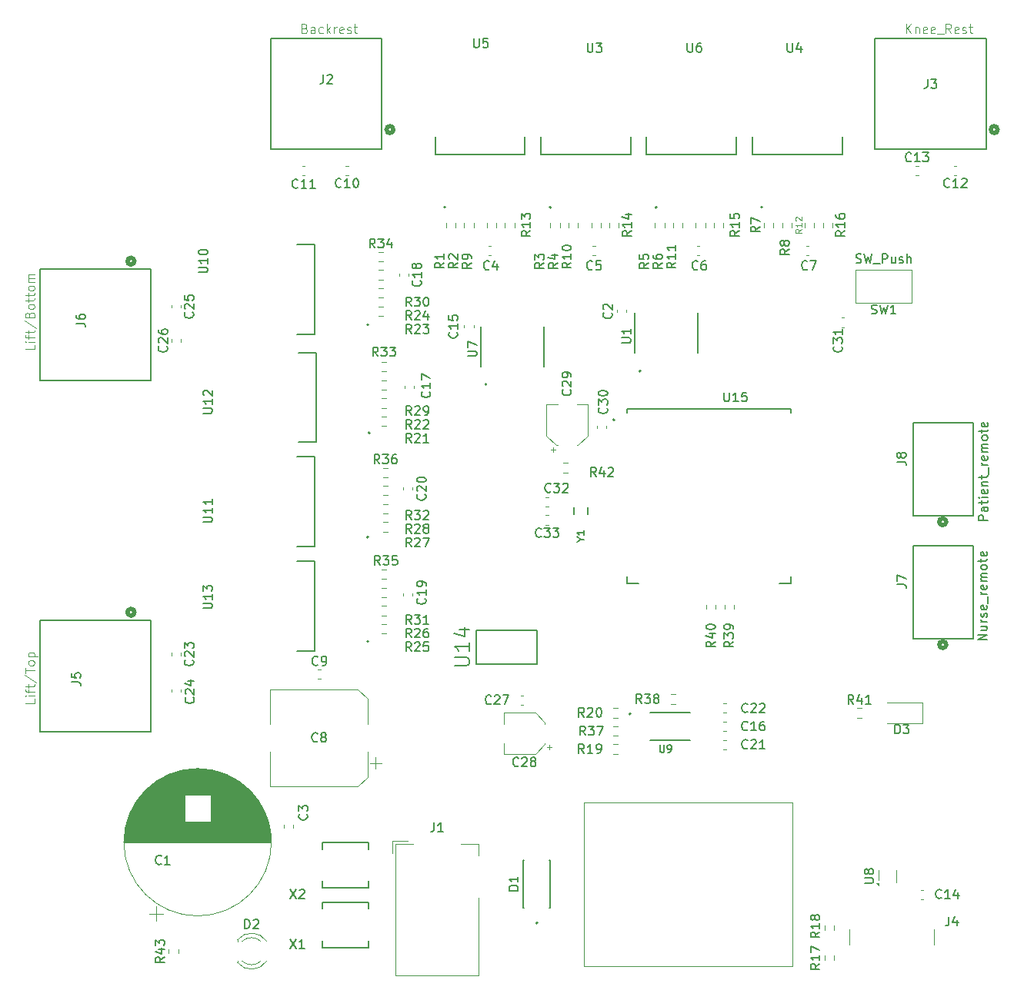
<source format=gto>
%TF.GenerationSoftware,KiCad,Pcbnew,9.0.4-9.0.4-0~ubuntu24.04.1*%
%TF.CreationDate,2025-09-30T13:12:32+03:00*%
%TF.ProjectId,Esp32-S3-WROOM-1U-N16R8_ controller,45737033-322d-4533-932d-57524f4f4d2d,VER 1.0.0*%
%TF.SameCoordinates,Original*%
%TF.FileFunction,Legend,Top*%
%TF.FilePolarity,Positive*%
%FSLAX46Y46*%
G04 Gerber Fmt 4.6, Leading zero omitted, Abs format (unit mm)*
G04 Created by KiCad (PCBNEW 9.0.4-9.0.4-0~ubuntu24.04.1) date 2025-09-30 13:12:32*
%MOMM*%
%LPD*%
G01*
G04 APERTURE LIST*
%ADD10C,0.100000*%
%ADD11C,0.150000*%
%ADD12C,0.087500*%
%ADD13C,0.120000*%
%ADD14C,0.152400*%
%ADD15C,0.508000*%
%ADD16C,0.127000*%
%ADD17C,0.200000*%
%ADD18C,0.050000*%
G04 APERTURE END LIST*
D10*
X117137217Y-27348609D02*
X117280074Y-27396228D01*
X117280074Y-27396228D02*
X117327693Y-27443847D01*
X117327693Y-27443847D02*
X117375312Y-27539085D01*
X117375312Y-27539085D02*
X117375312Y-27681942D01*
X117375312Y-27681942D02*
X117327693Y-27777180D01*
X117327693Y-27777180D02*
X117280074Y-27824800D01*
X117280074Y-27824800D02*
X117184836Y-27872419D01*
X117184836Y-27872419D02*
X116803884Y-27872419D01*
X116803884Y-27872419D02*
X116803884Y-26872419D01*
X116803884Y-26872419D02*
X117137217Y-26872419D01*
X117137217Y-26872419D02*
X117232455Y-26920038D01*
X117232455Y-26920038D02*
X117280074Y-26967657D01*
X117280074Y-26967657D02*
X117327693Y-27062895D01*
X117327693Y-27062895D02*
X117327693Y-27158133D01*
X117327693Y-27158133D02*
X117280074Y-27253371D01*
X117280074Y-27253371D02*
X117232455Y-27300990D01*
X117232455Y-27300990D02*
X117137217Y-27348609D01*
X117137217Y-27348609D02*
X116803884Y-27348609D01*
X118232455Y-27872419D02*
X118232455Y-27348609D01*
X118232455Y-27348609D02*
X118184836Y-27253371D01*
X118184836Y-27253371D02*
X118089598Y-27205752D01*
X118089598Y-27205752D02*
X117899122Y-27205752D01*
X117899122Y-27205752D02*
X117803884Y-27253371D01*
X118232455Y-27824800D02*
X118137217Y-27872419D01*
X118137217Y-27872419D02*
X117899122Y-27872419D01*
X117899122Y-27872419D02*
X117803884Y-27824800D01*
X117803884Y-27824800D02*
X117756265Y-27729561D01*
X117756265Y-27729561D02*
X117756265Y-27634323D01*
X117756265Y-27634323D02*
X117803884Y-27539085D01*
X117803884Y-27539085D02*
X117899122Y-27491466D01*
X117899122Y-27491466D02*
X118137217Y-27491466D01*
X118137217Y-27491466D02*
X118232455Y-27443847D01*
X119137217Y-27824800D02*
X119041979Y-27872419D01*
X119041979Y-27872419D02*
X118851503Y-27872419D01*
X118851503Y-27872419D02*
X118756265Y-27824800D01*
X118756265Y-27824800D02*
X118708646Y-27777180D01*
X118708646Y-27777180D02*
X118661027Y-27681942D01*
X118661027Y-27681942D02*
X118661027Y-27396228D01*
X118661027Y-27396228D02*
X118708646Y-27300990D01*
X118708646Y-27300990D02*
X118756265Y-27253371D01*
X118756265Y-27253371D02*
X118851503Y-27205752D01*
X118851503Y-27205752D02*
X119041979Y-27205752D01*
X119041979Y-27205752D02*
X119137217Y-27253371D01*
X119565789Y-27872419D02*
X119565789Y-26872419D01*
X119661027Y-27491466D02*
X119946741Y-27872419D01*
X119946741Y-27205752D02*
X119565789Y-27586704D01*
X120375313Y-27872419D02*
X120375313Y-27205752D01*
X120375313Y-27396228D02*
X120422932Y-27300990D01*
X120422932Y-27300990D02*
X120470551Y-27253371D01*
X120470551Y-27253371D02*
X120565789Y-27205752D01*
X120565789Y-27205752D02*
X120661027Y-27205752D01*
X121375313Y-27824800D02*
X121280075Y-27872419D01*
X121280075Y-27872419D02*
X121089599Y-27872419D01*
X121089599Y-27872419D02*
X120994361Y-27824800D01*
X120994361Y-27824800D02*
X120946742Y-27729561D01*
X120946742Y-27729561D02*
X120946742Y-27348609D01*
X120946742Y-27348609D02*
X120994361Y-27253371D01*
X120994361Y-27253371D02*
X121089599Y-27205752D01*
X121089599Y-27205752D02*
X121280075Y-27205752D01*
X121280075Y-27205752D02*
X121375313Y-27253371D01*
X121375313Y-27253371D02*
X121422932Y-27348609D01*
X121422932Y-27348609D02*
X121422932Y-27443847D01*
X121422932Y-27443847D02*
X120946742Y-27539085D01*
X121803885Y-27824800D02*
X121899123Y-27872419D01*
X121899123Y-27872419D02*
X122089599Y-27872419D01*
X122089599Y-27872419D02*
X122184837Y-27824800D01*
X122184837Y-27824800D02*
X122232456Y-27729561D01*
X122232456Y-27729561D02*
X122232456Y-27681942D01*
X122232456Y-27681942D02*
X122184837Y-27586704D01*
X122184837Y-27586704D02*
X122089599Y-27539085D01*
X122089599Y-27539085D02*
X121946742Y-27539085D01*
X121946742Y-27539085D02*
X121851504Y-27491466D01*
X121851504Y-27491466D02*
X121803885Y-27396228D01*
X121803885Y-27396228D02*
X121803885Y-27348609D01*
X121803885Y-27348609D02*
X121851504Y-27253371D01*
X121851504Y-27253371D02*
X121946742Y-27205752D01*
X121946742Y-27205752D02*
X122089599Y-27205752D01*
X122089599Y-27205752D02*
X122184837Y-27253371D01*
X122518171Y-27205752D02*
X122899123Y-27205752D01*
X122661028Y-26872419D02*
X122661028Y-27729561D01*
X122661028Y-27729561D02*
X122708647Y-27824800D01*
X122708647Y-27824800D02*
X122803885Y-27872419D01*
X122803885Y-27872419D02*
X122899123Y-27872419D01*
X87372419Y-62219925D02*
X87372419Y-62696115D01*
X87372419Y-62696115D02*
X86372419Y-62696115D01*
X87372419Y-61886591D02*
X86705752Y-61886591D01*
X86372419Y-61886591D02*
X86420038Y-61934210D01*
X86420038Y-61934210D02*
X86467657Y-61886591D01*
X86467657Y-61886591D02*
X86420038Y-61838972D01*
X86420038Y-61838972D02*
X86372419Y-61886591D01*
X86372419Y-61886591D02*
X86467657Y-61886591D01*
X86705752Y-61553258D02*
X86705752Y-61172306D01*
X87372419Y-61410401D02*
X86515276Y-61410401D01*
X86515276Y-61410401D02*
X86420038Y-61362782D01*
X86420038Y-61362782D02*
X86372419Y-61267544D01*
X86372419Y-61267544D02*
X86372419Y-61172306D01*
X86705752Y-60981829D02*
X86705752Y-60600877D01*
X86372419Y-60838972D02*
X87229561Y-60838972D01*
X87229561Y-60838972D02*
X87324800Y-60791353D01*
X87324800Y-60791353D02*
X87372419Y-60696115D01*
X87372419Y-60696115D02*
X87372419Y-60600877D01*
X86324800Y-59553258D02*
X87610514Y-60410400D01*
X86848609Y-58886591D02*
X86896228Y-58743734D01*
X86896228Y-58743734D02*
X86943847Y-58696115D01*
X86943847Y-58696115D02*
X87039085Y-58648496D01*
X87039085Y-58648496D02*
X87181942Y-58648496D01*
X87181942Y-58648496D02*
X87277180Y-58696115D01*
X87277180Y-58696115D02*
X87324800Y-58743734D01*
X87324800Y-58743734D02*
X87372419Y-58838972D01*
X87372419Y-58838972D02*
X87372419Y-59219924D01*
X87372419Y-59219924D02*
X86372419Y-59219924D01*
X86372419Y-59219924D02*
X86372419Y-58886591D01*
X86372419Y-58886591D02*
X86420038Y-58791353D01*
X86420038Y-58791353D02*
X86467657Y-58743734D01*
X86467657Y-58743734D02*
X86562895Y-58696115D01*
X86562895Y-58696115D02*
X86658133Y-58696115D01*
X86658133Y-58696115D02*
X86753371Y-58743734D01*
X86753371Y-58743734D02*
X86800990Y-58791353D01*
X86800990Y-58791353D02*
X86848609Y-58886591D01*
X86848609Y-58886591D02*
X86848609Y-59219924D01*
X87372419Y-58077067D02*
X87324800Y-58172305D01*
X87324800Y-58172305D02*
X87277180Y-58219924D01*
X87277180Y-58219924D02*
X87181942Y-58267543D01*
X87181942Y-58267543D02*
X86896228Y-58267543D01*
X86896228Y-58267543D02*
X86800990Y-58219924D01*
X86800990Y-58219924D02*
X86753371Y-58172305D01*
X86753371Y-58172305D02*
X86705752Y-58077067D01*
X86705752Y-58077067D02*
X86705752Y-57934210D01*
X86705752Y-57934210D02*
X86753371Y-57838972D01*
X86753371Y-57838972D02*
X86800990Y-57791353D01*
X86800990Y-57791353D02*
X86896228Y-57743734D01*
X86896228Y-57743734D02*
X87181942Y-57743734D01*
X87181942Y-57743734D02*
X87277180Y-57791353D01*
X87277180Y-57791353D02*
X87324800Y-57838972D01*
X87324800Y-57838972D02*
X87372419Y-57934210D01*
X87372419Y-57934210D02*
X87372419Y-58077067D01*
X86705752Y-57458019D02*
X86705752Y-57077067D01*
X86372419Y-57315162D02*
X87229561Y-57315162D01*
X87229561Y-57315162D02*
X87324800Y-57267543D01*
X87324800Y-57267543D02*
X87372419Y-57172305D01*
X87372419Y-57172305D02*
X87372419Y-57077067D01*
X86705752Y-56886590D02*
X86705752Y-56505638D01*
X86372419Y-56743733D02*
X87229561Y-56743733D01*
X87229561Y-56743733D02*
X87324800Y-56696114D01*
X87324800Y-56696114D02*
X87372419Y-56600876D01*
X87372419Y-56600876D02*
X87372419Y-56505638D01*
X87372419Y-56029447D02*
X87324800Y-56124685D01*
X87324800Y-56124685D02*
X87277180Y-56172304D01*
X87277180Y-56172304D02*
X87181942Y-56219923D01*
X87181942Y-56219923D02*
X86896228Y-56219923D01*
X86896228Y-56219923D02*
X86800990Y-56172304D01*
X86800990Y-56172304D02*
X86753371Y-56124685D01*
X86753371Y-56124685D02*
X86705752Y-56029447D01*
X86705752Y-56029447D02*
X86705752Y-55886590D01*
X86705752Y-55886590D02*
X86753371Y-55791352D01*
X86753371Y-55791352D02*
X86800990Y-55743733D01*
X86800990Y-55743733D02*
X86896228Y-55696114D01*
X86896228Y-55696114D02*
X87181942Y-55696114D01*
X87181942Y-55696114D02*
X87277180Y-55743733D01*
X87277180Y-55743733D02*
X87324800Y-55791352D01*
X87324800Y-55791352D02*
X87372419Y-55886590D01*
X87372419Y-55886590D02*
X87372419Y-56029447D01*
X87372419Y-55267542D02*
X86705752Y-55267542D01*
X86800990Y-55267542D02*
X86753371Y-55219923D01*
X86753371Y-55219923D02*
X86705752Y-55124685D01*
X86705752Y-55124685D02*
X86705752Y-54981828D01*
X86705752Y-54981828D02*
X86753371Y-54886590D01*
X86753371Y-54886590D02*
X86848609Y-54838971D01*
X86848609Y-54838971D02*
X87372419Y-54838971D01*
X86848609Y-54838971D02*
X86753371Y-54791352D01*
X86753371Y-54791352D02*
X86705752Y-54696114D01*
X86705752Y-54696114D02*
X86705752Y-54553257D01*
X86705752Y-54553257D02*
X86753371Y-54458018D01*
X86753371Y-54458018D02*
X86848609Y-54410399D01*
X86848609Y-54410399D02*
X87372419Y-54410399D01*
X87372419Y-101219925D02*
X87372419Y-101696115D01*
X87372419Y-101696115D02*
X86372419Y-101696115D01*
X87372419Y-100886591D02*
X86705752Y-100886591D01*
X86372419Y-100886591D02*
X86420038Y-100934210D01*
X86420038Y-100934210D02*
X86467657Y-100886591D01*
X86467657Y-100886591D02*
X86420038Y-100838972D01*
X86420038Y-100838972D02*
X86372419Y-100886591D01*
X86372419Y-100886591D02*
X86467657Y-100886591D01*
X86705752Y-100553258D02*
X86705752Y-100172306D01*
X87372419Y-100410401D02*
X86515276Y-100410401D01*
X86515276Y-100410401D02*
X86420038Y-100362782D01*
X86420038Y-100362782D02*
X86372419Y-100267544D01*
X86372419Y-100267544D02*
X86372419Y-100172306D01*
X86705752Y-99981829D02*
X86705752Y-99600877D01*
X86372419Y-99838972D02*
X87229561Y-99838972D01*
X87229561Y-99838972D02*
X87324800Y-99791353D01*
X87324800Y-99791353D02*
X87372419Y-99696115D01*
X87372419Y-99696115D02*
X87372419Y-99600877D01*
X86324800Y-98553258D02*
X87610514Y-99410400D01*
X86372419Y-98362781D02*
X86372419Y-97791353D01*
X87372419Y-98077067D02*
X86372419Y-98077067D01*
X87372419Y-97315162D02*
X87324800Y-97410400D01*
X87324800Y-97410400D02*
X87277180Y-97458019D01*
X87277180Y-97458019D02*
X87181942Y-97505638D01*
X87181942Y-97505638D02*
X86896228Y-97505638D01*
X86896228Y-97505638D02*
X86800990Y-97458019D01*
X86800990Y-97458019D02*
X86753371Y-97410400D01*
X86753371Y-97410400D02*
X86705752Y-97315162D01*
X86705752Y-97315162D02*
X86705752Y-97172305D01*
X86705752Y-97172305D02*
X86753371Y-97077067D01*
X86753371Y-97077067D02*
X86800990Y-97029448D01*
X86800990Y-97029448D02*
X86896228Y-96981829D01*
X86896228Y-96981829D02*
X87181942Y-96981829D01*
X87181942Y-96981829D02*
X87277180Y-97029448D01*
X87277180Y-97029448D02*
X87324800Y-97077067D01*
X87324800Y-97077067D02*
X87372419Y-97172305D01*
X87372419Y-97172305D02*
X87372419Y-97315162D01*
X86705752Y-96553257D02*
X87705752Y-96553257D01*
X86753371Y-96553257D02*
X86705752Y-96458019D01*
X86705752Y-96458019D02*
X86705752Y-96267543D01*
X86705752Y-96267543D02*
X86753371Y-96172305D01*
X86753371Y-96172305D02*
X86800990Y-96124686D01*
X86800990Y-96124686D02*
X86896228Y-96077067D01*
X86896228Y-96077067D02*
X87181942Y-96077067D01*
X87181942Y-96077067D02*
X87277180Y-96124686D01*
X87277180Y-96124686D02*
X87324800Y-96172305D01*
X87324800Y-96172305D02*
X87372419Y-96267543D01*
X87372419Y-96267543D02*
X87372419Y-96458019D01*
X87372419Y-96458019D02*
X87324800Y-96553257D01*
X183303884Y-27872419D02*
X183303884Y-26872419D01*
X183875312Y-27872419D02*
X183446741Y-27300990D01*
X183875312Y-26872419D02*
X183303884Y-27443847D01*
X184303884Y-27205752D02*
X184303884Y-27872419D01*
X184303884Y-27300990D02*
X184351503Y-27253371D01*
X184351503Y-27253371D02*
X184446741Y-27205752D01*
X184446741Y-27205752D02*
X184589598Y-27205752D01*
X184589598Y-27205752D02*
X184684836Y-27253371D01*
X184684836Y-27253371D02*
X184732455Y-27348609D01*
X184732455Y-27348609D02*
X184732455Y-27872419D01*
X185589598Y-27824800D02*
X185494360Y-27872419D01*
X185494360Y-27872419D02*
X185303884Y-27872419D01*
X185303884Y-27872419D02*
X185208646Y-27824800D01*
X185208646Y-27824800D02*
X185161027Y-27729561D01*
X185161027Y-27729561D02*
X185161027Y-27348609D01*
X185161027Y-27348609D02*
X185208646Y-27253371D01*
X185208646Y-27253371D02*
X185303884Y-27205752D01*
X185303884Y-27205752D02*
X185494360Y-27205752D01*
X185494360Y-27205752D02*
X185589598Y-27253371D01*
X185589598Y-27253371D02*
X185637217Y-27348609D01*
X185637217Y-27348609D02*
X185637217Y-27443847D01*
X185637217Y-27443847D02*
X185161027Y-27539085D01*
X186446741Y-27824800D02*
X186351503Y-27872419D01*
X186351503Y-27872419D02*
X186161027Y-27872419D01*
X186161027Y-27872419D02*
X186065789Y-27824800D01*
X186065789Y-27824800D02*
X186018170Y-27729561D01*
X186018170Y-27729561D02*
X186018170Y-27348609D01*
X186018170Y-27348609D02*
X186065789Y-27253371D01*
X186065789Y-27253371D02*
X186161027Y-27205752D01*
X186161027Y-27205752D02*
X186351503Y-27205752D01*
X186351503Y-27205752D02*
X186446741Y-27253371D01*
X186446741Y-27253371D02*
X186494360Y-27348609D01*
X186494360Y-27348609D02*
X186494360Y-27443847D01*
X186494360Y-27443847D02*
X186018170Y-27539085D01*
X186684837Y-27967657D02*
X187446741Y-27967657D01*
X188256265Y-27872419D02*
X187922932Y-27396228D01*
X187684837Y-27872419D02*
X187684837Y-26872419D01*
X187684837Y-26872419D02*
X188065789Y-26872419D01*
X188065789Y-26872419D02*
X188161027Y-26920038D01*
X188161027Y-26920038D02*
X188208646Y-26967657D01*
X188208646Y-26967657D02*
X188256265Y-27062895D01*
X188256265Y-27062895D02*
X188256265Y-27205752D01*
X188256265Y-27205752D02*
X188208646Y-27300990D01*
X188208646Y-27300990D02*
X188161027Y-27348609D01*
X188161027Y-27348609D02*
X188065789Y-27396228D01*
X188065789Y-27396228D02*
X187684837Y-27396228D01*
X189065789Y-27824800D02*
X188970551Y-27872419D01*
X188970551Y-27872419D02*
X188780075Y-27872419D01*
X188780075Y-27872419D02*
X188684837Y-27824800D01*
X188684837Y-27824800D02*
X188637218Y-27729561D01*
X188637218Y-27729561D02*
X188637218Y-27348609D01*
X188637218Y-27348609D02*
X188684837Y-27253371D01*
X188684837Y-27253371D02*
X188780075Y-27205752D01*
X188780075Y-27205752D02*
X188970551Y-27205752D01*
X188970551Y-27205752D02*
X189065789Y-27253371D01*
X189065789Y-27253371D02*
X189113408Y-27348609D01*
X189113408Y-27348609D02*
X189113408Y-27443847D01*
X189113408Y-27443847D02*
X188637218Y-27539085D01*
X189494361Y-27824800D02*
X189589599Y-27872419D01*
X189589599Y-27872419D02*
X189780075Y-27872419D01*
X189780075Y-27872419D02*
X189875313Y-27824800D01*
X189875313Y-27824800D02*
X189922932Y-27729561D01*
X189922932Y-27729561D02*
X189922932Y-27681942D01*
X189922932Y-27681942D02*
X189875313Y-27586704D01*
X189875313Y-27586704D02*
X189780075Y-27539085D01*
X189780075Y-27539085D02*
X189637218Y-27539085D01*
X189637218Y-27539085D02*
X189541980Y-27491466D01*
X189541980Y-27491466D02*
X189494361Y-27396228D01*
X189494361Y-27396228D02*
X189494361Y-27348609D01*
X189494361Y-27348609D02*
X189541980Y-27253371D01*
X189541980Y-27253371D02*
X189637218Y-27205752D01*
X189637218Y-27205752D02*
X189780075Y-27205752D01*
X189780075Y-27205752D02*
X189875313Y-27253371D01*
X190208647Y-27205752D02*
X190589599Y-27205752D01*
X190351504Y-26872419D02*
X190351504Y-27729561D01*
X190351504Y-27729561D02*
X190399123Y-27824800D01*
X190399123Y-27824800D02*
X190494361Y-27872419D01*
X190494361Y-27872419D02*
X190589599Y-27872419D01*
D11*
X128857142Y-94454819D02*
X128523809Y-93978628D01*
X128285714Y-94454819D02*
X128285714Y-93454819D01*
X128285714Y-93454819D02*
X128666666Y-93454819D01*
X128666666Y-93454819D02*
X128761904Y-93502438D01*
X128761904Y-93502438D02*
X128809523Y-93550057D01*
X128809523Y-93550057D02*
X128857142Y-93645295D01*
X128857142Y-93645295D02*
X128857142Y-93788152D01*
X128857142Y-93788152D02*
X128809523Y-93883390D01*
X128809523Y-93883390D02*
X128761904Y-93931009D01*
X128761904Y-93931009D02*
X128666666Y-93978628D01*
X128666666Y-93978628D02*
X128285714Y-93978628D01*
X129238095Y-93550057D02*
X129285714Y-93502438D01*
X129285714Y-93502438D02*
X129380952Y-93454819D01*
X129380952Y-93454819D02*
X129619047Y-93454819D01*
X129619047Y-93454819D02*
X129714285Y-93502438D01*
X129714285Y-93502438D02*
X129761904Y-93550057D01*
X129761904Y-93550057D02*
X129809523Y-93645295D01*
X129809523Y-93645295D02*
X129809523Y-93740533D01*
X129809523Y-93740533D02*
X129761904Y-93883390D01*
X129761904Y-93883390D02*
X129190476Y-94454819D01*
X129190476Y-94454819D02*
X129809523Y-94454819D01*
X130666666Y-93454819D02*
X130476190Y-93454819D01*
X130476190Y-93454819D02*
X130380952Y-93502438D01*
X130380952Y-93502438D02*
X130333333Y-93550057D01*
X130333333Y-93550057D02*
X130238095Y-93692914D01*
X130238095Y-93692914D02*
X130190476Y-93883390D01*
X130190476Y-93883390D02*
X130190476Y-94264342D01*
X130190476Y-94264342D02*
X130238095Y-94359580D01*
X130238095Y-94359580D02*
X130285714Y-94407200D01*
X130285714Y-94407200D02*
X130380952Y-94454819D01*
X130380952Y-94454819D02*
X130571428Y-94454819D01*
X130571428Y-94454819D02*
X130666666Y-94407200D01*
X130666666Y-94407200D02*
X130714285Y-94359580D01*
X130714285Y-94359580D02*
X130761904Y-94264342D01*
X130761904Y-94264342D02*
X130761904Y-94026247D01*
X130761904Y-94026247D02*
X130714285Y-93931009D01*
X130714285Y-93931009D02*
X130666666Y-93883390D01*
X130666666Y-93883390D02*
X130571428Y-93835771D01*
X130571428Y-93835771D02*
X130380952Y-93835771D01*
X130380952Y-93835771D02*
X130285714Y-93883390D01*
X130285714Y-93883390D02*
X130238095Y-93931009D01*
X130238095Y-93931009D02*
X130190476Y-94026247D01*
X182291105Y-75077046D02*
X183005390Y-75077046D01*
X183005390Y-75077046D02*
X183148247Y-75124665D01*
X183148247Y-75124665D02*
X183243486Y-75219903D01*
X183243486Y-75219903D02*
X183291105Y-75362760D01*
X183291105Y-75362760D02*
X183291105Y-75457998D01*
X182719676Y-74457998D02*
X182672057Y-74553236D01*
X182672057Y-74553236D02*
X182624438Y-74600855D01*
X182624438Y-74600855D02*
X182529200Y-74648474D01*
X182529200Y-74648474D02*
X182481581Y-74648474D01*
X182481581Y-74648474D02*
X182386343Y-74600855D01*
X182386343Y-74600855D02*
X182338724Y-74553236D01*
X182338724Y-74553236D02*
X182291105Y-74457998D01*
X182291105Y-74457998D02*
X182291105Y-74267522D01*
X182291105Y-74267522D02*
X182338724Y-74172284D01*
X182338724Y-74172284D02*
X182386343Y-74124665D01*
X182386343Y-74124665D02*
X182481581Y-74077046D01*
X182481581Y-74077046D02*
X182529200Y-74077046D01*
X182529200Y-74077046D02*
X182624438Y-74124665D01*
X182624438Y-74124665D02*
X182672057Y-74172284D01*
X182672057Y-74172284D02*
X182719676Y-74267522D01*
X182719676Y-74267522D02*
X182719676Y-74457998D01*
X182719676Y-74457998D02*
X182767295Y-74553236D01*
X182767295Y-74553236D02*
X182814914Y-74600855D01*
X182814914Y-74600855D02*
X182910152Y-74648474D01*
X182910152Y-74648474D02*
X183100628Y-74648474D01*
X183100628Y-74648474D02*
X183195866Y-74600855D01*
X183195866Y-74600855D02*
X183243486Y-74553236D01*
X183243486Y-74553236D02*
X183291105Y-74457998D01*
X183291105Y-74457998D02*
X183291105Y-74267522D01*
X183291105Y-74267522D02*
X183243486Y-74172284D01*
X183243486Y-74172284D02*
X183195866Y-74124665D01*
X183195866Y-74124665D02*
X183100628Y-74077046D01*
X183100628Y-74077046D02*
X182910152Y-74077046D01*
X182910152Y-74077046D02*
X182814914Y-74124665D01*
X182814914Y-74124665D02*
X182767295Y-74172284D01*
X182767295Y-74172284D02*
X182719676Y-74267522D01*
X192291105Y-81520856D02*
X191291105Y-81520856D01*
X191291105Y-81520856D02*
X191291105Y-81139904D01*
X191291105Y-81139904D02*
X191338724Y-81044666D01*
X191338724Y-81044666D02*
X191386343Y-80997047D01*
X191386343Y-80997047D02*
X191481581Y-80949428D01*
X191481581Y-80949428D02*
X191624438Y-80949428D01*
X191624438Y-80949428D02*
X191719676Y-80997047D01*
X191719676Y-80997047D02*
X191767295Y-81044666D01*
X191767295Y-81044666D02*
X191814914Y-81139904D01*
X191814914Y-81139904D02*
X191814914Y-81520856D01*
X192291105Y-80092285D02*
X191767295Y-80092285D01*
X191767295Y-80092285D02*
X191672057Y-80139904D01*
X191672057Y-80139904D02*
X191624438Y-80235142D01*
X191624438Y-80235142D02*
X191624438Y-80425618D01*
X191624438Y-80425618D02*
X191672057Y-80520856D01*
X192243486Y-80092285D02*
X192291105Y-80187523D01*
X192291105Y-80187523D02*
X192291105Y-80425618D01*
X192291105Y-80425618D02*
X192243486Y-80520856D01*
X192243486Y-80520856D02*
X192148247Y-80568475D01*
X192148247Y-80568475D02*
X192053009Y-80568475D01*
X192053009Y-80568475D02*
X191957771Y-80520856D01*
X191957771Y-80520856D02*
X191910152Y-80425618D01*
X191910152Y-80425618D02*
X191910152Y-80187523D01*
X191910152Y-80187523D02*
X191862533Y-80092285D01*
X191624438Y-79758951D02*
X191624438Y-79377999D01*
X191291105Y-79616094D02*
X192148247Y-79616094D01*
X192148247Y-79616094D02*
X192243486Y-79568475D01*
X192243486Y-79568475D02*
X192291105Y-79473237D01*
X192291105Y-79473237D02*
X192291105Y-79377999D01*
X192291105Y-79044665D02*
X191624438Y-79044665D01*
X191291105Y-79044665D02*
X191338724Y-79092284D01*
X191338724Y-79092284D02*
X191386343Y-79044665D01*
X191386343Y-79044665D02*
X191338724Y-78997046D01*
X191338724Y-78997046D02*
X191291105Y-79044665D01*
X191291105Y-79044665D02*
X191386343Y-79044665D01*
X192243486Y-78187523D02*
X192291105Y-78282761D01*
X192291105Y-78282761D02*
X192291105Y-78473237D01*
X192291105Y-78473237D02*
X192243486Y-78568475D01*
X192243486Y-78568475D02*
X192148247Y-78616094D01*
X192148247Y-78616094D02*
X191767295Y-78616094D01*
X191767295Y-78616094D02*
X191672057Y-78568475D01*
X191672057Y-78568475D02*
X191624438Y-78473237D01*
X191624438Y-78473237D02*
X191624438Y-78282761D01*
X191624438Y-78282761D02*
X191672057Y-78187523D01*
X191672057Y-78187523D02*
X191767295Y-78139904D01*
X191767295Y-78139904D02*
X191862533Y-78139904D01*
X191862533Y-78139904D02*
X191957771Y-78616094D01*
X191624438Y-77711332D02*
X192291105Y-77711332D01*
X191719676Y-77711332D02*
X191672057Y-77663713D01*
X191672057Y-77663713D02*
X191624438Y-77568475D01*
X191624438Y-77568475D02*
X191624438Y-77425618D01*
X191624438Y-77425618D02*
X191672057Y-77330380D01*
X191672057Y-77330380D02*
X191767295Y-77282761D01*
X191767295Y-77282761D02*
X192291105Y-77282761D01*
X191624438Y-76949427D02*
X191624438Y-76568475D01*
X191291105Y-76806570D02*
X192148247Y-76806570D01*
X192148247Y-76806570D02*
X192243486Y-76758951D01*
X192243486Y-76758951D02*
X192291105Y-76663713D01*
X192291105Y-76663713D02*
X192291105Y-76568475D01*
X192386343Y-76473237D02*
X192386343Y-75711332D01*
X192291105Y-75473236D02*
X191624438Y-75473236D01*
X191814914Y-75473236D02*
X191719676Y-75425617D01*
X191719676Y-75425617D02*
X191672057Y-75377998D01*
X191672057Y-75377998D02*
X191624438Y-75282760D01*
X191624438Y-75282760D02*
X191624438Y-75187522D01*
X192243486Y-74473236D02*
X192291105Y-74568474D01*
X192291105Y-74568474D02*
X192291105Y-74758950D01*
X192291105Y-74758950D02*
X192243486Y-74854188D01*
X192243486Y-74854188D02*
X192148247Y-74901807D01*
X192148247Y-74901807D02*
X191767295Y-74901807D01*
X191767295Y-74901807D02*
X191672057Y-74854188D01*
X191672057Y-74854188D02*
X191624438Y-74758950D01*
X191624438Y-74758950D02*
X191624438Y-74568474D01*
X191624438Y-74568474D02*
X191672057Y-74473236D01*
X191672057Y-74473236D02*
X191767295Y-74425617D01*
X191767295Y-74425617D02*
X191862533Y-74425617D01*
X191862533Y-74425617D02*
X191957771Y-74901807D01*
X192291105Y-73997045D02*
X191624438Y-73997045D01*
X191719676Y-73997045D02*
X191672057Y-73949426D01*
X191672057Y-73949426D02*
X191624438Y-73854188D01*
X191624438Y-73854188D02*
X191624438Y-73711331D01*
X191624438Y-73711331D02*
X191672057Y-73616093D01*
X191672057Y-73616093D02*
X191767295Y-73568474D01*
X191767295Y-73568474D02*
X192291105Y-73568474D01*
X191767295Y-73568474D02*
X191672057Y-73520855D01*
X191672057Y-73520855D02*
X191624438Y-73425617D01*
X191624438Y-73425617D02*
X191624438Y-73282760D01*
X191624438Y-73282760D02*
X191672057Y-73187521D01*
X191672057Y-73187521D02*
X191767295Y-73139902D01*
X191767295Y-73139902D02*
X192291105Y-73139902D01*
X192291105Y-72520855D02*
X192243486Y-72616093D01*
X192243486Y-72616093D02*
X192195866Y-72663712D01*
X192195866Y-72663712D02*
X192100628Y-72711331D01*
X192100628Y-72711331D02*
X191814914Y-72711331D01*
X191814914Y-72711331D02*
X191719676Y-72663712D01*
X191719676Y-72663712D02*
X191672057Y-72616093D01*
X191672057Y-72616093D02*
X191624438Y-72520855D01*
X191624438Y-72520855D02*
X191624438Y-72377998D01*
X191624438Y-72377998D02*
X191672057Y-72282760D01*
X191672057Y-72282760D02*
X191719676Y-72235141D01*
X191719676Y-72235141D02*
X191814914Y-72187522D01*
X191814914Y-72187522D02*
X192100628Y-72187522D01*
X192100628Y-72187522D02*
X192195866Y-72235141D01*
X192195866Y-72235141D02*
X192243486Y-72282760D01*
X192243486Y-72282760D02*
X192291105Y-72377998D01*
X192291105Y-72377998D02*
X192291105Y-72520855D01*
X191624438Y-71901807D02*
X191624438Y-71520855D01*
X191291105Y-71758950D02*
X192148247Y-71758950D01*
X192148247Y-71758950D02*
X192243486Y-71711331D01*
X192243486Y-71711331D02*
X192291105Y-71616093D01*
X192291105Y-71616093D02*
X192291105Y-71520855D01*
X192243486Y-70806569D02*
X192291105Y-70901807D01*
X192291105Y-70901807D02*
X192291105Y-71092283D01*
X192291105Y-71092283D02*
X192243486Y-71187521D01*
X192243486Y-71187521D02*
X192148247Y-71235140D01*
X192148247Y-71235140D02*
X191767295Y-71235140D01*
X191767295Y-71235140D02*
X191672057Y-71187521D01*
X191672057Y-71187521D02*
X191624438Y-71092283D01*
X191624438Y-71092283D02*
X191624438Y-70901807D01*
X191624438Y-70901807D02*
X191672057Y-70806569D01*
X191672057Y-70806569D02*
X191767295Y-70758950D01*
X191767295Y-70758950D02*
X191862533Y-70758950D01*
X191862533Y-70758950D02*
X191957771Y-71235140D01*
X182291105Y-88577046D02*
X183005390Y-88577046D01*
X183005390Y-88577046D02*
X183148247Y-88624665D01*
X183148247Y-88624665D02*
X183243486Y-88719903D01*
X183243486Y-88719903D02*
X183291105Y-88862760D01*
X183291105Y-88862760D02*
X183291105Y-88957998D01*
X182291105Y-88196093D02*
X182291105Y-87529427D01*
X182291105Y-87529427D02*
X183291105Y-87957998D01*
X192214905Y-94710146D02*
X191214905Y-94710146D01*
X191214905Y-94710146D02*
X192214905Y-94138718D01*
X192214905Y-94138718D02*
X191214905Y-94138718D01*
X191548238Y-93233956D02*
X192214905Y-93233956D01*
X191548238Y-93662527D02*
X192072047Y-93662527D01*
X192072047Y-93662527D02*
X192167286Y-93614908D01*
X192167286Y-93614908D02*
X192214905Y-93519670D01*
X192214905Y-93519670D02*
X192214905Y-93376813D01*
X192214905Y-93376813D02*
X192167286Y-93281575D01*
X192167286Y-93281575D02*
X192119666Y-93233956D01*
X192214905Y-92757765D02*
X191548238Y-92757765D01*
X191738714Y-92757765D02*
X191643476Y-92710146D01*
X191643476Y-92710146D02*
X191595857Y-92662527D01*
X191595857Y-92662527D02*
X191548238Y-92567289D01*
X191548238Y-92567289D02*
X191548238Y-92472051D01*
X192167286Y-92186336D02*
X192214905Y-92091098D01*
X192214905Y-92091098D02*
X192214905Y-91900622D01*
X192214905Y-91900622D02*
X192167286Y-91805384D01*
X192167286Y-91805384D02*
X192072047Y-91757765D01*
X192072047Y-91757765D02*
X192024428Y-91757765D01*
X192024428Y-91757765D02*
X191929190Y-91805384D01*
X191929190Y-91805384D02*
X191881571Y-91900622D01*
X191881571Y-91900622D02*
X191881571Y-92043479D01*
X191881571Y-92043479D02*
X191833952Y-92138717D01*
X191833952Y-92138717D02*
X191738714Y-92186336D01*
X191738714Y-92186336D02*
X191691095Y-92186336D01*
X191691095Y-92186336D02*
X191595857Y-92138717D01*
X191595857Y-92138717D02*
X191548238Y-92043479D01*
X191548238Y-92043479D02*
X191548238Y-91900622D01*
X191548238Y-91900622D02*
X191595857Y-91805384D01*
X192167286Y-90948241D02*
X192214905Y-91043479D01*
X192214905Y-91043479D02*
X192214905Y-91233955D01*
X192214905Y-91233955D02*
X192167286Y-91329193D01*
X192167286Y-91329193D02*
X192072047Y-91376812D01*
X192072047Y-91376812D02*
X191691095Y-91376812D01*
X191691095Y-91376812D02*
X191595857Y-91329193D01*
X191595857Y-91329193D02*
X191548238Y-91233955D01*
X191548238Y-91233955D02*
X191548238Y-91043479D01*
X191548238Y-91043479D02*
X191595857Y-90948241D01*
X191595857Y-90948241D02*
X191691095Y-90900622D01*
X191691095Y-90900622D02*
X191786333Y-90900622D01*
X191786333Y-90900622D02*
X191881571Y-91376812D01*
X192310143Y-90710146D02*
X192310143Y-89948241D01*
X192214905Y-89710145D02*
X191548238Y-89710145D01*
X191738714Y-89710145D02*
X191643476Y-89662526D01*
X191643476Y-89662526D02*
X191595857Y-89614907D01*
X191595857Y-89614907D02*
X191548238Y-89519669D01*
X191548238Y-89519669D02*
X191548238Y-89424431D01*
X192167286Y-88710145D02*
X192214905Y-88805383D01*
X192214905Y-88805383D02*
X192214905Y-88995859D01*
X192214905Y-88995859D02*
X192167286Y-89091097D01*
X192167286Y-89091097D02*
X192072047Y-89138716D01*
X192072047Y-89138716D02*
X191691095Y-89138716D01*
X191691095Y-89138716D02*
X191595857Y-89091097D01*
X191595857Y-89091097D02*
X191548238Y-88995859D01*
X191548238Y-88995859D02*
X191548238Y-88805383D01*
X191548238Y-88805383D02*
X191595857Y-88710145D01*
X191595857Y-88710145D02*
X191691095Y-88662526D01*
X191691095Y-88662526D02*
X191786333Y-88662526D01*
X191786333Y-88662526D02*
X191881571Y-89138716D01*
X192214905Y-88233954D02*
X191548238Y-88233954D01*
X191643476Y-88233954D02*
X191595857Y-88186335D01*
X191595857Y-88186335D02*
X191548238Y-88091097D01*
X191548238Y-88091097D02*
X191548238Y-87948240D01*
X191548238Y-87948240D02*
X191595857Y-87853002D01*
X191595857Y-87853002D02*
X191691095Y-87805383D01*
X191691095Y-87805383D02*
X192214905Y-87805383D01*
X191691095Y-87805383D02*
X191595857Y-87757764D01*
X191595857Y-87757764D02*
X191548238Y-87662526D01*
X191548238Y-87662526D02*
X191548238Y-87519669D01*
X191548238Y-87519669D02*
X191595857Y-87424430D01*
X191595857Y-87424430D02*
X191691095Y-87376811D01*
X191691095Y-87376811D02*
X192214905Y-87376811D01*
X192214905Y-86757764D02*
X192167286Y-86853002D01*
X192167286Y-86853002D02*
X192119666Y-86900621D01*
X192119666Y-86900621D02*
X192024428Y-86948240D01*
X192024428Y-86948240D02*
X191738714Y-86948240D01*
X191738714Y-86948240D02*
X191643476Y-86900621D01*
X191643476Y-86900621D02*
X191595857Y-86853002D01*
X191595857Y-86853002D02*
X191548238Y-86757764D01*
X191548238Y-86757764D02*
X191548238Y-86614907D01*
X191548238Y-86614907D02*
X191595857Y-86519669D01*
X191595857Y-86519669D02*
X191643476Y-86472050D01*
X191643476Y-86472050D02*
X191738714Y-86424431D01*
X191738714Y-86424431D02*
X192024428Y-86424431D01*
X192024428Y-86424431D02*
X192119666Y-86472050D01*
X192119666Y-86472050D02*
X192167286Y-86519669D01*
X192167286Y-86519669D02*
X192214905Y-86614907D01*
X192214905Y-86614907D02*
X192214905Y-86757764D01*
X191548238Y-86138716D02*
X191548238Y-85757764D01*
X191214905Y-85995859D02*
X192072047Y-85995859D01*
X192072047Y-85995859D02*
X192167286Y-85948240D01*
X192167286Y-85948240D02*
X192214905Y-85853002D01*
X192214905Y-85853002D02*
X192214905Y-85757764D01*
X192167286Y-85043478D02*
X192214905Y-85138716D01*
X192214905Y-85138716D02*
X192214905Y-85329192D01*
X192214905Y-85329192D02*
X192167286Y-85424430D01*
X192167286Y-85424430D02*
X192072047Y-85472049D01*
X192072047Y-85472049D02*
X191691095Y-85472049D01*
X191691095Y-85472049D02*
X191595857Y-85424430D01*
X191595857Y-85424430D02*
X191548238Y-85329192D01*
X191548238Y-85329192D02*
X191548238Y-85138716D01*
X191548238Y-85138716D02*
X191595857Y-85043478D01*
X191595857Y-85043478D02*
X191691095Y-84995859D01*
X191691095Y-84995859D02*
X191786333Y-84995859D01*
X191786333Y-84995859D02*
X191881571Y-85472049D01*
X176195866Y-62386570D02*
X176243486Y-62434189D01*
X176243486Y-62434189D02*
X176291105Y-62577046D01*
X176291105Y-62577046D02*
X176291105Y-62672284D01*
X176291105Y-62672284D02*
X176243486Y-62815141D01*
X176243486Y-62815141D02*
X176148247Y-62910379D01*
X176148247Y-62910379D02*
X176053009Y-62957998D01*
X176053009Y-62957998D02*
X175862533Y-63005617D01*
X175862533Y-63005617D02*
X175719676Y-63005617D01*
X175719676Y-63005617D02*
X175529200Y-62957998D01*
X175529200Y-62957998D02*
X175433962Y-62910379D01*
X175433962Y-62910379D02*
X175338724Y-62815141D01*
X175338724Y-62815141D02*
X175291105Y-62672284D01*
X175291105Y-62672284D02*
X175291105Y-62577046D01*
X175291105Y-62577046D02*
X175338724Y-62434189D01*
X175338724Y-62434189D02*
X175386343Y-62386570D01*
X175291105Y-62053236D02*
X175291105Y-61434189D01*
X175291105Y-61434189D02*
X175672057Y-61767522D01*
X175672057Y-61767522D02*
X175672057Y-61624665D01*
X175672057Y-61624665D02*
X175719676Y-61529427D01*
X175719676Y-61529427D02*
X175767295Y-61481808D01*
X175767295Y-61481808D02*
X175862533Y-61434189D01*
X175862533Y-61434189D02*
X176100628Y-61434189D01*
X176100628Y-61434189D02*
X176195866Y-61481808D01*
X176195866Y-61481808D02*
X176243486Y-61529427D01*
X176243486Y-61529427D02*
X176291105Y-61624665D01*
X176291105Y-61624665D02*
X176291105Y-61910379D01*
X176291105Y-61910379D02*
X176243486Y-62005617D01*
X176243486Y-62005617D02*
X176195866Y-62053236D01*
X176291105Y-60481808D02*
X176291105Y-61053236D01*
X176291105Y-60767522D02*
X175291105Y-60767522D01*
X175291105Y-60767522D02*
X175433962Y-60862760D01*
X175433962Y-60862760D02*
X175529200Y-60957998D01*
X175529200Y-60957998D02*
X175576819Y-61053236D01*
X157954819Y-53142857D02*
X157478628Y-53476190D01*
X157954819Y-53714285D02*
X156954819Y-53714285D01*
X156954819Y-53714285D02*
X156954819Y-53333333D01*
X156954819Y-53333333D02*
X157002438Y-53238095D01*
X157002438Y-53238095D02*
X157050057Y-53190476D01*
X157050057Y-53190476D02*
X157145295Y-53142857D01*
X157145295Y-53142857D02*
X157288152Y-53142857D01*
X157288152Y-53142857D02*
X157383390Y-53190476D01*
X157383390Y-53190476D02*
X157431009Y-53238095D01*
X157431009Y-53238095D02*
X157478628Y-53333333D01*
X157478628Y-53333333D02*
X157478628Y-53714285D01*
X157954819Y-52190476D02*
X157954819Y-52761904D01*
X157954819Y-52476190D02*
X156954819Y-52476190D01*
X156954819Y-52476190D02*
X157097676Y-52571428D01*
X157097676Y-52571428D02*
X157192914Y-52666666D01*
X157192914Y-52666666D02*
X157240533Y-52761904D01*
X157954819Y-51238095D02*
X157954819Y-51809523D01*
X157954819Y-51523809D02*
X156954819Y-51523809D01*
X156954819Y-51523809D02*
X157097676Y-51619047D01*
X157097676Y-51619047D02*
X157192914Y-51714285D01*
X157192914Y-51714285D02*
X157240533Y-51809523D01*
X133609143Y-97577825D02*
X134939401Y-97577825D01*
X134939401Y-97577825D02*
X135095902Y-97499575D01*
X135095902Y-97499575D02*
X135174153Y-97421324D01*
X135174153Y-97421324D02*
X135252403Y-97264823D01*
X135252403Y-97264823D02*
X135252403Y-96951821D01*
X135252403Y-96951821D02*
X135174153Y-96795320D01*
X135174153Y-96795320D02*
X135095902Y-96717070D01*
X135095902Y-96717070D02*
X134939401Y-96638819D01*
X134939401Y-96638819D02*
X133609143Y-96638819D01*
X135252403Y-94995560D02*
X135252403Y-95934566D01*
X135252403Y-95465063D02*
X133609143Y-95465063D01*
X133609143Y-95465063D02*
X133843894Y-95621564D01*
X133843894Y-95621564D02*
X134000395Y-95778065D01*
X134000395Y-95778065D02*
X134078646Y-95934566D01*
X134156896Y-93587051D02*
X135252403Y-93587051D01*
X133530893Y-93978303D02*
X134704650Y-94369556D01*
X134704650Y-94369556D02*
X134704650Y-93352299D01*
X125357142Y-75294819D02*
X125023809Y-74818628D01*
X124785714Y-75294819D02*
X124785714Y-74294819D01*
X124785714Y-74294819D02*
X125166666Y-74294819D01*
X125166666Y-74294819D02*
X125261904Y-74342438D01*
X125261904Y-74342438D02*
X125309523Y-74390057D01*
X125309523Y-74390057D02*
X125357142Y-74485295D01*
X125357142Y-74485295D02*
X125357142Y-74628152D01*
X125357142Y-74628152D02*
X125309523Y-74723390D01*
X125309523Y-74723390D02*
X125261904Y-74771009D01*
X125261904Y-74771009D02*
X125166666Y-74818628D01*
X125166666Y-74818628D02*
X124785714Y-74818628D01*
X125690476Y-74294819D02*
X126309523Y-74294819D01*
X126309523Y-74294819D02*
X125976190Y-74675771D01*
X125976190Y-74675771D02*
X126119047Y-74675771D01*
X126119047Y-74675771D02*
X126214285Y-74723390D01*
X126214285Y-74723390D02*
X126261904Y-74771009D01*
X126261904Y-74771009D02*
X126309523Y-74866247D01*
X126309523Y-74866247D02*
X126309523Y-75104342D01*
X126309523Y-75104342D02*
X126261904Y-75199580D01*
X126261904Y-75199580D02*
X126214285Y-75247200D01*
X126214285Y-75247200D02*
X126119047Y-75294819D01*
X126119047Y-75294819D02*
X125833333Y-75294819D01*
X125833333Y-75294819D02*
X125738095Y-75247200D01*
X125738095Y-75247200D02*
X125690476Y-75199580D01*
X127166666Y-74294819D02*
X126976190Y-74294819D01*
X126976190Y-74294819D02*
X126880952Y-74342438D01*
X126880952Y-74342438D02*
X126833333Y-74390057D01*
X126833333Y-74390057D02*
X126738095Y-74532914D01*
X126738095Y-74532914D02*
X126690476Y-74723390D01*
X126690476Y-74723390D02*
X126690476Y-75104342D01*
X126690476Y-75104342D02*
X126738095Y-75199580D01*
X126738095Y-75199580D02*
X126785714Y-75247200D01*
X126785714Y-75247200D02*
X126880952Y-75294819D01*
X126880952Y-75294819D02*
X127071428Y-75294819D01*
X127071428Y-75294819D02*
X127166666Y-75247200D01*
X127166666Y-75247200D02*
X127214285Y-75199580D01*
X127214285Y-75199580D02*
X127261904Y-75104342D01*
X127261904Y-75104342D02*
X127261904Y-74866247D01*
X127261904Y-74866247D02*
X127214285Y-74771009D01*
X127214285Y-74771009D02*
X127166666Y-74723390D01*
X127166666Y-74723390D02*
X127071428Y-74675771D01*
X127071428Y-74675771D02*
X126880952Y-74675771D01*
X126880952Y-74675771D02*
X126785714Y-74723390D01*
X126785714Y-74723390D02*
X126738095Y-74771009D01*
X126738095Y-74771009D02*
X126690476Y-74866247D01*
X148018428Y-105198532D02*
X147685095Y-104722341D01*
X147447000Y-105198532D02*
X147447000Y-104198532D01*
X147447000Y-104198532D02*
X147827952Y-104198532D01*
X147827952Y-104198532D02*
X147923190Y-104246151D01*
X147923190Y-104246151D02*
X147970809Y-104293770D01*
X147970809Y-104293770D02*
X148018428Y-104389008D01*
X148018428Y-104389008D02*
X148018428Y-104531865D01*
X148018428Y-104531865D02*
X147970809Y-104627103D01*
X147970809Y-104627103D02*
X147923190Y-104674722D01*
X147923190Y-104674722D02*
X147827952Y-104722341D01*
X147827952Y-104722341D02*
X147447000Y-104722341D01*
X148351762Y-104198532D02*
X148970809Y-104198532D01*
X148970809Y-104198532D02*
X148637476Y-104579484D01*
X148637476Y-104579484D02*
X148780333Y-104579484D01*
X148780333Y-104579484D02*
X148875571Y-104627103D01*
X148875571Y-104627103D02*
X148923190Y-104674722D01*
X148923190Y-104674722D02*
X148970809Y-104769960D01*
X148970809Y-104769960D02*
X148970809Y-105008055D01*
X148970809Y-105008055D02*
X148923190Y-105103293D01*
X148923190Y-105103293D02*
X148875571Y-105150913D01*
X148875571Y-105150913D02*
X148780333Y-105198532D01*
X148780333Y-105198532D02*
X148494619Y-105198532D01*
X148494619Y-105198532D02*
X148399381Y-105150913D01*
X148399381Y-105150913D02*
X148351762Y-105103293D01*
X149304143Y-104198532D02*
X149970809Y-104198532D01*
X149970809Y-104198532D02*
X149542238Y-105198532D01*
X165857142Y-102603293D02*
X165809523Y-102650913D01*
X165809523Y-102650913D02*
X165666666Y-102698532D01*
X165666666Y-102698532D02*
X165571428Y-102698532D01*
X165571428Y-102698532D02*
X165428571Y-102650913D01*
X165428571Y-102650913D02*
X165333333Y-102555674D01*
X165333333Y-102555674D02*
X165285714Y-102460436D01*
X165285714Y-102460436D02*
X165238095Y-102269960D01*
X165238095Y-102269960D02*
X165238095Y-102127103D01*
X165238095Y-102127103D02*
X165285714Y-101936627D01*
X165285714Y-101936627D02*
X165333333Y-101841389D01*
X165333333Y-101841389D02*
X165428571Y-101746151D01*
X165428571Y-101746151D02*
X165571428Y-101698532D01*
X165571428Y-101698532D02*
X165666666Y-101698532D01*
X165666666Y-101698532D02*
X165809523Y-101746151D01*
X165809523Y-101746151D02*
X165857142Y-101793770D01*
X166238095Y-101793770D02*
X166285714Y-101746151D01*
X166285714Y-101746151D02*
X166380952Y-101698532D01*
X166380952Y-101698532D02*
X166619047Y-101698532D01*
X166619047Y-101698532D02*
X166714285Y-101746151D01*
X166714285Y-101746151D02*
X166761904Y-101793770D01*
X166761904Y-101793770D02*
X166809523Y-101889008D01*
X166809523Y-101889008D02*
X166809523Y-101984246D01*
X166809523Y-101984246D02*
X166761904Y-102127103D01*
X166761904Y-102127103D02*
X166190476Y-102698532D01*
X166190476Y-102698532D02*
X166809523Y-102698532D01*
X167190476Y-101793770D02*
X167238095Y-101746151D01*
X167238095Y-101746151D02*
X167333333Y-101698532D01*
X167333333Y-101698532D02*
X167571428Y-101698532D01*
X167571428Y-101698532D02*
X167666666Y-101746151D01*
X167666666Y-101746151D02*
X167714285Y-101793770D01*
X167714285Y-101793770D02*
X167761904Y-101889008D01*
X167761904Y-101889008D02*
X167761904Y-101984246D01*
X167761904Y-101984246D02*
X167714285Y-102127103D01*
X167714285Y-102127103D02*
X167142857Y-102698532D01*
X167142857Y-102698532D02*
X167761904Y-102698532D01*
X130359580Y-78687857D02*
X130407200Y-78735476D01*
X130407200Y-78735476D02*
X130454819Y-78878333D01*
X130454819Y-78878333D02*
X130454819Y-78973571D01*
X130454819Y-78973571D02*
X130407200Y-79116428D01*
X130407200Y-79116428D02*
X130311961Y-79211666D01*
X130311961Y-79211666D02*
X130216723Y-79259285D01*
X130216723Y-79259285D02*
X130026247Y-79306904D01*
X130026247Y-79306904D02*
X129883390Y-79306904D01*
X129883390Y-79306904D02*
X129692914Y-79259285D01*
X129692914Y-79259285D02*
X129597676Y-79211666D01*
X129597676Y-79211666D02*
X129502438Y-79116428D01*
X129502438Y-79116428D02*
X129454819Y-78973571D01*
X129454819Y-78973571D02*
X129454819Y-78878333D01*
X129454819Y-78878333D02*
X129502438Y-78735476D01*
X129502438Y-78735476D02*
X129550057Y-78687857D01*
X129550057Y-78306904D02*
X129502438Y-78259285D01*
X129502438Y-78259285D02*
X129454819Y-78164047D01*
X129454819Y-78164047D02*
X129454819Y-77925952D01*
X129454819Y-77925952D02*
X129502438Y-77830714D01*
X129502438Y-77830714D02*
X129550057Y-77783095D01*
X129550057Y-77783095D02*
X129645295Y-77735476D01*
X129645295Y-77735476D02*
X129740533Y-77735476D01*
X129740533Y-77735476D02*
X129883390Y-77783095D01*
X129883390Y-77783095D02*
X130454819Y-78354523D01*
X130454819Y-78354523D02*
X130454819Y-77735476D01*
X129454819Y-77116428D02*
X129454819Y-77021190D01*
X129454819Y-77021190D02*
X129502438Y-76925952D01*
X129502438Y-76925952D02*
X129550057Y-76878333D01*
X129550057Y-76878333D02*
X129645295Y-76830714D01*
X129645295Y-76830714D02*
X129835771Y-76783095D01*
X129835771Y-76783095D02*
X130073866Y-76783095D01*
X130073866Y-76783095D02*
X130264342Y-76830714D01*
X130264342Y-76830714D02*
X130359580Y-76878333D01*
X130359580Y-76878333D02*
X130407200Y-76925952D01*
X130407200Y-76925952D02*
X130454819Y-77021190D01*
X130454819Y-77021190D02*
X130454819Y-77116428D01*
X130454819Y-77116428D02*
X130407200Y-77211666D01*
X130407200Y-77211666D02*
X130359580Y-77259285D01*
X130359580Y-77259285D02*
X130264342Y-77306904D01*
X130264342Y-77306904D02*
X130073866Y-77354523D01*
X130073866Y-77354523D02*
X129835771Y-77354523D01*
X129835771Y-77354523D02*
X129645295Y-77306904D01*
X129645295Y-77306904D02*
X129550057Y-77259285D01*
X129550057Y-77259285D02*
X129502438Y-77211666D01*
X129502438Y-77211666D02*
X129454819Y-77116428D01*
X131352952Y-114848532D02*
X131352952Y-115562817D01*
X131352952Y-115562817D02*
X131305333Y-115705674D01*
X131305333Y-115705674D02*
X131210095Y-115800913D01*
X131210095Y-115800913D02*
X131067238Y-115848532D01*
X131067238Y-115848532D02*
X130972000Y-115848532D01*
X132352952Y-115848532D02*
X131781524Y-115848532D01*
X132067238Y-115848532D02*
X132067238Y-114848532D01*
X132067238Y-114848532D02*
X131972000Y-114991389D01*
X131972000Y-114991389D02*
X131876762Y-115086627D01*
X131876762Y-115086627D02*
X131781524Y-115134246D01*
X182098191Y-105028532D02*
X182098191Y-104028532D01*
X182098191Y-104028532D02*
X182336286Y-104028532D01*
X182336286Y-104028532D02*
X182479143Y-104076151D01*
X182479143Y-104076151D02*
X182574381Y-104171389D01*
X182574381Y-104171389D02*
X182622000Y-104266627D01*
X182622000Y-104266627D02*
X182669619Y-104457103D01*
X182669619Y-104457103D02*
X182669619Y-104599960D01*
X182669619Y-104599960D02*
X182622000Y-104790436D01*
X182622000Y-104790436D02*
X182574381Y-104885674D01*
X182574381Y-104885674D02*
X182479143Y-104980913D01*
X182479143Y-104980913D02*
X182336286Y-105028532D01*
X182336286Y-105028532D02*
X182098191Y-105028532D01*
X183002953Y-104028532D02*
X183622000Y-104028532D01*
X183622000Y-104028532D02*
X183288667Y-104409484D01*
X183288667Y-104409484D02*
X183431524Y-104409484D01*
X183431524Y-104409484D02*
X183526762Y-104457103D01*
X183526762Y-104457103D02*
X183574381Y-104504722D01*
X183574381Y-104504722D02*
X183622000Y-104599960D01*
X183622000Y-104599960D02*
X183622000Y-104838055D01*
X183622000Y-104838055D02*
X183574381Y-104933293D01*
X183574381Y-104933293D02*
X183526762Y-104980913D01*
X183526762Y-104980913D02*
X183431524Y-105028532D01*
X183431524Y-105028532D02*
X183145810Y-105028532D01*
X183145810Y-105028532D02*
X183050572Y-104980913D01*
X183050572Y-104980913D02*
X183002953Y-104933293D01*
X178716105Y-121505617D02*
X179525628Y-121505617D01*
X179525628Y-121505617D02*
X179620866Y-121457998D01*
X179620866Y-121457998D02*
X179668486Y-121410379D01*
X179668486Y-121410379D02*
X179716105Y-121315141D01*
X179716105Y-121315141D02*
X179716105Y-121124665D01*
X179716105Y-121124665D02*
X179668486Y-121029427D01*
X179668486Y-121029427D02*
X179620866Y-120981808D01*
X179620866Y-120981808D02*
X179525628Y-120934189D01*
X179525628Y-120934189D02*
X178716105Y-120934189D01*
X179144676Y-120315141D02*
X179097057Y-120410379D01*
X179097057Y-120410379D02*
X179049438Y-120457998D01*
X179049438Y-120457998D02*
X178954200Y-120505617D01*
X178954200Y-120505617D02*
X178906581Y-120505617D01*
X178906581Y-120505617D02*
X178811343Y-120457998D01*
X178811343Y-120457998D02*
X178763724Y-120410379D01*
X178763724Y-120410379D02*
X178716105Y-120315141D01*
X178716105Y-120315141D02*
X178716105Y-120124665D01*
X178716105Y-120124665D02*
X178763724Y-120029427D01*
X178763724Y-120029427D02*
X178811343Y-119981808D01*
X178811343Y-119981808D02*
X178906581Y-119934189D01*
X178906581Y-119934189D02*
X178954200Y-119934189D01*
X178954200Y-119934189D02*
X179049438Y-119981808D01*
X179049438Y-119981808D02*
X179097057Y-120029427D01*
X179097057Y-120029427D02*
X179144676Y-120124665D01*
X179144676Y-120124665D02*
X179144676Y-120315141D01*
X179144676Y-120315141D02*
X179192295Y-120410379D01*
X179192295Y-120410379D02*
X179239914Y-120457998D01*
X179239914Y-120457998D02*
X179335152Y-120505617D01*
X179335152Y-120505617D02*
X179525628Y-120505617D01*
X179525628Y-120505617D02*
X179620866Y-120457998D01*
X179620866Y-120457998D02*
X179668486Y-120410379D01*
X179668486Y-120410379D02*
X179716105Y-120315141D01*
X179716105Y-120315141D02*
X179716105Y-120124665D01*
X179716105Y-120124665D02*
X179668486Y-120029427D01*
X179668486Y-120029427D02*
X179620866Y-119981808D01*
X179620866Y-119981808D02*
X179525628Y-119934189D01*
X179525628Y-119934189D02*
X179335152Y-119934189D01*
X179335152Y-119934189D02*
X179239914Y-119981808D01*
X179239914Y-119981808D02*
X179192295Y-120029427D01*
X179192295Y-120029427D02*
X179144676Y-120124665D01*
X135454819Y-53166666D02*
X134978628Y-53499999D01*
X135454819Y-53738094D02*
X134454819Y-53738094D01*
X134454819Y-53738094D02*
X134454819Y-53357142D01*
X134454819Y-53357142D02*
X134502438Y-53261904D01*
X134502438Y-53261904D02*
X134550057Y-53214285D01*
X134550057Y-53214285D02*
X134645295Y-53166666D01*
X134645295Y-53166666D02*
X134788152Y-53166666D01*
X134788152Y-53166666D02*
X134883390Y-53214285D01*
X134883390Y-53214285D02*
X134931009Y-53261904D01*
X134931009Y-53261904D02*
X134978628Y-53357142D01*
X134978628Y-53357142D02*
X134978628Y-53738094D01*
X135454819Y-52690475D02*
X135454819Y-52499999D01*
X135454819Y-52499999D02*
X135407200Y-52404761D01*
X135407200Y-52404761D02*
X135359580Y-52357142D01*
X135359580Y-52357142D02*
X135216723Y-52261904D01*
X135216723Y-52261904D02*
X135026247Y-52214285D01*
X135026247Y-52214285D02*
X134645295Y-52214285D01*
X134645295Y-52214285D02*
X134550057Y-52261904D01*
X134550057Y-52261904D02*
X134502438Y-52309523D01*
X134502438Y-52309523D02*
X134454819Y-52404761D01*
X134454819Y-52404761D02*
X134454819Y-52595237D01*
X134454819Y-52595237D02*
X134502438Y-52690475D01*
X134502438Y-52690475D02*
X134550057Y-52738094D01*
X134550057Y-52738094D02*
X134645295Y-52785713D01*
X134645295Y-52785713D02*
X134883390Y-52785713D01*
X134883390Y-52785713D02*
X134978628Y-52738094D01*
X134978628Y-52738094D02*
X135026247Y-52690475D01*
X135026247Y-52690475D02*
X135073866Y-52595237D01*
X135073866Y-52595237D02*
X135073866Y-52404761D01*
X135073866Y-52404761D02*
X135026247Y-52309523D01*
X135026247Y-52309523D02*
X134978628Y-52261904D01*
X134978628Y-52261904D02*
X134883390Y-52214285D01*
X128857142Y-84454819D02*
X128523809Y-83978628D01*
X128285714Y-84454819D02*
X128285714Y-83454819D01*
X128285714Y-83454819D02*
X128666666Y-83454819D01*
X128666666Y-83454819D02*
X128761904Y-83502438D01*
X128761904Y-83502438D02*
X128809523Y-83550057D01*
X128809523Y-83550057D02*
X128857142Y-83645295D01*
X128857142Y-83645295D02*
X128857142Y-83788152D01*
X128857142Y-83788152D02*
X128809523Y-83883390D01*
X128809523Y-83883390D02*
X128761904Y-83931009D01*
X128761904Y-83931009D02*
X128666666Y-83978628D01*
X128666666Y-83978628D02*
X128285714Y-83978628D01*
X129238095Y-83550057D02*
X129285714Y-83502438D01*
X129285714Y-83502438D02*
X129380952Y-83454819D01*
X129380952Y-83454819D02*
X129619047Y-83454819D01*
X129619047Y-83454819D02*
X129714285Y-83502438D01*
X129714285Y-83502438D02*
X129761904Y-83550057D01*
X129761904Y-83550057D02*
X129809523Y-83645295D01*
X129809523Y-83645295D02*
X129809523Y-83740533D01*
X129809523Y-83740533D02*
X129761904Y-83883390D01*
X129761904Y-83883390D02*
X129190476Y-84454819D01*
X129190476Y-84454819D02*
X129809523Y-84454819D01*
X130142857Y-83454819D02*
X130809523Y-83454819D01*
X130809523Y-83454819D02*
X130380952Y-84454819D01*
X141954819Y-49642857D02*
X141478628Y-49976190D01*
X141954819Y-50214285D02*
X140954819Y-50214285D01*
X140954819Y-50214285D02*
X140954819Y-49833333D01*
X140954819Y-49833333D02*
X141002438Y-49738095D01*
X141002438Y-49738095D02*
X141050057Y-49690476D01*
X141050057Y-49690476D02*
X141145295Y-49642857D01*
X141145295Y-49642857D02*
X141288152Y-49642857D01*
X141288152Y-49642857D02*
X141383390Y-49690476D01*
X141383390Y-49690476D02*
X141431009Y-49738095D01*
X141431009Y-49738095D02*
X141478628Y-49833333D01*
X141478628Y-49833333D02*
X141478628Y-50214285D01*
X141954819Y-48690476D02*
X141954819Y-49261904D01*
X141954819Y-48976190D02*
X140954819Y-48976190D01*
X140954819Y-48976190D02*
X141097676Y-49071428D01*
X141097676Y-49071428D02*
X141192914Y-49166666D01*
X141192914Y-49166666D02*
X141240533Y-49261904D01*
X140954819Y-48357142D02*
X140954819Y-47738095D01*
X140954819Y-47738095D02*
X141335771Y-48071428D01*
X141335771Y-48071428D02*
X141335771Y-47928571D01*
X141335771Y-47928571D02*
X141383390Y-47833333D01*
X141383390Y-47833333D02*
X141431009Y-47785714D01*
X141431009Y-47785714D02*
X141526247Y-47738095D01*
X141526247Y-47738095D02*
X141764342Y-47738095D01*
X141764342Y-47738095D02*
X141859580Y-47785714D01*
X141859580Y-47785714D02*
X141907200Y-47833333D01*
X141907200Y-47833333D02*
X141954819Y-47928571D01*
X141954819Y-47928571D02*
X141954819Y-48214285D01*
X141954819Y-48214285D02*
X141907200Y-48309523D01*
X141907200Y-48309523D02*
X141859580Y-48357142D01*
X153064819Y-49657857D02*
X152588628Y-49991190D01*
X153064819Y-50229285D02*
X152064819Y-50229285D01*
X152064819Y-50229285D02*
X152064819Y-49848333D01*
X152064819Y-49848333D02*
X152112438Y-49753095D01*
X152112438Y-49753095D02*
X152160057Y-49705476D01*
X152160057Y-49705476D02*
X152255295Y-49657857D01*
X152255295Y-49657857D02*
X152398152Y-49657857D01*
X152398152Y-49657857D02*
X152493390Y-49705476D01*
X152493390Y-49705476D02*
X152541009Y-49753095D01*
X152541009Y-49753095D02*
X152588628Y-49848333D01*
X152588628Y-49848333D02*
X152588628Y-50229285D01*
X153064819Y-48705476D02*
X153064819Y-49276904D01*
X153064819Y-48991190D02*
X152064819Y-48991190D01*
X152064819Y-48991190D02*
X152207676Y-49086428D01*
X152207676Y-49086428D02*
X152302914Y-49181666D01*
X152302914Y-49181666D02*
X152350533Y-49276904D01*
X152398152Y-47848333D02*
X153064819Y-47848333D01*
X152017200Y-48086428D02*
X152731485Y-48324523D01*
X152731485Y-48324523D02*
X152731485Y-47705476D01*
X143153428Y-83293293D02*
X143105809Y-83340913D01*
X143105809Y-83340913D02*
X142962952Y-83388532D01*
X142962952Y-83388532D02*
X142867714Y-83388532D01*
X142867714Y-83388532D02*
X142724857Y-83340913D01*
X142724857Y-83340913D02*
X142629619Y-83245674D01*
X142629619Y-83245674D02*
X142582000Y-83150436D01*
X142582000Y-83150436D02*
X142534381Y-82959960D01*
X142534381Y-82959960D02*
X142534381Y-82817103D01*
X142534381Y-82817103D02*
X142582000Y-82626627D01*
X142582000Y-82626627D02*
X142629619Y-82531389D01*
X142629619Y-82531389D02*
X142724857Y-82436151D01*
X142724857Y-82436151D02*
X142867714Y-82388532D01*
X142867714Y-82388532D02*
X142962952Y-82388532D01*
X142962952Y-82388532D02*
X143105809Y-82436151D01*
X143105809Y-82436151D02*
X143153428Y-82483770D01*
X143486762Y-82388532D02*
X144105809Y-82388532D01*
X144105809Y-82388532D02*
X143772476Y-82769484D01*
X143772476Y-82769484D02*
X143915333Y-82769484D01*
X143915333Y-82769484D02*
X144010571Y-82817103D01*
X144010571Y-82817103D02*
X144058190Y-82864722D01*
X144058190Y-82864722D02*
X144105809Y-82959960D01*
X144105809Y-82959960D02*
X144105809Y-83198055D01*
X144105809Y-83198055D02*
X144058190Y-83293293D01*
X144058190Y-83293293D02*
X144010571Y-83340913D01*
X144010571Y-83340913D02*
X143915333Y-83388532D01*
X143915333Y-83388532D02*
X143629619Y-83388532D01*
X143629619Y-83388532D02*
X143534381Y-83340913D01*
X143534381Y-83340913D02*
X143486762Y-83293293D01*
X144439143Y-82388532D02*
X145058190Y-82388532D01*
X145058190Y-82388532D02*
X144724857Y-82769484D01*
X144724857Y-82769484D02*
X144867714Y-82769484D01*
X144867714Y-82769484D02*
X144962952Y-82817103D01*
X144962952Y-82817103D02*
X145010571Y-82864722D01*
X145010571Y-82864722D02*
X145058190Y-82959960D01*
X145058190Y-82959960D02*
X145058190Y-83198055D01*
X145058190Y-83198055D02*
X145010571Y-83293293D01*
X145010571Y-83293293D02*
X144962952Y-83340913D01*
X144962952Y-83340913D02*
X144867714Y-83388532D01*
X144867714Y-83388532D02*
X144582000Y-83388532D01*
X144582000Y-83388532D02*
X144486762Y-83340913D01*
X144486762Y-83340913D02*
X144439143Y-83293293D01*
X150859580Y-58666666D02*
X150907200Y-58714285D01*
X150907200Y-58714285D02*
X150954819Y-58857142D01*
X150954819Y-58857142D02*
X150954819Y-58952380D01*
X150954819Y-58952380D02*
X150907200Y-59095237D01*
X150907200Y-59095237D02*
X150811961Y-59190475D01*
X150811961Y-59190475D02*
X150716723Y-59238094D01*
X150716723Y-59238094D02*
X150526247Y-59285713D01*
X150526247Y-59285713D02*
X150383390Y-59285713D01*
X150383390Y-59285713D02*
X150192914Y-59238094D01*
X150192914Y-59238094D02*
X150097676Y-59190475D01*
X150097676Y-59190475D02*
X150002438Y-59095237D01*
X150002438Y-59095237D02*
X149954819Y-58952380D01*
X149954819Y-58952380D02*
X149954819Y-58857142D01*
X149954819Y-58857142D02*
X150002438Y-58714285D01*
X150002438Y-58714285D02*
X150050057Y-58666666D01*
X150050057Y-58285713D02*
X150002438Y-58238094D01*
X150002438Y-58238094D02*
X149954819Y-58142856D01*
X149954819Y-58142856D02*
X149954819Y-57904761D01*
X149954819Y-57904761D02*
X150002438Y-57809523D01*
X150002438Y-57809523D02*
X150050057Y-57761904D01*
X150050057Y-57761904D02*
X150145295Y-57714285D01*
X150145295Y-57714285D02*
X150240533Y-57714285D01*
X150240533Y-57714285D02*
X150383390Y-57761904D01*
X150383390Y-57761904D02*
X150954819Y-58333332D01*
X150954819Y-58333332D02*
X150954819Y-57714285D01*
X104859580Y-101058437D02*
X104907200Y-101106056D01*
X104907200Y-101106056D02*
X104954819Y-101248913D01*
X104954819Y-101248913D02*
X104954819Y-101344151D01*
X104954819Y-101344151D02*
X104907200Y-101487008D01*
X104907200Y-101487008D02*
X104811961Y-101582246D01*
X104811961Y-101582246D02*
X104716723Y-101629865D01*
X104716723Y-101629865D02*
X104526247Y-101677484D01*
X104526247Y-101677484D02*
X104383390Y-101677484D01*
X104383390Y-101677484D02*
X104192914Y-101629865D01*
X104192914Y-101629865D02*
X104097676Y-101582246D01*
X104097676Y-101582246D02*
X104002438Y-101487008D01*
X104002438Y-101487008D02*
X103954819Y-101344151D01*
X103954819Y-101344151D02*
X103954819Y-101248913D01*
X103954819Y-101248913D02*
X104002438Y-101106056D01*
X104002438Y-101106056D02*
X104050057Y-101058437D01*
X104050057Y-100677484D02*
X104002438Y-100629865D01*
X104002438Y-100629865D02*
X103954819Y-100534627D01*
X103954819Y-100534627D02*
X103954819Y-100296532D01*
X103954819Y-100296532D02*
X104002438Y-100201294D01*
X104002438Y-100201294D02*
X104050057Y-100153675D01*
X104050057Y-100153675D02*
X104145295Y-100106056D01*
X104145295Y-100106056D02*
X104240533Y-100106056D01*
X104240533Y-100106056D02*
X104383390Y-100153675D01*
X104383390Y-100153675D02*
X104954819Y-100725103D01*
X104954819Y-100725103D02*
X104954819Y-100106056D01*
X104288152Y-99248913D02*
X104954819Y-99248913D01*
X103907200Y-99487008D02*
X104621485Y-99725103D01*
X104621485Y-99725103D02*
X104621485Y-99106056D01*
X140601105Y-122321807D02*
X139601105Y-122321807D01*
X139601105Y-122321807D02*
X139601105Y-122083712D01*
X139601105Y-122083712D02*
X139648724Y-121940855D01*
X139648724Y-121940855D02*
X139743962Y-121845617D01*
X139743962Y-121845617D02*
X139839200Y-121797998D01*
X139839200Y-121797998D02*
X140029676Y-121750379D01*
X140029676Y-121750379D02*
X140172533Y-121750379D01*
X140172533Y-121750379D02*
X140363009Y-121797998D01*
X140363009Y-121797998D02*
X140458247Y-121845617D01*
X140458247Y-121845617D02*
X140553486Y-121940855D01*
X140553486Y-121940855D02*
X140601105Y-122083712D01*
X140601105Y-122083712D02*
X140601105Y-122321807D01*
X140601105Y-120797998D02*
X140601105Y-121369426D01*
X140601105Y-121083712D02*
X139601105Y-121083712D01*
X139601105Y-121083712D02*
X139743962Y-121178950D01*
X139743962Y-121178950D02*
X139839200Y-121274188D01*
X139839200Y-121274188D02*
X139886819Y-121369426D01*
X101929580Y-62367857D02*
X101977200Y-62415476D01*
X101977200Y-62415476D02*
X102024819Y-62558333D01*
X102024819Y-62558333D02*
X102024819Y-62653571D01*
X102024819Y-62653571D02*
X101977200Y-62796428D01*
X101977200Y-62796428D02*
X101881961Y-62891666D01*
X101881961Y-62891666D02*
X101786723Y-62939285D01*
X101786723Y-62939285D02*
X101596247Y-62986904D01*
X101596247Y-62986904D02*
X101453390Y-62986904D01*
X101453390Y-62986904D02*
X101262914Y-62939285D01*
X101262914Y-62939285D02*
X101167676Y-62891666D01*
X101167676Y-62891666D02*
X101072438Y-62796428D01*
X101072438Y-62796428D02*
X101024819Y-62653571D01*
X101024819Y-62653571D02*
X101024819Y-62558333D01*
X101024819Y-62558333D02*
X101072438Y-62415476D01*
X101072438Y-62415476D02*
X101120057Y-62367857D01*
X101120057Y-61986904D02*
X101072438Y-61939285D01*
X101072438Y-61939285D02*
X101024819Y-61844047D01*
X101024819Y-61844047D02*
X101024819Y-61605952D01*
X101024819Y-61605952D02*
X101072438Y-61510714D01*
X101072438Y-61510714D02*
X101120057Y-61463095D01*
X101120057Y-61463095D02*
X101215295Y-61415476D01*
X101215295Y-61415476D02*
X101310533Y-61415476D01*
X101310533Y-61415476D02*
X101453390Y-61463095D01*
X101453390Y-61463095D02*
X102024819Y-62034523D01*
X102024819Y-62034523D02*
X102024819Y-61415476D01*
X101024819Y-60558333D02*
X101024819Y-60748809D01*
X101024819Y-60748809D02*
X101072438Y-60844047D01*
X101072438Y-60844047D02*
X101120057Y-60891666D01*
X101120057Y-60891666D02*
X101262914Y-60986904D01*
X101262914Y-60986904D02*
X101453390Y-61034523D01*
X101453390Y-61034523D02*
X101834342Y-61034523D01*
X101834342Y-61034523D02*
X101929580Y-60986904D01*
X101929580Y-60986904D02*
X101977200Y-60939285D01*
X101977200Y-60939285D02*
X102024819Y-60844047D01*
X102024819Y-60844047D02*
X102024819Y-60653571D01*
X102024819Y-60653571D02*
X101977200Y-60558333D01*
X101977200Y-60558333D02*
X101929580Y-60510714D01*
X101929580Y-60510714D02*
X101834342Y-60463095D01*
X101834342Y-60463095D02*
X101596247Y-60463095D01*
X101596247Y-60463095D02*
X101501009Y-60510714D01*
X101501009Y-60510714D02*
X101453390Y-60558333D01*
X101453390Y-60558333D02*
X101405771Y-60653571D01*
X101405771Y-60653571D02*
X101405771Y-60844047D01*
X101405771Y-60844047D02*
X101453390Y-60939285D01*
X101453390Y-60939285D02*
X101501009Y-60986904D01*
X101501009Y-60986904D02*
X101596247Y-61034523D01*
X115526762Y-127698532D02*
X116193428Y-128698532D01*
X116193428Y-127698532D02*
X115526762Y-128698532D01*
X117098190Y-128698532D02*
X116526762Y-128698532D01*
X116812476Y-128698532D02*
X116812476Y-127698532D01*
X116812476Y-127698532D02*
X116717238Y-127841389D01*
X116717238Y-127841389D02*
X116622000Y-127936627D01*
X116622000Y-127936627D02*
X116526762Y-127984246D01*
X116357142Y-44859580D02*
X116309523Y-44907200D01*
X116309523Y-44907200D02*
X116166666Y-44954819D01*
X116166666Y-44954819D02*
X116071428Y-44954819D01*
X116071428Y-44954819D02*
X115928571Y-44907200D01*
X115928571Y-44907200D02*
X115833333Y-44811961D01*
X115833333Y-44811961D02*
X115785714Y-44716723D01*
X115785714Y-44716723D02*
X115738095Y-44526247D01*
X115738095Y-44526247D02*
X115738095Y-44383390D01*
X115738095Y-44383390D02*
X115785714Y-44192914D01*
X115785714Y-44192914D02*
X115833333Y-44097676D01*
X115833333Y-44097676D02*
X115928571Y-44002438D01*
X115928571Y-44002438D02*
X116071428Y-43954819D01*
X116071428Y-43954819D02*
X116166666Y-43954819D01*
X116166666Y-43954819D02*
X116309523Y-44002438D01*
X116309523Y-44002438D02*
X116357142Y-44050057D01*
X117309523Y-44954819D02*
X116738095Y-44954819D01*
X117023809Y-44954819D02*
X117023809Y-43954819D01*
X117023809Y-43954819D02*
X116928571Y-44097676D01*
X116928571Y-44097676D02*
X116833333Y-44192914D01*
X116833333Y-44192914D02*
X116738095Y-44240533D01*
X118261904Y-44954819D02*
X117690476Y-44954819D01*
X117976190Y-44954819D02*
X117976190Y-43954819D01*
X117976190Y-43954819D02*
X117880952Y-44097676D01*
X117880952Y-44097676D02*
X117785714Y-44192914D01*
X117785714Y-44192914D02*
X117690476Y-44240533D01*
X147868428Y-103198532D02*
X147535095Y-102722341D01*
X147297000Y-103198532D02*
X147297000Y-102198532D01*
X147297000Y-102198532D02*
X147677952Y-102198532D01*
X147677952Y-102198532D02*
X147773190Y-102246151D01*
X147773190Y-102246151D02*
X147820809Y-102293770D01*
X147820809Y-102293770D02*
X147868428Y-102389008D01*
X147868428Y-102389008D02*
X147868428Y-102531865D01*
X147868428Y-102531865D02*
X147820809Y-102627103D01*
X147820809Y-102627103D02*
X147773190Y-102674722D01*
X147773190Y-102674722D02*
X147677952Y-102722341D01*
X147677952Y-102722341D02*
X147297000Y-102722341D01*
X148249381Y-102293770D02*
X148297000Y-102246151D01*
X148297000Y-102246151D02*
X148392238Y-102198532D01*
X148392238Y-102198532D02*
X148630333Y-102198532D01*
X148630333Y-102198532D02*
X148725571Y-102246151D01*
X148725571Y-102246151D02*
X148773190Y-102293770D01*
X148773190Y-102293770D02*
X148820809Y-102389008D01*
X148820809Y-102389008D02*
X148820809Y-102484246D01*
X148820809Y-102484246D02*
X148773190Y-102627103D01*
X148773190Y-102627103D02*
X148201762Y-103198532D01*
X148201762Y-103198532D02*
X148820809Y-103198532D01*
X149439857Y-102198532D02*
X149535095Y-102198532D01*
X149535095Y-102198532D02*
X149630333Y-102246151D01*
X149630333Y-102246151D02*
X149677952Y-102293770D01*
X149677952Y-102293770D02*
X149725571Y-102389008D01*
X149725571Y-102389008D02*
X149773190Y-102579484D01*
X149773190Y-102579484D02*
X149773190Y-102817579D01*
X149773190Y-102817579D02*
X149725571Y-103008055D01*
X149725571Y-103008055D02*
X149677952Y-103103293D01*
X149677952Y-103103293D02*
X149630333Y-103150913D01*
X149630333Y-103150913D02*
X149535095Y-103198532D01*
X149535095Y-103198532D02*
X149439857Y-103198532D01*
X149439857Y-103198532D02*
X149344619Y-103150913D01*
X149344619Y-103150913D02*
X149297000Y-103103293D01*
X149297000Y-103103293D02*
X149249381Y-103008055D01*
X149249381Y-103008055D02*
X149201762Y-102817579D01*
X149201762Y-102817579D02*
X149201762Y-102579484D01*
X149201762Y-102579484D02*
X149249381Y-102389008D01*
X149249381Y-102389008D02*
X149297000Y-102293770D01*
X149297000Y-102293770D02*
X149344619Y-102246151D01*
X149344619Y-102246151D02*
X149439857Y-102198532D01*
X128857142Y-72954819D02*
X128523809Y-72478628D01*
X128285714Y-72954819D02*
X128285714Y-71954819D01*
X128285714Y-71954819D02*
X128666666Y-71954819D01*
X128666666Y-71954819D02*
X128761904Y-72002438D01*
X128761904Y-72002438D02*
X128809523Y-72050057D01*
X128809523Y-72050057D02*
X128857142Y-72145295D01*
X128857142Y-72145295D02*
X128857142Y-72288152D01*
X128857142Y-72288152D02*
X128809523Y-72383390D01*
X128809523Y-72383390D02*
X128761904Y-72431009D01*
X128761904Y-72431009D02*
X128666666Y-72478628D01*
X128666666Y-72478628D02*
X128285714Y-72478628D01*
X129238095Y-72050057D02*
X129285714Y-72002438D01*
X129285714Y-72002438D02*
X129380952Y-71954819D01*
X129380952Y-71954819D02*
X129619047Y-71954819D01*
X129619047Y-71954819D02*
X129714285Y-72002438D01*
X129714285Y-72002438D02*
X129761904Y-72050057D01*
X129761904Y-72050057D02*
X129809523Y-72145295D01*
X129809523Y-72145295D02*
X129809523Y-72240533D01*
X129809523Y-72240533D02*
X129761904Y-72383390D01*
X129761904Y-72383390D02*
X129190476Y-72954819D01*
X129190476Y-72954819D02*
X129809523Y-72954819D01*
X130761904Y-72954819D02*
X130190476Y-72954819D01*
X130476190Y-72954819D02*
X130476190Y-71954819D01*
X130476190Y-71954819D02*
X130380952Y-72097676D01*
X130380952Y-72097676D02*
X130285714Y-72192914D01*
X130285714Y-72192914D02*
X130190476Y-72240533D01*
X185666666Y-32954819D02*
X185666666Y-33669104D01*
X185666666Y-33669104D02*
X185619047Y-33811961D01*
X185619047Y-33811961D02*
X185523809Y-33907200D01*
X185523809Y-33907200D02*
X185380952Y-33954819D01*
X185380952Y-33954819D02*
X185285714Y-33954819D01*
X186047619Y-32954819D02*
X186666666Y-32954819D01*
X186666666Y-32954819D02*
X186333333Y-33335771D01*
X186333333Y-33335771D02*
X186476190Y-33335771D01*
X186476190Y-33335771D02*
X186571428Y-33383390D01*
X186571428Y-33383390D02*
X186619047Y-33431009D01*
X186619047Y-33431009D02*
X186666666Y-33526247D01*
X186666666Y-33526247D02*
X186666666Y-33764342D01*
X186666666Y-33764342D02*
X186619047Y-33859580D01*
X186619047Y-33859580D02*
X186571428Y-33907200D01*
X186571428Y-33907200D02*
X186476190Y-33954819D01*
X186476190Y-33954819D02*
X186190476Y-33954819D01*
X186190476Y-33954819D02*
X186095238Y-33907200D01*
X186095238Y-33907200D02*
X186047619Y-33859580D01*
X128857142Y-95954819D02*
X128523809Y-95478628D01*
X128285714Y-95954819D02*
X128285714Y-94954819D01*
X128285714Y-94954819D02*
X128666666Y-94954819D01*
X128666666Y-94954819D02*
X128761904Y-95002438D01*
X128761904Y-95002438D02*
X128809523Y-95050057D01*
X128809523Y-95050057D02*
X128857142Y-95145295D01*
X128857142Y-95145295D02*
X128857142Y-95288152D01*
X128857142Y-95288152D02*
X128809523Y-95383390D01*
X128809523Y-95383390D02*
X128761904Y-95431009D01*
X128761904Y-95431009D02*
X128666666Y-95478628D01*
X128666666Y-95478628D02*
X128285714Y-95478628D01*
X129238095Y-95050057D02*
X129285714Y-95002438D01*
X129285714Y-95002438D02*
X129380952Y-94954819D01*
X129380952Y-94954819D02*
X129619047Y-94954819D01*
X129619047Y-94954819D02*
X129714285Y-95002438D01*
X129714285Y-95002438D02*
X129761904Y-95050057D01*
X129761904Y-95050057D02*
X129809523Y-95145295D01*
X129809523Y-95145295D02*
X129809523Y-95240533D01*
X129809523Y-95240533D02*
X129761904Y-95383390D01*
X129761904Y-95383390D02*
X129190476Y-95954819D01*
X129190476Y-95954819D02*
X129809523Y-95954819D01*
X130714285Y-94954819D02*
X130238095Y-94954819D01*
X130238095Y-94954819D02*
X130190476Y-95431009D01*
X130190476Y-95431009D02*
X130238095Y-95383390D01*
X130238095Y-95383390D02*
X130333333Y-95335771D01*
X130333333Y-95335771D02*
X130571428Y-95335771D01*
X130571428Y-95335771D02*
X130666666Y-95383390D01*
X130666666Y-95383390D02*
X130714285Y-95431009D01*
X130714285Y-95431009D02*
X130761904Y-95526247D01*
X130761904Y-95526247D02*
X130761904Y-95764342D01*
X130761904Y-95764342D02*
X130714285Y-95859580D01*
X130714285Y-95859580D02*
X130666666Y-95907200D01*
X130666666Y-95907200D02*
X130571428Y-95954819D01*
X130571428Y-95954819D02*
X130333333Y-95954819D01*
X130333333Y-95954819D02*
X130238095Y-95907200D01*
X130238095Y-95907200D02*
X130190476Y-95859580D01*
X132454819Y-53151666D02*
X131978628Y-53484999D01*
X132454819Y-53723094D02*
X131454819Y-53723094D01*
X131454819Y-53723094D02*
X131454819Y-53342142D01*
X131454819Y-53342142D02*
X131502438Y-53246904D01*
X131502438Y-53246904D02*
X131550057Y-53199285D01*
X131550057Y-53199285D02*
X131645295Y-53151666D01*
X131645295Y-53151666D02*
X131788152Y-53151666D01*
X131788152Y-53151666D02*
X131883390Y-53199285D01*
X131883390Y-53199285D02*
X131931009Y-53246904D01*
X131931009Y-53246904D02*
X131978628Y-53342142D01*
X131978628Y-53342142D02*
X131978628Y-53723094D01*
X132454819Y-52199285D02*
X132454819Y-52770713D01*
X132454819Y-52484999D02*
X131454819Y-52484999D01*
X131454819Y-52484999D02*
X131597676Y-52580237D01*
X131597676Y-52580237D02*
X131692914Y-52675475D01*
X131692914Y-52675475D02*
X131740533Y-52770713D01*
X146359580Y-67142857D02*
X146407200Y-67190476D01*
X146407200Y-67190476D02*
X146454819Y-67333333D01*
X146454819Y-67333333D02*
X146454819Y-67428571D01*
X146454819Y-67428571D02*
X146407200Y-67571428D01*
X146407200Y-67571428D02*
X146311961Y-67666666D01*
X146311961Y-67666666D02*
X146216723Y-67714285D01*
X146216723Y-67714285D02*
X146026247Y-67761904D01*
X146026247Y-67761904D02*
X145883390Y-67761904D01*
X145883390Y-67761904D02*
X145692914Y-67714285D01*
X145692914Y-67714285D02*
X145597676Y-67666666D01*
X145597676Y-67666666D02*
X145502438Y-67571428D01*
X145502438Y-67571428D02*
X145454819Y-67428571D01*
X145454819Y-67428571D02*
X145454819Y-67333333D01*
X145454819Y-67333333D02*
X145502438Y-67190476D01*
X145502438Y-67190476D02*
X145550057Y-67142857D01*
X145550057Y-66761904D02*
X145502438Y-66714285D01*
X145502438Y-66714285D02*
X145454819Y-66619047D01*
X145454819Y-66619047D02*
X145454819Y-66380952D01*
X145454819Y-66380952D02*
X145502438Y-66285714D01*
X145502438Y-66285714D02*
X145550057Y-66238095D01*
X145550057Y-66238095D02*
X145645295Y-66190476D01*
X145645295Y-66190476D02*
X145740533Y-66190476D01*
X145740533Y-66190476D02*
X145883390Y-66238095D01*
X145883390Y-66238095D02*
X146454819Y-66809523D01*
X146454819Y-66809523D02*
X146454819Y-66190476D01*
X146454819Y-65714285D02*
X146454819Y-65523809D01*
X146454819Y-65523809D02*
X146407200Y-65428571D01*
X146407200Y-65428571D02*
X146359580Y-65380952D01*
X146359580Y-65380952D02*
X146216723Y-65285714D01*
X146216723Y-65285714D02*
X146026247Y-65238095D01*
X146026247Y-65238095D02*
X145645295Y-65238095D01*
X145645295Y-65238095D02*
X145550057Y-65285714D01*
X145550057Y-65285714D02*
X145502438Y-65333333D01*
X145502438Y-65333333D02*
X145454819Y-65428571D01*
X145454819Y-65428571D02*
X145454819Y-65619047D01*
X145454819Y-65619047D02*
X145502438Y-65714285D01*
X145502438Y-65714285D02*
X145550057Y-65761904D01*
X145550057Y-65761904D02*
X145645295Y-65809523D01*
X145645295Y-65809523D02*
X145883390Y-65809523D01*
X145883390Y-65809523D02*
X145978628Y-65761904D01*
X145978628Y-65761904D02*
X146026247Y-65714285D01*
X146026247Y-65714285D02*
X146073866Y-65619047D01*
X146073866Y-65619047D02*
X146073866Y-65428571D01*
X146073866Y-65428571D02*
X146026247Y-65333333D01*
X146026247Y-65333333D02*
X145978628Y-65285714D01*
X145978628Y-65285714D02*
X145883390Y-65238095D01*
X146454819Y-53142857D02*
X145978628Y-53476190D01*
X146454819Y-53714285D02*
X145454819Y-53714285D01*
X145454819Y-53714285D02*
X145454819Y-53333333D01*
X145454819Y-53333333D02*
X145502438Y-53238095D01*
X145502438Y-53238095D02*
X145550057Y-53190476D01*
X145550057Y-53190476D02*
X145645295Y-53142857D01*
X145645295Y-53142857D02*
X145788152Y-53142857D01*
X145788152Y-53142857D02*
X145883390Y-53190476D01*
X145883390Y-53190476D02*
X145931009Y-53238095D01*
X145931009Y-53238095D02*
X145978628Y-53333333D01*
X145978628Y-53333333D02*
X145978628Y-53714285D01*
X146454819Y-52190476D02*
X146454819Y-52761904D01*
X146454819Y-52476190D02*
X145454819Y-52476190D01*
X145454819Y-52476190D02*
X145597676Y-52571428D01*
X145597676Y-52571428D02*
X145692914Y-52666666D01*
X145692914Y-52666666D02*
X145740533Y-52761904D01*
X145454819Y-51571428D02*
X145454819Y-51476190D01*
X145454819Y-51476190D02*
X145502438Y-51380952D01*
X145502438Y-51380952D02*
X145550057Y-51333333D01*
X145550057Y-51333333D02*
X145645295Y-51285714D01*
X145645295Y-51285714D02*
X145835771Y-51238095D01*
X145835771Y-51238095D02*
X146073866Y-51238095D01*
X146073866Y-51238095D02*
X146264342Y-51285714D01*
X146264342Y-51285714D02*
X146359580Y-51333333D01*
X146359580Y-51333333D02*
X146407200Y-51380952D01*
X146407200Y-51380952D02*
X146454819Y-51476190D01*
X146454819Y-51476190D02*
X146454819Y-51571428D01*
X146454819Y-51571428D02*
X146407200Y-51666666D01*
X146407200Y-51666666D02*
X146359580Y-51714285D01*
X146359580Y-51714285D02*
X146264342Y-51761904D01*
X146264342Y-51761904D02*
X146073866Y-51809523D01*
X146073866Y-51809523D02*
X145835771Y-51809523D01*
X145835771Y-51809523D02*
X145645295Y-51761904D01*
X145645295Y-51761904D02*
X145550057Y-51714285D01*
X145550057Y-51714285D02*
X145502438Y-51666666D01*
X145502438Y-51666666D02*
X145454819Y-51571428D01*
X105954819Y-91238094D02*
X106764342Y-91238094D01*
X106764342Y-91238094D02*
X106859580Y-91190475D01*
X106859580Y-91190475D02*
X106907200Y-91142856D01*
X106907200Y-91142856D02*
X106954819Y-91047618D01*
X106954819Y-91047618D02*
X106954819Y-90857142D01*
X106954819Y-90857142D02*
X106907200Y-90761904D01*
X106907200Y-90761904D02*
X106859580Y-90714285D01*
X106859580Y-90714285D02*
X106764342Y-90666666D01*
X106764342Y-90666666D02*
X105954819Y-90666666D01*
X106954819Y-89666666D02*
X106954819Y-90238094D01*
X106954819Y-89952380D02*
X105954819Y-89952380D01*
X105954819Y-89952380D02*
X106097676Y-90047618D01*
X106097676Y-90047618D02*
X106192914Y-90142856D01*
X106192914Y-90142856D02*
X106240533Y-90238094D01*
X105954819Y-89333332D02*
X105954819Y-88714285D01*
X105954819Y-88714285D02*
X106335771Y-89047618D01*
X106335771Y-89047618D02*
X106335771Y-88904761D01*
X106335771Y-88904761D02*
X106383390Y-88809523D01*
X106383390Y-88809523D02*
X106431009Y-88761904D01*
X106431009Y-88761904D02*
X106526247Y-88714285D01*
X106526247Y-88714285D02*
X106764342Y-88714285D01*
X106764342Y-88714285D02*
X106859580Y-88761904D01*
X106859580Y-88761904D02*
X106907200Y-88809523D01*
X106907200Y-88809523D02*
X106954819Y-88904761D01*
X106954819Y-88904761D02*
X106954819Y-89190475D01*
X106954819Y-89190475D02*
X106907200Y-89285713D01*
X106907200Y-89285713D02*
X106859580Y-89333332D01*
X150359580Y-69142857D02*
X150407200Y-69190476D01*
X150407200Y-69190476D02*
X150454819Y-69333333D01*
X150454819Y-69333333D02*
X150454819Y-69428571D01*
X150454819Y-69428571D02*
X150407200Y-69571428D01*
X150407200Y-69571428D02*
X150311961Y-69666666D01*
X150311961Y-69666666D02*
X150216723Y-69714285D01*
X150216723Y-69714285D02*
X150026247Y-69761904D01*
X150026247Y-69761904D02*
X149883390Y-69761904D01*
X149883390Y-69761904D02*
X149692914Y-69714285D01*
X149692914Y-69714285D02*
X149597676Y-69666666D01*
X149597676Y-69666666D02*
X149502438Y-69571428D01*
X149502438Y-69571428D02*
X149454819Y-69428571D01*
X149454819Y-69428571D02*
X149454819Y-69333333D01*
X149454819Y-69333333D02*
X149502438Y-69190476D01*
X149502438Y-69190476D02*
X149550057Y-69142857D01*
X149454819Y-68809523D02*
X149454819Y-68190476D01*
X149454819Y-68190476D02*
X149835771Y-68523809D01*
X149835771Y-68523809D02*
X149835771Y-68380952D01*
X149835771Y-68380952D02*
X149883390Y-68285714D01*
X149883390Y-68285714D02*
X149931009Y-68238095D01*
X149931009Y-68238095D02*
X150026247Y-68190476D01*
X150026247Y-68190476D02*
X150264342Y-68190476D01*
X150264342Y-68190476D02*
X150359580Y-68238095D01*
X150359580Y-68238095D02*
X150407200Y-68285714D01*
X150407200Y-68285714D02*
X150454819Y-68380952D01*
X150454819Y-68380952D02*
X150454819Y-68666666D01*
X150454819Y-68666666D02*
X150407200Y-68761904D01*
X150407200Y-68761904D02*
X150359580Y-68809523D01*
X149454819Y-67571428D02*
X149454819Y-67476190D01*
X149454819Y-67476190D02*
X149502438Y-67380952D01*
X149502438Y-67380952D02*
X149550057Y-67333333D01*
X149550057Y-67333333D02*
X149645295Y-67285714D01*
X149645295Y-67285714D02*
X149835771Y-67238095D01*
X149835771Y-67238095D02*
X150073866Y-67238095D01*
X150073866Y-67238095D02*
X150264342Y-67285714D01*
X150264342Y-67285714D02*
X150359580Y-67333333D01*
X150359580Y-67333333D02*
X150407200Y-67380952D01*
X150407200Y-67380952D02*
X150454819Y-67476190D01*
X150454819Y-67476190D02*
X150454819Y-67571428D01*
X150454819Y-67571428D02*
X150407200Y-67666666D01*
X150407200Y-67666666D02*
X150359580Y-67714285D01*
X150359580Y-67714285D02*
X150264342Y-67761904D01*
X150264342Y-67761904D02*
X150073866Y-67809523D01*
X150073866Y-67809523D02*
X149835771Y-67809523D01*
X149835771Y-67809523D02*
X149645295Y-67761904D01*
X149645295Y-67761904D02*
X149550057Y-67714285D01*
X149550057Y-67714285D02*
X149502438Y-67666666D01*
X149502438Y-67666666D02*
X149454819Y-67571428D01*
X147507628Y-83624664D02*
X147888581Y-83624664D01*
X147088581Y-83891331D02*
X147507628Y-83624664D01*
X147507628Y-83624664D02*
X147088581Y-83357998D01*
X147888581Y-82672284D02*
X147888581Y-83129427D01*
X147888581Y-82900855D02*
X147088581Y-82900855D01*
X147088581Y-82900855D02*
X147202866Y-82977046D01*
X147202866Y-82977046D02*
X147279057Y-83053236D01*
X147279057Y-83053236D02*
X147317152Y-83129427D01*
X154954819Y-53166666D02*
X154478628Y-53499999D01*
X154954819Y-53738094D02*
X153954819Y-53738094D01*
X153954819Y-53738094D02*
X153954819Y-53357142D01*
X153954819Y-53357142D02*
X154002438Y-53261904D01*
X154002438Y-53261904D02*
X154050057Y-53214285D01*
X154050057Y-53214285D02*
X154145295Y-53166666D01*
X154145295Y-53166666D02*
X154288152Y-53166666D01*
X154288152Y-53166666D02*
X154383390Y-53214285D01*
X154383390Y-53214285D02*
X154431009Y-53261904D01*
X154431009Y-53261904D02*
X154478628Y-53357142D01*
X154478628Y-53357142D02*
X154478628Y-53738094D01*
X153954819Y-52261904D02*
X153954819Y-52738094D01*
X153954819Y-52738094D02*
X154431009Y-52785713D01*
X154431009Y-52785713D02*
X154383390Y-52738094D01*
X154383390Y-52738094D02*
X154335771Y-52642856D01*
X154335771Y-52642856D02*
X154335771Y-52404761D01*
X154335771Y-52404761D02*
X154383390Y-52309523D01*
X154383390Y-52309523D02*
X154431009Y-52261904D01*
X154431009Y-52261904D02*
X154526247Y-52214285D01*
X154526247Y-52214285D02*
X154764342Y-52214285D01*
X154764342Y-52214285D02*
X154859580Y-52261904D01*
X154859580Y-52261904D02*
X154907200Y-52309523D01*
X154907200Y-52309523D02*
X154954819Y-52404761D01*
X154954819Y-52404761D02*
X154954819Y-52642856D01*
X154954819Y-52642856D02*
X154907200Y-52738094D01*
X154907200Y-52738094D02*
X154859580Y-52785713D01*
X135738095Y-28454819D02*
X135738095Y-29264342D01*
X135738095Y-29264342D02*
X135785714Y-29359580D01*
X135785714Y-29359580D02*
X135833333Y-29407200D01*
X135833333Y-29407200D02*
X135928571Y-29454819D01*
X135928571Y-29454819D02*
X136119047Y-29454819D01*
X136119047Y-29454819D02*
X136214285Y-29407200D01*
X136214285Y-29407200D02*
X136261904Y-29359580D01*
X136261904Y-29359580D02*
X136309523Y-29264342D01*
X136309523Y-29264342D02*
X136309523Y-28454819D01*
X137261904Y-28454819D02*
X136785714Y-28454819D01*
X136785714Y-28454819D02*
X136738095Y-28931009D01*
X136738095Y-28931009D02*
X136785714Y-28883390D01*
X136785714Y-28883390D02*
X136880952Y-28835771D01*
X136880952Y-28835771D02*
X137119047Y-28835771D01*
X137119047Y-28835771D02*
X137214285Y-28883390D01*
X137214285Y-28883390D02*
X137261904Y-28931009D01*
X137261904Y-28931009D02*
X137309523Y-29026247D01*
X137309523Y-29026247D02*
X137309523Y-29264342D01*
X137309523Y-29264342D02*
X137261904Y-29359580D01*
X137261904Y-29359580D02*
X137214285Y-29407200D01*
X137214285Y-29407200D02*
X137119047Y-29454819D01*
X137119047Y-29454819D02*
X136880952Y-29454819D01*
X136880952Y-29454819D02*
X136785714Y-29407200D01*
X136785714Y-29407200D02*
X136738095Y-29359580D01*
X128857142Y-81454819D02*
X128523809Y-80978628D01*
X128285714Y-81454819D02*
X128285714Y-80454819D01*
X128285714Y-80454819D02*
X128666666Y-80454819D01*
X128666666Y-80454819D02*
X128761904Y-80502438D01*
X128761904Y-80502438D02*
X128809523Y-80550057D01*
X128809523Y-80550057D02*
X128857142Y-80645295D01*
X128857142Y-80645295D02*
X128857142Y-80788152D01*
X128857142Y-80788152D02*
X128809523Y-80883390D01*
X128809523Y-80883390D02*
X128761904Y-80931009D01*
X128761904Y-80931009D02*
X128666666Y-80978628D01*
X128666666Y-80978628D02*
X128285714Y-80978628D01*
X129190476Y-80454819D02*
X129809523Y-80454819D01*
X129809523Y-80454819D02*
X129476190Y-80835771D01*
X129476190Y-80835771D02*
X129619047Y-80835771D01*
X129619047Y-80835771D02*
X129714285Y-80883390D01*
X129714285Y-80883390D02*
X129761904Y-80931009D01*
X129761904Y-80931009D02*
X129809523Y-81026247D01*
X129809523Y-81026247D02*
X129809523Y-81264342D01*
X129809523Y-81264342D02*
X129761904Y-81359580D01*
X129761904Y-81359580D02*
X129714285Y-81407200D01*
X129714285Y-81407200D02*
X129619047Y-81454819D01*
X129619047Y-81454819D02*
X129333333Y-81454819D01*
X129333333Y-81454819D02*
X129238095Y-81407200D01*
X129238095Y-81407200D02*
X129190476Y-81359580D01*
X130190476Y-80550057D02*
X130238095Y-80502438D01*
X130238095Y-80502438D02*
X130333333Y-80454819D01*
X130333333Y-80454819D02*
X130571428Y-80454819D01*
X130571428Y-80454819D02*
X130666666Y-80502438D01*
X130666666Y-80502438D02*
X130714285Y-80550057D01*
X130714285Y-80550057D02*
X130761904Y-80645295D01*
X130761904Y-80645295D02*
X130761904Y-80740533D01*
X130761904Y-80740533D02*
X130714285Y-80883390D01*
X130714285Y-80883390D02*
X130142857Y-81454819D01*
X130142857Y-81454819D02*
X130761904Y-81454819D01*
X164291105Y-94886570D02*
X163814914Y-95219903D01*
X164291105Y-95457998D02*
X163291105Y-95457998D01*
X163291105Y-95457998D02*
X163291105Y-95077046D01*
X163291105Y-95077046D02*
X163338724Y-94981808D01*
X163338724Y-94981808D02*
X163386343Y-94934189D01*
X163386343Y-94934189D02*
X163481581Y-94886570D01*
X163481581Y-94886570D02*
X163624438Y-94886570D01*
X163624438Y-94886570D02*
X163719676Y-94934189D01*
X163719676Y-94934189D02*
X163767295Y-94981808D01*
X163767295Y-94981808D02*
X163814914Y-95077046D01*
X163814914Y-95077046D02*
X163814914Y-95457998D01*
X163291105Y-94553236D02*
X163291105Y-93934189D01*
X163291105Y-93934189D02*
X163672057Y-94267522D01*
X163672057Y-94267522D02*
X163672057Y-94124665D01*
X163672057Y-94124665D02*
X163719676Y-94029427D01*
X163719676Y-94029427D02*
X163767295Y-93981808D01*
X163767295Y-93981808D02*
X163862533Y-93934189D01*
X163862533Y-93934189D02*
X164100628Y-93934189D01*
X164100628Y-93934189D02*
X164195866Y-93981808D01*
X164195866Y-93981808D02*
X164243486Y-94029427D01*
X164243486Y-94029427D02*
X164291105Y-94124665D01*
X164291105Y-94124665D02*
X164291105Y-94410379D01*
X164291105Y-94410379D02*
X164243486Y-94505617D01*
X164243486Y-94505617D02*
X164195866Y-94553236D01*
X164291105Y-93457998D02*
X164291105Y-93267522D01*
X164291105Y-93267522D02*
X164243486Y-93172284D01*
X164243486Y-93172284D02*
X164195866Y-93124665D01*
X164195866Y-93124665D02*
X164053009Y-93029427D01*
X164053009Y-93029427D02*
X163862533Y-92981808D01*
X163862533Y-92981808D02*
X163481581Y-92981808D01*
X163481581Y-92981808D02*
X163386343Y-93029427D01*
X163386343Y-93029427D02*
X163338724Y-93077046D01*
X163338724Y-93077046D02*
X163291105Y-93172284D01*
X163291105Y-93172284D02*
X163291105Y-93362760D01*
X163291105Y-93362760D02*
X163338724Y-93457998D01*
X163338724Y-93457998D02*
X163386343Y-93505617D01*
X163386343Y-93505617D02*
X163481581Y-93553236D01*
X163481581Y-93553236D02*
X163719676Y-93553236D01*
X163719676Y-93553236D02*
X163814914Y-93505617D01*
X163814914Y-93505617D02*
X163862533Y-93457998D01*
X163862533Y-93457998D02*
X163910152Y-93362760D01*
X163910152Y-93362760D02*
X163910152Y-93172284D01*
X163910152Y-93172284D02*
X163862533Y-93077046D01*
X163862533Y-93077046D02*
X163814914Y-93029427D01*
X163814914Y-93029427D02*
X163719676Y-92981808D01*
X165857142Y-104603293D02*
X165809523Y-104650913D01*
X165809523Y-104650913D02*
X165666666Y-104698532D01*
X165666666Y-104698532D02*
X165571428Y-104698532D01*
X165571428Y-104698532D02*
X165428571Y-104650913D01*
X165428571Y-104650913D02*
X165333333Y-104555674D01*
X165333333Y-104555674D02*
X165285714Y-104460436D01*
X165285714Y-104460436D02*
X165238095Y-104269960D01*
X165238095Y-104269960D02*
X165238095Y-104127103D01*
X165238095Y-104127103D02*
X165285714Y-103936627D01*
X165285714Y-103936627D02*
X165333333Y-103841389D01*
X165333333Y-103841389D02*
X165428571Y-103746151D01*
X165428571Y-103746151D02*
X165571428Y-103698532D01*
X165571428Y-103698532D02*
X165666666Y-103698532D01*
X165666666Y-103698532D02*
X165809523Y-103746151D01*
X165809523Y-103746151D02*
X165857142Y-103793770D01*
X166809523Y-104698532D02*
X166238095Y-104698532D01*
X166523809Y-104698532D02*
X166523809Y-103698532D01*
X166523809Y-103698532D02*
X166428571Y-103841389D01*
X166428571Y-103841389D02*
X166333333Y-103936627D01*
X166333333Y-103936627D02*
X166238095Y-103984246D01*
X167666666Y-103698532D02*
X167476190Y-103698532D01*
X167476190Y-103698532D02*
X167380952Y-103746151D01*
X167380952Y-103746151D02*
X167333333Y-103793770D01*
X167333333Y-103793770D02*
X167238095Y-103936627D01*
X167238095Y-103936627D02*
X167190476Y-104127103D01*
X167190476Y-104127103D02*
X167190476Y-104508055D01*
X167190476Y-104508055D02*
X167238095Y-104603293D01*
X167238095Y-104603293D02*
X167285714Y-104650913D01*
X167285714Y-104650913D02*
X167380952Y-104698532D01*
X167380952Y-104698532D02*
X167571428Y-104698532D01*
X167571428Y-104698532D02*
X167666666Y-104650913D01*
X167666666Y-104650913D02*
X167714285Y-104603293D01*
X167714285Y-104603293D02*
X167761904Y-104508055D01*
X167761904Y-104508055D02*
X167761904Y-104269960D01*
X167761904Y-104269960D02*
X167714285Y-104174722D01*
X167714285Y-104174722D02*
X167666666Y-104127103D01*
X167666666Y-104127103D02*
X167571428Y-104079484D01*
X167571428Y-104079484D02*
X167380952Y-104079484D01*
X167380952Y-104079484D02*
X167285714Y-104127103D01*
X167285714Y-104127103D02*
X167238095Y-104174722D01*
X167238095Y-104174722D02*
X167190476Y-104269960D01*
X188082142Y-44789580D02*
X188034523Y-44837200D01*
X188034523Y-44837200D02*
X187891666Y-44884819D01*
X187891666Y-44884819D02*
X187796428Y-44884819D01*
X187796428Y-44884819D02*
X187653571Y-44837200D01*
X187653571Y-44837200D02*
X187558333Y-44741961D01*
X187558333Y-44741961D02*
X187510714Y-44646723D01*
X187510714Y-44646723D02*
X187463095Y-44456247D01*
X187463095Y-44456247D02*
X187463095Y-44313390D01*
X187463095Y-44313390D02*
X187510714Y-44122914D01*
X187510714Y-44122914D02*
X187558333Y-44027676D01*
X187558333Y-44027676D02*
X187653571Y-43932438D01*
X187653571Y-43932438D02*
X187796428Y-43884819D01*
X187796428Y-43884819D02*
X187891666Y-43884819D01*
X187891666Y-43884819D02*
X188034523Y-43932438D01*
X188034523Y-43932438D02*
X188082142Y-43980057D01*
X189034523Y-44884819D02*
X188463095Y-44884819D01*
X188748809Y-44884819D02*
X188748809Y-43884819D01*
X188748809Y-43884819D02*
X188653571Y-44027676D01*
X188653571Y-44027676D02*
X188558333Y-44122914D01*
X188558333Y-44122914D02*
X188463095Y-44170533D01*
X189415476Y-43980057D02*
X189463095Y-43932438D01*
X189463095Y-43932438D02*
X189558333Y-43884819D01*
X189558333Y-43884819D02*
X189796428Y-43884819D01*
X189796428Y-43884819D02*
X189891666Y-43932438D01*
X189891666Y-43932438D02*
X189939285Y-43980057D01*
X189939285Y-43980057D02*
X189986904Y-44075295D01*
X189986904Y-44075295D02*
X189986904Y-44170533D01*
X189986904Y-44170533D02*
X189939285Y-44313390D01*
X189939285Y-44313390D02*
X189367857Y-44884819D01*
X189367857Y-44884819D02*
X189986904Y-44884819D01*
D12*
X171819283Y-49465000D02*
X171485950Y-49698333D01*
X171819283Y-49865000D02*
X171119283Y-49865000D01*
X171119283Y-49865000D02*
X171119283Y-49598333D01*
X171119283Y-49598333D02*
X171152616Y-49531667D01*
X171152616Y-49531667D02*
X171185950Y-49498333D01*
X171185950Y-49498333D02*
X171252616Y-49465000D01*
X171252616Y-49465000D02*
X171352616Y-49465000D01*
X171352616Y-49465000D02*
X171419283Y-49498333D01*
X171419283Y-49498333D02*
X171452616Y-49531667D01*
X171452616Y-49531667D02*
X171485950Y-49598333D01*
X171485950Y-49598333D02*
X171485950Y-49865000D01*
X171819283Y-48798333D02*
X171819283Y-49198333D01*
X171819283Y-48998333D02*
X171119283Y-48998333D01*
X171119283Y-48998333D02*
X171219283Y-49065000D01*
X171219283Y-49065000D02*
X171285950Y-49131667D01*
X171285950Y-49131667D02*
X171319283Y-49198333D01*
X171185950Y-48531666D02*
X171152616Y-48498333D01*
X171152616Y-48498333D02*
X171119283Y-48431666D01*
X171119283Y-48431666D02*
X171119283Y-48265000D01*
X171119283Y-48265000D02*
X171152616Y-48198333D01*
X171152616Y-48198333D02*
X171185950Y-48165000D01*
X171185950Y-48165000D02*
X171252616Y-48131666D01*
X171252616Y-48131666D02*
X171319283Y-48131666D01*
X171319283Y-48131666D02*
X171419283Y-48165000D01*
X171419283Y-48165000D02*
X171819283Y-48565000D01*
X171819283Y-48565000D02*
X171819283Y-48131666D01*
D11*
X147868428Y-107198532D02*
X147535095Y-106722341D01*
X147297000Y-107198532D02*
X147297000Y-106198532D01*
X147297000Y-106198532D02*
X147677952Y-106198532D01*
X147677952Y-106198532D02*
X147773190Y-106246151D01*
X147773190Y-106246151D02*
X147820809Y-106293770D01*
X147820809Y-106293770D02*
X147868428Y-106389008D01*
X147868428Y-106389008D02*
X147868428Y-106531865D01*
X147868428Y-106531865D02*
X147820809Y-106627103D01*
X147820809Y-106627103D02*
X147773190Y-106674722D01*
X147773190Y-106674722D02*
X147677952Y-106722341D01*
X147677952Y-106722341D02*
X147297000Y-106722341D01*
X148820809Y-107198532D02*
X148249381Y-107198532D01*
X148535095Y-107198532D02*
X148535095Y-106198532D01*
X148535095Y-106198532D02*
X148439857Y-106341389D01*
X148439857Y-106341389D02*
X148344619Y-106436627D01*
X148344619Y-106436627D02*
X148249381Y-106484246D01*
X149297000Y-107198532D02*
X149487476Y-107198532D01*
X149487476Y-107198532D02*
X149582714Y-107150913D01*
X149582714Y-107150913D02*
X149630333Y-107103293D01*
X149630333Y-107103293D02*
X149725571Y-106960436D01*
X149725571Y-106960436D02*
X149773190Y-106769960D01*
X149773190Y-106769960D02*
X149773190Y-106389008D01*
X149773190Y-106389008D02*
X149725571Y-106293770D01*
X149725571Y-106293770D02*
X149677952Y-106246151D01*
X149677952Y-106246151D02*
X149582714Y-106198532D01*
X149582714Y-106198532D02*
X149392238Y-106198532D01*
X149392238Y-106198532D02*
X149297000Y-106246151D01*
X149297000Y-106246151D02*
X149249381Y-106293770D01*
X149249381Y-106293770D02*
X149201762Y-106389008D01*
X149201762Y-106389008D02*
X149201762Y-106627103D01*
X149201762Y-106627103D02*
X149249381Y-106722341D01*
X149249381Y-106722341D02*
X149297000Y-106769960D01*
X149297000Y-106769960D02*
X149392238Y-106817579D01*
X149392238Y-106817579D02*
X149582714Y-106817579D01*
X149582714Y-106817579D02*
X149677952Y-106769960D01*
X149677952Y-106769960D02*
X149725571Y-106722341D01*
X149725571Y-106722341D02*
X149773190Y-106627103D01*
X170238095Y-28954819D02*
X170238095Y-29764342D01*
X170238095Y-29764342D02*
X170285714Y-29859580D01*
X170285714Y-29859580D02*
X170333333Y-29907200D01*
X170333333Y-29907200D02*
X170428571Y-29954819D01*
X170428571Y-29954819D02*
X170619047Y-29954819D01*
X170619047Y-29954819D02*
X170714285Y-29907200D01*
X170714285Y-29907200D02*
X170761904Y-29859580D01*
X170761904Y-29859580D02*
X170809523Y-29764342D01*
X170809523Y-29764342D02*
X170809523Y-28954819D01*
X171714285Y-29288152D02*
X171714285Y-29954819D01*
X171476190Y-28907200D02*
X171238095Y-29621485D01*
X171238095Y-29621485D02*
X171857142Y-29621485D01*
X124857142Y-51524819D02*
X124523809Y-51048628D01*
X124285714Y-51524819D02*
X124285714Y-50524819D01*
X124285714Y-50524819D02*
X124666666Y-50524819D01*
X124666666Y-50524819D02*
X124761904Y-50572438D01*
X124761904Y-50572438D02*
X124809523Y-50620057D01*
X124809523Y-50620057D02*
X124857142Y-50715295D01*
X124857142Y-50715295D02*
X124857142Y-50858152D01*
X124857142Y-50858152D02*
X124809523Y-50953390D01*
X124809523Y-50953390D02*
X124761904Y-51001009D01*
X124761904Y-51001009D02*
X124666666Y-51048628D01*
X124666666Y-51048628D02*
X124285714Y-51048628D01*
X125190476Y-50524819D02*
X125809523Y-50524819D01*
X125809523Y-50524819D02*
X125476190Y-50905771D01*
X125476190Y-50905771D02*
X125619047Y-50905771D01*
X125619047Y-50905771D02*
X125714285Y-50953390D01*
X125714285Y-50953390D02*
X125761904Y-51001009D01*
X125761904Y-51001009D02*
X125809523Y-51096247D01*
X125809523Y-51096247D02*
X125809523Y-51334342D01*
X125809523Y-51334342D02*
X125761904Y-51429580D01*
X125761904Y-51429580D02*
X125714285Y-51477200D01*
X125714285Y-51477200D02*
X125619047Y-51524819D01*
X125619047Y-51524819D02*
X125333333Y-51524819D01*
X125333333Y-51524819D02*
X125238095Y-51477200D01*
X125238095Y-51477200D02*
X125190476Y-51429580D01*
X126666666Y-50858152D02*
X126666666Y-51524819D01*
X126428571Y-50477200D02*
X126190476Y-51191485D01*
X126190476Y-51191485D02*
X126809523Y-51191485D01*
X163261905Y-67454819D02*
X163261905Y-68264342D01*
X163261905Y-68264342D02*
X163309524Y-68359580D01*
X163309524Y-68359580D02*
X163357143Y-68407200D01*
X163357143Y-68407200D02*
X163452381Y-68454819D01*
X163452381Y-68454819D02*
X163642857Y-68454819D01*
X163642857Y-68454819D02*
X163738095Y-68407200D01*
X163738095Y-68407200D02*
X163785714Y-68359580D01*
X163785714Y-68359580D02*
X163833333Y-68264342D01*
X163833333Y-68264342D02*
X163833333Y-67454819D01*
X164833333Y-68454819D02*
X164261905Y-68454819D01*
X164547619Y-68454819D02*
X164547619Y-67454819D01*
X164547619Y-67454819D02*
X164452381Y-67597676D01*
X164452381Y-67597676D02*
X164357143Y-67692914D01*
X164357143Y-67692914D02*
X164261905Y-67740533D01*
X165738095Y-67454819D02*
X165261905Y-67454819D01*
X165261905Y-67454819D02*
X165214286Y-67931009D01*
X165214286Y-67931009D02*
X165261905Y-67883390D01*
X165261905Y-67883390D02*
X165357143Y-67835771D01*
X165357143Y-67835771D02*
X165595238Y-67835771D01*
X165595238Y-67835771D02*
X165690476Y-67883390D01*
X165690476Y-67883390D02*
X165738095Y-67931009D01*
X165738095Y-67931009D02*
X165785714Y-68026247D01*
X165785714Y-68026247D02*
X165785714Y-68264342D01*
X165785714Y-68264342D02*
X165738095Y-68359580D01*
X165738095Y-68359580D02*
X165690476Y-68407200D01*
X165690476Y-68407200D02*
X165595238Y-68454819D01*
X165595238Y-68454819D02*
X165357143Y-68454819D01*
X165357143Y-68454819D02*
X165261905Y-68407200D01*
X165261905Y-68407200D02*
X165214286Y-68359580D01*
X91954819Y-59833333D02*
X92669104Y-59833333D01*
X92669104Y-59833333D02*
X92811961Y-59880952D01*
X92811961Y-59880952D02*
X92907200Y-59976190D01*
X92907200Y-59976190D02*
X92954819Y-60119047D01*
X92954819Y-60119047D02*
X92954819Y-60214285D01*
X91954819Y-58928571D02*
X91954819Y-59119047D01*
X91954819Y-59119047D02*
X92002438Y-59214285D01*
X92002438Y-59214285D02*
X92050057Y-59261904D01*
X92050057Y-59261904D02*
X92192914Y-59357142D01*
X92192914Y-59357142D02*
X92383390Y-59404761D01*
X92383390Y-59404761D02*
X92764342Y-59404761D01*
X92764342Y-59404761D02*
X92859580Y-59357142D01*
X92859580Y-59357142D02*
X92907200Y-59309523D01*
X92907200Y-59309523D02*
X92954819Y-59214285D01*
X92954819Y-59214285D02*
X92954819Y-59023809D01*
X92954819Y-59023809D02*
X92907200Y-58928571D01*
X92907200Y-58928571D02*
X92859580Y-58880952D01*
X92859580Y-58880952D02*
X92764342Y-58833333D01*
X92764342Y-58833333D02*
X92526247Y-58833333D01*
X92526247Y-58833333D02*
X92431009Y-58880952D01*
X92431009Y-58880952D02*
X92383390Y-58928571D01*
X92383390Y-58928571D02*
X92335771Y-59023809D01*
X92335771Y-59023809D02*
X92335771Y-59214285D01*
X92335771Y-59214285D02*
X92383390Y-59309523D01*
X92383390Y-59309523D02*
X92431009Y-59357142D01*
X92431009Y-59357142D02*
X92526247Y-59404761D01*
X128857142Y-82954819D02*
X128523809Y-82478628D01*
X128285714Y-82954819D02*
X128285714Y-81954819D01*
X128285714Y-81954819D02*
X128666666Y-81954819D01*
X128666666Y-81954819D02*
X128761904Y-82002438D01*
X128761904Y-82002438D02*
X128809523Y-82050057D01*
X128809523Y-82050057D02*
X128857142Y-82145295D01*
X128857142Y-82145295D02*
X128857142Y-82288152D01*
X128857142Y-82288152D02*
X128809523Y-82383390D01*
X128809523Y-82383390D02*
X128761904Y-82431009D01*
X128761904Y-82431009D02*
X128666666Y-82478628D01*
X128666666Y-82478628D02*
X128285714Y-82478628D01*
X129238095Y-82050057D02*
X129285714Y-82002438D01*
X129285714Y-82002438D02*
X129380952Y-81954819D01*
X129380952Y-81954819D02*
X129619047Y-81954819D01*
X129619047Y-81954819D02*
X129714285Y-82002438D01*
X129714285Y-82002438D02*
X129761904Y-82050057D01*
X129761904Y-82050057D02*
X129809523Y-82145295D01*
X129809523Y-82145295D02*
X129809523Y-82240533D01*
X129809523Y-82240533D02*
X129761904Y-82383390D01*
X129761904Y-82383390D02*
X129190476Y-82954819D01*
X129190476Y-82954819D02*
X129809523Y-82954819D01*
X130380952Y-82383390D02*
X130285714Y-82335771D01*
X130285714Y-82335771D02*
X130238095Y-82288152D01*
X130238095Y-82288152D02*
X130190476Y-82192914D01*
X130190476Y-82192914D02*
X130190476Y-82145295D01*
X130190476Y-82145295D02*
X130238095Y-82050057D01*
X130238095Y-82050057D02*
X130285714Y-82002438D01*
X130285714Y-82002438D02*
X130380952Y-81954819D01*
X130380952Y-81954819D02*
X130571428Y-81954819D01*
X130571428Y-81954819D02*
X130666666Y-82002438D01*
X130666666Y-82002438D02*
X130714285Y-82050057D01*
X130714285Y-82050057D02*
X130761904Y-82145295D01*
X130761904Y-82145295D02*
X130761904Y-82192914D01*
X130761904Y-82192914D02*
X130714285Y-82288152D01*
X130714285Y-82288152D02*
X130666666Y-82335771D01*
X130666666Y-82335771D02*
X130571428Y-82383390D01*
X130571428Y-82383390D02*
X130380952Y-82383390D01*
X130380952Y-82383390D02*
X130285714Y-82431009D01*
X130285714Y-82431009D02*
X130238095Y-82478628D01*
X130238095Y-82478628D02*
X130190476Y-82573866D01*
X130190476Y-82573866D02*
X130190476Y-82764342D01*
X130190476Y-82764342D02*
X130238095Y-82859580D01*
X130238095Y-82859580D02*
X130285714Y-82907200D01*
X130285714Y-82907200D02*
X130380952Y-82954819D01*
X130380952Y-82954819D02*
X130571428Y-82954819D01*
X130571428Y-82954819D02*
X130666666Y-82907200D01*
X130666666Y-82907200D02*
X130714285Y-82859580D01*
X130714285Y-82859580D02*
X130761904Y-82764342D01*
X130761904Y-82764342D02*
X130761904Y-82573866D01*
X130761904Y-82573866D02*
X130714285Y-82478628D01*
X130714285Y-82478628D02*
X130666666Y-82431009D01*
X130666666Y-82431009D02*
X130571428Y-82383390D01*
X129859580Y-55142857D02*
X129907200Y-55190476D01*
X129907200Y-55190476D02*
X129954819Y-55333333D01*
X129954819Y-55333333D02*
X129954819Y-55428571D01*
X129954819Y-55428571D02*
X129907200Y-55571428D01*
X129907200Y-55571428D02*
X129811961Y-55666666D01*
X129811961Y-55666666D02*
X129716723Y-55714285D01*
X129716723Y-55714285D02*
X129526247Y-55761904D01*
X129526247Y-55761904D02*
X129383390Y-55761904D01*
X129383390Y-55761904D02*
X129192914Y-55714285D01*
X129192914Y-55714285D02*
X129097676Y-55666666D01*
X129097676Y-55666666D02*
X129002438Y-55571428D01*
X129002438Y-55571428D02*
X128954819Y-55428571D01*
X128954819Y-55428571D02*
X128954819Y-55333333D01*
X128954819Y-55333333D02*
X129002438Y-55190476D01*
X129002438Y-55190476D02*
X129050057Y-55142857D01*
X129954819Y-54190476D02*
X129954819Y-54761904D01*
X129954819Y-54476190D02*
X128954819Y-54476190D01*
X128954819Y-54476190D02*
X129097676Y-54571428D01*
X129097676Y-54571428D02*
X129192914Y-54666666D01*
X129192914Y-54666666D02*
X129240533Y-54761904D01*
X129383390Y-53619047D02*
X129335771Y-53714285D01*
X129335771Y-53714285D02*
X129288152Y-53761904D01*
X129288152Y-53761904D02*
X129192914Y-53809523D01*
X129192914Y-53809523D02*
X129145295Y-53809523D01*
X129145295Y-53809523D02*
X129050057Y-53761904D01*
X129050057Y-53761904D02*
X129002438Y-53714285D01*
X129002438Y-53714285D02*
X128954819Y-53619047D01*
X128954819Y-53619047D02*
X128954819Y-53428571D01*
X128954819Y-53428571D02*
X129002438Y-53333333D01*
X129002438Y-53333333D02*
X129050057Y-53285714D01*
X129050057Y-53285714D02*
X129145295Y-53238095D01*
X129145295Y-53238095D02*
X129192914Y-53238095D01*
X129192914Y-53238095D02*
X129288152Y-53285714D01*
X129288152Y-53285714D02*
X129335771Y-53333333D01*
X129335771Y-53333333D02*
X129383390Y-53428571D01*
X129383390Y-53428571D02*
X129383390Y-53619047D01*
X129383390Y-53619047D02*
X129431009Y-53714285D01*
X129431009Y-53714285D02*
X129478628Y-53761904D01*
X129478628Y-53761904D02*
X129573866Y-53809523D01*
X129573866Y-53809523D02*
X129764342Y-53809523D01*
X129764342Y-53809523D02*
X129859580Y-53761904D01*
X129859580Y-53761904D02*
X129907200Y-53714285D01*
X129907200Y-53714285D02*
X129954819Y-53619047D01*
X129954819Y-53619047D02*
X129954819Y-53428571D01*
X129954819Y-53428571D02*
X129907200Y-53333333D01*
X129907200Y-53333333D02*
X129859580Y-53285714D01*
X129859580Y-53285714D02*
X129764342Y-53238095D01*
X129764342Y-53238095D02*
X129573866Y-53238095D01*
X129573866Y-53238095D02*
X129478628Y-53285714D01*
X129478628Y-53285714D02*
X129431009Y-53333333D01*
X129431009Y-53333333D02*
X129383390Y-53428571D01*
X105954819Y-69738094D02*
X106764342Y-69738094D01*
X106764342Y-69738094D02*
X106859580Y-69690475D01*
X106859580Y-69690475D02*
X106907200Y-69642856D01*
X106907200Y-69642856D02*
X106954819Y-69547618D01*
X106954819Y-69547618D02*
X106954819Y-69357142D01*
X106954819Y-69357142D02*
X106907200Y-69261904D01*
X106907200Y-69261904D02*
X106859580Y-69214285D01*
X106859580Y-69214285D02*
X106764342Y-69166666D01*
X106764342Y-69166666D02*
X105954819Y-69166666D01*
X106954819Y-68166666D02*
X106954819Y-68738094D01*
X106954819Y-68452380D02*
X105954819Y-68452380D01*
X105954819Y-68452380D02*
X106097676Y-68547618D01*
X106097676Y-68547618D02*
X106192914Y-68642856D01*
X106192914Y-68642856D02*
X106240533Y-68738094D01*
X106050057Y-67785713D02*
X106002438Y-67738094D01*
X106002438Y-67738094D02*
X105954819Y-67642856D01*
X105954819Y-67642856D02*
X105954819Y-67404761D01*
X105954819Y-67404761D02*
X106002438Y-67309523D01*
X106002438Y-67309523D02*
X106050057Y-67261904D01*
X106050057Y-67261904D02*
X106145295Y-67214285D01*
X106145295Y-67214285D02*
X106240533Y-67214285D01*
X106240533Y-67214285D02*
X106383390Y-67261904D01*
X106383390Y-67261904D02*
X106954819Y-67833332D01*
X106954819Y-67833332D02*
X106954819Y-67214285D01*
X154193428Y-101698532D02*
X153860095Y-101222341D01*
X153622000Y-101698532D02*
X153622000Y-100698532D01*
X153622000Y-100698532D02*
X154002952Y-100698532D01*
X154002952Y-100698532D02*
X154098190Y-100746151D01*
X154098190Y-100746151D02*
X154145809Y-100793770D01*
X154145809Y-100793770D02*
X154193428Y-100889008D01*
X154193428Y-100889008D02*
X154193428Y-101031865D01*
X154193428Y-101031865D02*
X154145809Y-101127103D01*
X154145809Y-101127103D02*
X154098190Y-101174722D01*
X154098190Y-101174722D02*
X154002952Y-101222341D01*
X154002952Y-101222341D02*
X153622000Y-101222341D01*
X154526762Y-100698532D02*
X155145809Y-100698532D01*
X155145809Y-100698532D02*
X154812476Y-101079484D01*
X154812476Y-101079484D02*
X154955333Y-101079484D01*
X154955333Y-101079484D02*
X155050571Y-101127103D01*
X155050571Y-101127103D02*
X155098190Y-101174722D01*
X155098190Y-101174722D02*
X155145809Y-101269960D01*
X155145809Y-101269960D02*
X155145809Y-101508055D01*
X155145809Y-101508055D02*
X155098190Y-101603293D01*
X155098190Y-101603293D02*
X155050571Y-101650913D01*
X155050571Y-101650913D02*
X154955333Y-101698532D01*
X154955333Y-101698532D02*
X154669619Y-101698532D01*
X154669619Y-101698532D02*
X154574381Y-101650913D01*
X154574381Y-101650913D02*
X154526762Y-101603293D01*
X155717238Y-101127103D02*
X155622000Y-101079484D01*
X155622000Y-101079484D02*
X155574381Y-101031865D01*
X155574381Y-101031865D02*
X155526762Y-100936627D01*
X155526762Y-100936627D02*
X155526762Y-100889008D01*
X155526762Y-100889008D02*
X155574381Y-100793770D01*
X155574381Y-100793770D02*
X155622000Y-100746151D01*
X155622000Y-100746151D02*
X155717238Y-100698532D01*
X155717238Y-100698532D02*
X155907714Y-100698532D01*
X155907714Y-100698532D02*
X156002952Y-100746151D01*
X156002952Y-100746151D02*
X156050571Y-100793770D01*
X156050571Y-100793770D02*
X156098190Y-100889008D01*
X156098190Y-100889008D02*
X156098190Y-100936627D01*
X156098190Y-100936627D02*
X156050571Y-101031865D01*
X156050571Y-101031865D02*
X156002952Y-101079484D01*
X156002952Y-101079484D02*
X155907714Y-101127103D01*
X155907714Y-101127103D02*
X155717238Y-101127103D01*
X155717238Y-101127103D02*
X155622000Y-101174722D01*
X155622000Y-101174722D02*
X155574381Y-101222341D01*
X155574381Y-101222341D02*
X155526762Y-101317579D01*
X155526762Y-101317579D02*
X155526762Y-101508055D01*
X155526762Y-101508055D02*
X155574381Y-101603293D01*
X155574381Y-101603293D02*
X155622000Y-101650913D01*
X155622000Y-101650913D02*
X155717238Y-101698532D01*
X155717238Y-101698532D02*
X155907714Y-101698532D01*
X155907714Y-101698532D02*
X156002952Y-101650913D01*
X156002952Y-101650913D02*
X156050571Y-101603293D01*
X156050571Y-101603293D02*
X156098190Y-101508055D01*
X156098190Y-101508055D02*
X156098190Y-101317579D01*
X156098190Y-101317579D02*
X156050571Y-101222341D01*
X156050571Y-101222341D02*
X156002952Y-101174722D01*
X156002952Y-101174722D02*
X155907714Y-101127103D01*
X128857142Y-60954819D02*
X128523809Y-60478628D01*
X128285714Y-60954819D02*
X128285714Y-59954819D01*
X128285714Y-59954819D02*
X128666666Y-59954819D01*
X128666666Y-59954819D02*
X128761904Y-60002438D01*
X128761904Y-60002438D02*
X128809523Y-60050057D01*
X128809523Y-60050057D02*
X128857142Y-60145295D01*
X128857142Y-60145295D02*
X128857142Y-60288152D01*
X128857142Y-60288152D02*
X128809523Y-60383390D01*
X128809523Y-60383390D02*
X128761904Y-60431009D01*
X128761904Y-60431009D02*
X128666666Y-60478628D01*
X128666666Y-60478628D02*
X128285714Y-60478628D01*
X129238095Y-60050057D02*
X129285714Y-60002438D01*
X129285714Y-60002438D02*
X129380952Y-59954819D01*
X129380952Y-59954819D02*
X129619047Y-59954819D01*
X129619047Y-59954819D02*
X129714285Y-60002438D01*
X129714285Y-60002438D02*
X129761904Y-60050057D01*
X129761904Y-60050057D02*
X129809523Y-60145295D01*
X129809523Y-60145295D02*
X129809523Y-60240533D01*
X129809523Y-60240533D02*
X129761904Y-60383390D01*
X129761904Y-60383390D02*
X129190476Y-60954819D01*
X129190476Y-60954819D02*
X129809523Y-60954819D01*
X130142857Y-59954819D02*
X130761904Y-59954819D01*
X130761904Y-59954819D02*
X130428571Y-60335771D01*
X130428571Y-60335771D02*
X130571428Y-60335771D01*
X130571428Y-60335771D02*
X130666666Y-60383390D01*
X130666666Y-60383390D02*
X130714285Y-60431009D01*
X130714285Y-60431009D02*
X130761904Y-60526247D01*
X130761904Y-60526247D02*
X130761904Y-60764342D01*
X130761904Y-60764342D02*
X130714285Y-60859580D01*
X130714285Y-60859580D02*
X130666666Y-60907200D01*
X130666666Y-60907200D02*
X130571428Y-60954819D01*
X130571428Y-60954819D02*
X130285714Y-60954819D01*
X130285714Y-60954819D02*
X130190476Y-60907200D01*
X130190476Y-60907200D02*
X130142857Y-60859580D01*
X149193428Y-76698532D02*
X148860095Y-76222341D01*
X148622000Y-76698532D02*
X148622000Y-75698532D01*
X148622000Y-75698532D02*
X149002952Y-75698532D01*
X149002952Y-75698532D02*
X149098190Y-75746151D01*
X149098190Y-75746151D02*
X149145809Y-75793770D01*
X149145809Y-75793770D02*
X149193428Y-75889008D01*
X149193428Y-75889008D02*
X149193428Y-76031865D01*
X149193428Y-76031865D02*
X149145809Y-76127103D01*
X149145809Y-76127103D02*
X149098190Y-76174722D01*
X149098190Y-76174722D02*
X149002952Y-76222341D01*
X149002952Y-76222341D02*
X148622000Y-76222341D01*
X150050571Y-76031865D02*
X150050571Y-76698532D01*
X149812476Y-75650913D02*
X149574381Y-76365198D01*
X149574381Y-76365198D02*
X150193428Y-76365198D01*
X150526762Y-75793770D02*
X150574381Y-75746151D01*
X150574381Y-75746151D02*
X150669619Y-75698532D01*
X150669619Y-75698532D02*
X150907714Y-75698532D01*
X150907714Y-75698532D02*
X151002952Y-75746151D01*
X151002952Y-75746151D02*
X151050571Y-75793770D01*
X151050571Y-75793770D02*
X151098190Y-75889008D01*
X151098190Y-75889008D02*
X151098190Y-75984246D01*
X151098190Y-75984246D02*
X151050571Y-76127103D01*
X151050571Y-76127103D02*
X150479143Y-76698532D01*
X150479143Y-76698532D02*
X151098190Y-76698532D01*
X128857142Y-59454819D02*
X128523809Y-58978628D01*
X128285714Y-59454819D02*
X128285714Y-58454819D01*
X128285714Y-58454819D02*
X128666666Y-58454819D01*
X128666666Y-58454819D02*
X128761904Y-58502438D01*
X128761904Y-58502438D02*
X128809523Y-58550057D01*
X128809523Y-58550057D02*
X128857142Y-58645295D01*
X128857142Y-58645295D02*
X128857142Y-58788152D01*
X128857142Y-58788152D02*
X128809523Y-58883390D01*
X128809523Y-58883390D02*
X128761904Y-58931009D01*
X128761904Y-58931009D02*
X128666666Y-58978628D01*
X128666666Y-58978628D02*
X128285714Y-58978628D01*
X129238095Y-58550057D02*
X129285714Y-58502438D01*
X129285714Y-58502438D02*
X129380952Y-58454819D01*
X129380952Y-58454819D02*
X129619047Y-58454819D01*
X129619047Y-58454819D02*
X129714285Y-58502438D01*
X129714285Y-58502438D02*
X129761904Y-58550057D01*
X129761904Y-58550057D02*
X129809523Y-58645295D01*
X129809523Y-58645295D02*
X129809523Y-58740533D01*
X129809523Y-58740533D02*
X129761904Y-58883390D01*
X129761904Y-58883390D02*
X129190476Y-59454819D01*
X129190476Y-59454819D02*
X129809523Y-59454819D01*
X130666666Y-58788152D02*
X130666666Y-59454819D01*
X130428571Y-58407200D02*
X130190476Y-59121485D01*
X130190476Y-59121485D02*
X130809523Y-59121485D01*
X176564819Y-49657857D02*
X176088628Y-49991190D01*
X176564819Y-50229285D02*
X175564819Y-50229285D01*
X175564819Y-50229285D02*
X175564819Y-49848333D01*
X175564819Y-49848333D02*
X175612438Y-49753095D01*
X175612438Y-49753095D02*
X175660057Y-49705476D01*
X175660057Y-49705476D02*
X175755295Y-49657857D01*
X175755295Y-49657857D02*
X175898152Y-49657857D01*
X175898152Y-49657857D02*
X175993390Y-49705476D01*
X175993390Y-49705476D02*
X176041009Y-49753095D01*
X176041009Y-49753095D02*
X176088628Y-49848333D01*
X176088628Y-49848333D02*
X176088628Y-50229285D01*
X176564819Y-48705476D02*
X176564819Y-49276904D01*
X176564819Y-48991190D02*
X175564819Y-48991190D01*
X175564819Y-48991190D02*
X175707676Y-49086428D01*
X175707676Y-49086428D02*
X175802914Y-49181666D01*
X175802914Y-49181666D02*
X175850533Y-49276904D01*
X175564819Y-47848333D02*
X175564819Y-48038809D01*
X175564819Y-48038809D02*
X175612438Y-48134047D01*
X175612438Y-48134047D02*
X175660057Y-48181666D01*
X175660057Y-48181666D02*
X175802914Y-48276904D01*
X175802914Y-48276904D02*
X175993390Y-48324523D01*
X175993390Y-48324523D02*
X176374342Y-48324523D01*
X176374342Y-48324523D02*
X176469580Y-48276904D01*
X176469580Y-48276904D02*
X176517200Y-48229285D01*
X176517200Y-48229285D02*
X176564819Y-48134047D01*
X176564819Y-48134047D02*
X176564819Y-47943571D01*
X176564819Y-47943571D02*
X176517200Y-47848333D01*
X176517200Y-47848333D02*
X176469580Y-47800714D01*
X176469580Y-47800714D02*
X176374342Y-47753095D01*
X176374342Y-47753095D02*
X176136247Y-47753095D01*
X176136247Y-47753095D02*
X176041009Y-47800714D01*
X176041009Y-47800714D02*
X175993390Y-47848333D01*
X175993390Y-47848333D02*
X175945771Y-47943571D01*
X175945771Y-47943571D02*
X175945771Y-48134047D01*
X175945771Y-48134047D02*
X175993390Y-48229285D01*
X175993390Y-48229285D02*
X176041009Y-48276904D01*
X176041009Y-48276904D02*
X176136247Y-48324523D01*
X183857142Y-41929580D02*
X183809523Y-41977200D01*
X183809523Y-41977200D02*
X183666666Y-42024819D01*
X183666666Y-42024819D02*
X183571428Y-42024819D01*
X183571428Y-42024819D02*
X183428571Y-41977200D01*
X183428571Y-41977200D02*
X183333333Y-41881961D01*
X183333333Y-41881961D02*
X183285714Y-41786723D01*
X183285714Y-41786723D02*
X183238095Y-41596247D01*
X183238095Y-41596247D02*
X183238095Y-41453390D01*
X183238095Y-41453390D02*
X183285714Y-41262914D01*
X183285714Y-41262914D02*
X183333333Y-41167676D01*
X183333333Y-41167676D02*
X183428571Y-41072438D01*
X183428571Y-41072438D02*
X183571428Y-41024819D01*
X183571428Y-41024819D02*
X183666666Y-41024819D01*
X183666666Y-41024819D02*
X183809523Y-41072438D01*
X183809523Y-41072438D02*
X183857142Y-41120057D01*
X184809523Y-42024819D02*
X184238095Y-42024819D01*
X184523809Y-42024819D02*
X184523809Y-41024819D01*
X184523809Y-41024819D02*
X184428571Y-41167676D01*
X184428571Y-41167676D02*
X184333333Y-41262914D01*
X184333333Y-41262914D02*
X184238095Y-41310533D01*
X185142857Y-41024819D02*
X185761904Y-41024819D01*
X185761904Y-41024819D02*
X185428571Y-41405771D01*
X185428571Y-41405771D02*
X185571428Y-41405771D01*
X185571428Y-41405771D02*
X185666666Y-41453390D01*
X185666666Y-41453390D02*
X185714285Y-41501009D01*
X185714285Y-41501009D02*
X185761904Y-41596247D01*
X185761904Y-41596247D02*
X185761904Y-41834342D01*
X185761904Y-41834342D02*
X185714285Y-41929580D01*
X185714285Y-41929580D02*
X185666666Y-41977200D01*
X185666666Y-41977200D02*
X185571428Y-42024819D01*
X185571428Y-42024819D02*
X185285714Y-42024819D01*
X185285714Y-42024819D02*
X185190476Y-41977200D01*
X185190476Y-41977200D02*
X185142857Y-41929580D01*
X115526762Y-122198532D02*
X116193428Y-123198532D01*
X116193428Y-122198532D02*
X115526762Y-123198532D01*
X116526762Y-122293770D02*
X116574381Y-122246151D01*
X116574381Y-122246151D02*
X116669619Y-122198532D01*
X116669619Y-122198532D02*
X116907714Y-122198532D01*
X116907714Y-122198532D02*
X117002952Y-122246151D01*
X117002952Y-122246151D02*
X117050571Y-122293770D01*
X117050571Y-122293770D02*
X117098190Y-122389008D01*
X117098190Y-122389008D02*
X117098190Y-122484246D01*
X117098190Y-122484246D02*
X117050571Y-122627103D01*
X117050571Y-122627103D02*
X116479143Y-123198532D01*
X116479143Y-123198532D02*
X117098190Y-123198532D01*
X91454819Y-99333333D02*
X92169104Y-99333333D01*
X92169104Y-99333333D02*
X92311961Y-99380952D01*
X92311961Y-99380952D02*
X92407200Y-99476190D01*
X92407200Y-99476190D02*
X92454819Y-99619047D01*
X92454819Y-99619047D02*
X92454819Y-99714285D01*
X91454819Y-98380952D02*
X91454819Y-98857142D01*
X91454819Y-98857142D02*
X91931009Y-98904761D01*
X91931009Y-98904761D02*
X91883390Y-98857142D01*
X91883390Y-98857142D02*
X91835771Y-98761904D01*
X91835771Y-98761904D02*
X91835771Y-98523809D01*
X91835771Y-98523809D02*
X91883390Y-98428571D01*
X91883390Y-98428571D02*
X91931009Y-98380952D01*
X91931009Y-98380952D02*
X92026247Y-98333333D01*
X92026247Y-98333333D02*
X92264342Y-98333333D01*
X92264342Y-98333333D02*
X92359580Y-98380952D01*
X92359580Y-98380952D02*
X92407200Y-98428571D01*
X92407200Y-98428571D02*
X92454819Y-98523809D01*
X92454819Y-98523809D02*
X92454819Y-98761904D01*
X92454819Y-98761904D02*
X92407200Y-98857142D01*
X92407200Y-98857142D02*
X92359580Y-98904761D01*
X101333333Y-119359580D02*
X101285714Y-119407200D01*
X101285714Y-119407200D02*
X101142857Y-119454819D01*
X101142857Y-119454819D02*
X101047619Y-119454819D01*
X101047619Y-119454819D02*
X100904762Y-119407200D01*
X100904762Y-119407200D02*
X100809524Y-119311961D01*
X100809524Y-119311961D02*
X100761905Y-119216723D01*
X100761905Y-119216723D02*
X100714286Y-119026247D01*
X100714286Y-119026247D02*
X100714286Y-118883390D01*
X100714286Y-118883390D02*
X100761905Y-118692914D01*
X100761905Y-118692914D02*
X100809524Y-118597676D01*
X100809524Y-118597676D02*
X100904762Y-118502438D01*
X100904762Y-118502438D02*
X101047619Y-118454819D01*
X101047619Y-118454819D02*
X101142857Y-118454819D01*
X101142857Y-118454819D02*
X101285714Y-118502438D01*
X101285714Y-118502438D02*
X101333333Y-118550057D01*
X102285714Y-119454819D02*
X101714286Y-119454819D01*
X102000000Y-119454819D02*
X102000000Y-118454819D01*
X102000000Y-118454819D02*
X101904762Y-118597676D01*
X101904762Y-118597676D02*
X101809524Y-118692914D01*
X101809524Y-118692914D02*
X101714286Y-118740533D01*
X162291105Y-94886570D02*
X161814914Y-95219903D01*
X162291105Y-95457998D02*
X161291105Y-95457998D01*
X161291105Y-95457998D02*
X161291105Y-95077046D01*
X161291105Y-95077046D02*
X161338724Y-94981808D01*
X161338724Y-94981808D02*
X161386343Y-94934189D01*
X161386343Y-94934189D02*
X161481581Y-94886570D01*
X161481581Y-94886570D02*
X161624438Y-94886570D01*
X161624438Y-94886570D02*
X161719676Y-94934189D01*
X161719676Y-94934189D02*
X161767295Y-94981808D01*
X161767295Y-94981808D02*
X161814914Y-95077046D01*
X161814914Y-95077046D02*
X161814914Y-95457998D01*
X161624438Y-94029427D02*
X162291105Y-94029427D01*
X161243486Y-94267522D02*
X161957771Y-94505617D01*
X161957771Y-94505617D02*
X161957771Y-93886570D01*
X161291105Y-93315141D02*
X161291105Y-93219903D01*
X161291105Y-93219903D02*
X161338724Y-93124665D01*
X161338724Y-93124665D02*
X161386343Y-93077046D01*
X161386343Y-93077046D02*
X161481581Y-93029427D01*
X161481581Y-93029427D02*
X161672057Y-92981808D01*
X161672057Y-92981808D02*
X161910152Y-92981808D01*
X161910152Y-92981808D02*
X162100628Y-93029427D01*
X162100628Y-93029427D02*
X162195866Y-93077046D01*
X162195866Y-93077046D02*
X162243486Y-93124665D01*
X162243486Y-93124665D02*
X162291105Y-93219903D01*
X162291105Y-93219903D02*
X162291105Y-93315141D01*
X162291105Y-93315141D02*
X162243486Y-93410379D01*
X162243486Y-93410379D02*
X162195866Y-93457998D01*
X162195866Y-93457998D02*
X162100628Y-93505617D01*
X162100628Y-93505617D02*
X161910152Y-93553236D01*
X161910152Y-93553236D02*
X161672057Y-93553236D01*
X161672057Y-93553236D02*
X161481581Y-93505617D01*
X161481581Y-93505617D02*
X161386343Y-93457998D01*
X161386343Y-93457998D02*
X161338724Y-93410379D01*
X161338724Y-93410379D02*
X161291105Y-93315141D01*
X128857142Y-57954819D02*
X128523809Y-57478628D01*
X128285714Y-57954819D02*
X128285714Y-56954819D01*
X128285714Y-56954819D02*
X128666666Y-56954819D01*
X128666666Y-56954819D02*
X128761904Y-57002438D01*
X128761904Y-57002438D02*
X128809523Y-57050057D01*
X128809523Y-57050057D02*
X128857142Y-57145295D01*
X128857142Y-57145295D02*
X128857142Y-57288152D01*
X128857142Y-57288152D02*
X128809523Y-57383390D01*
X128809523Y-57383390D02*
X128761904Y-57431009D01*
X128761904Y-57431009D02*
X128666666Y-57478628D01*
X128666666Y-57478628D02*
X128285714Y-57478628D01*
X129190476Y-56954819D02*
X129809523Y-56954819D01*
X129809523Y-56954819D02*
X129476190Y-57335771D01*
X129476190Y-57335771D02*
X129619047Y-57335771D01*
X129619047Y-57335771D02*
X129714285Y-57383390D01*
X129714285Y-57383390D02*
X129761904Y-57431009D01*
X129761904Y-57431009D02*
X129809523Y-57526247D01*
X129809523Y-57526247D02*
X129809523Y-57764342D01*
X129809523Y-57764342D02*
X129761904Y-57859580D01*
X129761904Y-57859580D02*
X129714285Y-57907200D01*
X129714285Y-57907200D02*
X129619047Y-57954819D01*
X129619047Y-57954819D02*
X129333333Y-57954819D01*
X129333333Y-57954819D02*
X129238095Y-57907200D01*
X129238095Y-57907200D02*
X129190476Y-57859580D01*
X130428571Y-56954819D02*
X130523809Y-56954819D01*
X130523809Y-56954819D02*
X130619047Y-57002438D01*
X130619047Y-57002438D02*
X130666666Y-57050057D01*
X130666666Y-57050057D02*
X130714285Y-57145295D01*
X130714285Y-57145295D02*
X130761904Y-57335771D01*
X130761904Y-57335771D02*
X130761904Y-57573866D01*
X130761904Y-57573866D02*
X130714285Y-57764342D01*
X130714285Y-57764342D02*
X130666666Y-57859580D01*
X130666666Y-57859580D02*
X130619047Y-57907200D01*
X130619047Y-57907200D02*
X130523809Y-57954819D01*
X130523809Y-57954819D02*
X130428571Y-57954819D01*
X130428571Y-57954819D02*
X130333333Y-57907200D01*
X130333333Y-57907200D02*
X130285714Y-57859580D01*
X130285714Y-57859580D02*
X130238095Y-57764342D01*
X130238095Y-57764342D02*
X130190476Y-57573866D01*
X130190476Y-57573866D02*
X130190476Y-57335771D01*
X130190476Y-57335771D02*
X130238095Y-57145295D01*
X130238095Y-57145295D02*
X130285714Y-57050057D01*
X130285714Y-57050057D02*
X130333333Y-57002438D01*
X130333333Y-57002438D02*
X130428571Y-56954819D01*
X104789580Y-58632857D02*
X104837200Y-58680476D01*
X104837200Y-58680476D02*
X104884819Y-58823333D01*
X104884819Y-58823333D02*
X104884819Y-58918571D01*
X104884819Y-58918571D02*
X104837200Y-59061428D01*
X104837200Y-59061428D02*
X104741961Y-59156666D01*
X104741961Y-59156666D02*
X104646723Y-59204285D01*
X104646723Y-59204285D02*
X104456247Y-59251904D01*
X104456247Y-59251904D02*
X104313390Y-59251904D01*
X104313390Y-59251904D02*
X104122914Y-59204285D01*
X104122914Y-59204285D02*
X104027676Y-59156666D01*
X104027676Y-59156666D02*
X103932438Y-59061428D01*
X103932438Y-59061428D02*
X103884819Y-58918571D01*
X103884819Y-58918571D02*
X103884819Y-58823333D01*
X103884819Y-58823333D02*
X103932438Y-58680476D01*
X103932438Y-58680476D02*
X103980057Y-58632857D01*
X103980057Y-58251904D02*
X103932438Y-58204285D01*
X103932438Y-58204285D02*
X103884819Y-58109047D01*
X103884819Y-58109047D02*
X103884819Y-57870952D01*
X103884819Y-57870952D02*
X103932438Y-57775714D01*
X103932438Y-57775714D02*
X103980057Y-57728095D01*
X103980057Y-57728095D02*
X104075295Y-57680476D01*
X104075295Y-57680476D02*
X104170533Y-57680476D01*
X104170533Y-57680476D02*
X104313390Y-57728095D01*
X104313390Y-57728095D02*
X104884819Y-58299523D01*
X104884819Y-58299523D02*
X104884819Y-57680476D01*
X103884819Y-56775714D02*
X103884819Y-57251904D01*
X103884819Y-57251904D02*
X104361009Y-57299523D01*
X104361009Y-57299523D02*
X104313390Y-57251904D01*
X104313390Y-57251904D02*
X104265771Y-57156666D01*
X104265771Y-57156666D02*
X104265771Y-56918571D01*
X104265771Y-56918571D02*
X104313390Y-56823333D01*
X104313390Y-56823333D02*
X104361009Y-56775714D01*
X104361009Y-56775714D02*
X104456247Y-56728095D01*
X104456247Y-56728095D02*
X104694342Y-56728095D01*
X104694342Y-56728095D02*
X104789580Y-56775714D01*
X104789580Y-56775714D02*
X104837200Y-56823333D01*
X104837200Y-56823333D02*
X104884819Y-56918571D01*
X104884819Y-56918571D02*
X104884819Y-57156666D01*
X104884819Y-57156666D02*
X104837200Y-57251904D01*
X104837200Y-57251904D02*
X104789580Y-57299523D01*
X148788333Y-53859580D02*
X148740714Y-53907200D01*
X148740714Y-53907200D02*
X148597857Y-53954819D01*
X148597857Y-53954819D02*
X148502619Y-53954819D01*
X148502619Y-53954819D02*
X148359762Y-53907200D01*
X148359762Y-53907200D02*
X148264524Y-53811961D01*
X148264524Y-53811961D02*
X148216905Y-53716723D01*
X148216905Y-53716723D02*
X148169286Y-53526247D01*
X148169286Y-53526247D02*
X148169286Y-53383390D01*
X148169286Y-53383390D02*
X148216905Y-53192914D01*
X148216905Y-53192914D02*
X148264524Y-53097676D01*
X148264524Y-53097676D02*
X148359762Y-53002438D01*
X148359762Y-53002438D02*
X148502619Y-52954819D01*
X148502619Y-52954819D02*
X148597857Y-52954819D01*
X148597857Y-52954819D02*
X148740714Y-53002438D01*
X148740714Y-53002438D02*
X148788333Y-53050057D01*
X149693095Y-52954819D02*
X149216905Y-52954819D01*
X149216905Y-52954819D02*
X149169286Y-53431009D01*
X149169286Y-53431009D02*
X149216905Y-53383390D01*
X149216905Y-53383390D02*
X149312143Y-53335771D01*
X149312143Y-53335771D02*
X149550238Y-53335771D01*
X149550238Y-53335771D02*
X149645476Y-53383390D01*
X149645476Y-53383390D02*
X149693095Y-53431009D01*
X149693095Y-53431009D02*
X149740714Y-53526247D01*
X149740714Y-53526247D02*
X149740714Y-53764342D01*
X149740714Y-53764342D02*
X149693095Y-53859580D01*
X149693095Y-53859580D02*
X149645476Y-53907200D01*
X149645476Y-53907200D02*
X149550238Y-53954819D01*
X149550238Y-53954819D02*
X149312143Y-53954819D01*
X149312143Y-53954819D02*
X149216905Y-53907200D01*
X149216905Y-53907200D02*
X149169286Y-53859580D01*
X118533333Y-105859580D02*
X118485714Y-105907200D01*
X118485714Y-105907200D02*
X118342857Y-105954819D01*
X118342857Y-105954819D02*
X118247619Y-105954819D01*
X118247619Y-105954819D02*
X118104762Y-105907200D01*
X118104762Y-105907200D02*
X118009524Y-105811961D01*
X118009524Y-105811961D02*
X117961905Y-105716723D01*
X117961905Y-105716723D02*
X117914286Y-105526247D01*
X117914286Y-105526247D02*
X117914286Y-105383390D01*
X117914286Y-105383390D02*
X117961905Y-105192914D01*
X117961905Y-105192914D02*
X118009524Y-105097676D01*
X118009524Y-105097676D02*
X118104762Y-105002438D01*
X118104762Y-105002438D02*
X118247619Y-104954819D01*
X118247619Y-104954819D02*
X118342857Y-104954819D01*
X118342857Y-104954819D02*
X118485714Y-105002438D01*
X118485714Y-105002438D02*
X118533333Y-105050057D01*
X119104762Y-105383390D02*
X119009524Y-105335771D01*
X119009524Y-105335771D02*
X118961905Y-105288152D01*
X118961905Y-105288152D02*
X118914286Y-105192914D01*
X118914286Y-105192914D02*
X118914286Y-105145295D01*
X118914286Y-105145295D02*
X118961905Y-105050057D01*
X118961905Y-105050057D02*
X119009524Y-105002438D01*
X119009524Y-105002438D02*
X119104762Y-104954819D01*
X119104762Y-104954819D02*
X119295238Y-104954819D01*
X119295238Y-104954819D02*
X119390476Y-105002438D01*
X119390476Y-105002438D02*
X119438095Y-105050057D01*
X119438095Y-105050057D02*
X119485714Y-105145295D01*
X119485714Y-105145295D02*
X119485714Y-105192914D01*
X119485714Y-105192914D02*
X119438095Y-105288152D01*
X119438095Y-105288152D02*
X119390476Y-105335771D01*
X119390476Y-105335771D02*
X119295238Y-105383390D01*
X119295238Y-105383390D02*
X119104762Y-105383390D01*
X119104762Y-105383390D02*
X119009524Y-105431009D01*
X119009524Y-105431009D02*
X118961905Y-105478628D01*
X118961905Y-105478628D02*
X118914286Y-105573866D01*
X118914286Y-105573866D02*
X118914286Y-105764342D01*
X118914286Y-105764342D02*
X118961905Y-105859580D01*
X118961905Y-105859580D02*
X119009524Y-105907200D01*
X119009524Y-105907200D02*
X119104762Y-105954819D01*
X119104762Y-105954819D02*
X119295238Y-105954819D01*
X119295238Y-105954819D02*
X119390476Y-105907200D01*
X119390476Y-105907200D02*
X119438095Y-105859580D01*
X119438095Y-105859580D02*
X119485714Y-105764342D01*
X119485714Y-105764342D02*
X119485714Y-105573866D01*
X119485714Y-105573866D02*
X119438095Y-105478628D01*
X119438095Y-105478628D02*
X119390476Y-105431009D01*
X119390476Y-105431009D02*
X119295238Y-105383390D01*
X137643428Y-101702493D02*
X137595809Y-101750113D01*
X137595809Y-101750113D02*
X137452952Y-101797732D01*
X137452952Y-101797732D02*
X137357714Y-101797732D01*
X137357714Y-101797732D02*
X137214857Y-101750113D01*
X137214857Y-101750113D02*
X137119619Y-101654874D01*
X137119619Y-101654874D02*
X137072000Y-101559636D01*
X137072000Y-101559636D02*
X137024381Y-101369160D01*
X137024381Y-101369160D02*
X137024381Y-101226303D01*
X137024381Y-101226303D02*
X137072000Y-101035827D01*
X137072000Y-101035827D02*
X137119619Y-100940589D01*
X137119619Y-100940589D02*
X137214857Y-100845351D01*
X137214857Y-100845351D02*
X137357714Y-100797732D01*
X137357714Y-100797732D02*
X137452952Y-100797732D01*
X137452952Y-100797732D02*
X137595809Y-100845351D01*
X137595809Y-100845351D02*
X137643428Y-100892970D01*
X138024381Y-100892970D02*
X138072000Y-100845351D01*
X138072000Y-100845351D02*
X138167238Y-100797732D01*
X138167238Y-100797732D02*
X138405333Y-100797732D01*
X138405333Y-100797732D02*
X138500571Y-100845351D01*
X138500571Y-100845351D02*
X138548190Y-100892970D01*
X138548190Y-100892970D02*
X138595809Y-100988208D01*
X138595809Y-100988208D02*
X138595809Y-101083446D01*
X138595809Y-101083446D02*
X138548190Y-101226303D01*
X138548190Y-101226303D02*
X137976762Y-101797732D01*
X137976762Y-101797732D02*
X138595809Y-101797732D01*
X138929143Y-100797732D02*
X139595809Y-100797732D01*
X139595809Y-100797732D02*
X139167238Y-101797732D01*
X160378913Y-53859580D02*
X160331294Y-53907200D01*
X160331294Y-53907200D02*
X160188437Y-53954819D01*
X160188437Y-53954819D02*
X160093199Y-53954819D01*
X160093199Y-53954819D02*
X159950342Y-53907200D01*
X159950342Y-53907200D02*
X159855104Y-53811961D01*
X159855104Y-53811961D02*
X159807485Y-53716723D01*
X159807485Y-53716723D02*
X159759866Y-53526247D01*
X159759866Y-53526247D02*
X159759866Y-53383390D01*
X159759866Y-53383390D02*
X159807485Y-53192914D01*
X159807485Y-53192914D02*
X159855104Y-53097676D01*
X159855104Y-53097676D02*
X159950342Y-53002438D01*
X159950342Y-53002438D02*
X160093199Y-52954819D01*
X160093199Y-52954819D02*
X160188437Y-52954819D01*
X160188437Y-52954819D02*
X160331294Y-53002438D01*
X160331294Y-53002438D02*
X160378913Y-53050057D01*
X161236056Y-52954819D02*
X161045580Y-52954819D01*
X161045580Y-52954819D02*
X160950342Y-53002438D01*
X160950342Y-53002438D02*
X160902723Y-53050057D01*
X160902723Y-53050057D02*
X160807485Y-53192914D01*
X160807485Y-53192914D02*
X160759866Y-53383390D01*
X160759866Y-53383390D02*
X160759866Y-53764342D01*
X160759866Y-53764342D02*
X160807485Y-53859580D01*
X160807485Y-53859580D02*
X160855104Y-53907200D01*
X160855104Y-53907200D02*
X160950342Y-53954819D01*
X160950342Y-53954819D02*
X161140818Y-53954819D01*
X161140818Y-53954819D02*
X161236056Y-53907200D01*
X161236056Y-53907200D02*
X161283675Y-53859580D01*
X161283675Y-53859580D02*
X161331294Y-53764342D01*
X161331294Y-53764342D02*
X161331294Y-53526247D01*
X161331294Y-53526247D02*
X161283675Y-53431009D01*
X161283675Y-53431009D02*
X161236056Y-53383390D01*
X161236056Y-53383390D02*
X161140818Y-53335771D01*
X161140818Y-53335771D02*
X160950342Y-53335771D01*
X160950342Y-53335771D02*
X160855104Y-53383390D01*
X160855104Y-53383390D02*
X160807485Y-53431009D01*
X160807485Y-53431009D02*
X160759866Y-53526247D01*
X151994819Y-61996904D02*
X152804342Y-61996904D01*
X152804342Y-61996904D02*
X152899580Y-61949285D01*
X152899580Y-61949285D02*
X152947200Y-61901666D01*
X152947200Y-61901666D02*
X152994819Y-61806428D01*
X152994819Y-61806428D02*
X152994819Y-61615952D01*
X152994819Y-61615952D02*
X152947200Y-61520714D01*
X152947200Y-61520714D02*
X152899580Y-61473095D01*
X152899580Y-61473095D02*
X152804342Y-61425476D01*
X152804342Y-61425476D02*
X151994819Y-61425476D01*
X152994819Y-60425476D02*
X152994819Y-60996904D01*
X152994819Y-60711190D02*
X151994819Y-60711190D01*
X151994819Y-60711190D02*
X152137676Y-60806428D01*
X152137676Y-60806428D02*
X152232914Y-60901666D01*
X152232914Y-60901666D02*
X152280533Y-60996904D01*
X128857142Y-71454819D02*
X128523809Y-70978628D01*
X128285714Y-71454819D02*
X128285714Y-70454819D01*
X128285714Y-70454819D02*
X128666666Y-70454819D01*
X128666666Y-70454819D02*
X128761904Y-70502438D01*
X128761904Y-70502438D02*
X128809523Y-70550057D01*
X128809523Y-70550057D02*
X128857142Y-70645295D01*
X128857142Y-70645295D02*
X128857142Y-70788152D01*
X128857142Y-70788152D02*
X128809523Y-70883390D01*
X128809523Y-70883390D02*
X128761904Y-70931009D01*
X128761904Y-70931009D02*
X128666666Y-70978628D01*
X128666666Y-70978628D02*
X128285714Y-70978628D01*
X129238095Y-70550057D02*
X129285714Y-70502438D01*
X129285714Y-70502438D02*
X129380952Y-70454819D01*
X129380952Y-70454819D02*
X129619047Y-70454819D01*
X129619047Y-70454819D02*
X129714285Y-70502438D01*
X129714285Y-70502438D02*
X129761904Y-70550057D01*
X129761904Y-70550057D02*
X129809523Y-70645295D01*
X129809523Y-70645295D02*
X129809523Y-70740533D01*
X129809523Y-70740533D02*
X129761904Y-70883390D01*
X129761904Y-70883390D02*
X129190476Y-71454819D01*
X129190476Y-71454819D02*
X129809523Y-71454819D01*
X130190476Y-70550057D02*
X130238095Y-70502438D01*
X130238095Y-70502438D02*
X130333333Y-70454819D01*
X130333333Y-70454819D02*
X130571428Y-70454819D01*
X130571428Y-70454819D02*
X130666666Y-70502438D01*
X130666666Y-70502438D02*
X130714285Y-70550057D01*
X130714285Y-70550057D02*
X130761904Y-70645295D01*
X130761904Y-70645295D02*
X130761904Y-70740533D01*
X130761904Y-70740533D02*
X130714285Y-70883390D01*
X130714285Y-70883390D02*
X130142857Y-71454819D01*
X130142857Y-71454819D02*
X130761904Y-71454819D01*
X101699819Y-129642857D02*
X101223628Y-129976190D01*
X101699819Y-130214285D02*
X100699819Y-130214285D01*
X100699819Y-130214285D02*
X100699819Y-129833333D01*
X100699819Y-129833333D02*
X100747438Y-129738095D01*
X100747438Y-129738095D02*
X100795057Y-129690476D01*
X100795057Y-129690476D02*
X100890295Y-129642857D01*
X100890295Y-129642857D02*
X101033152Y-129642857D01*
X101033152Y-129642857D02*
X101128390Y-129690476D01*
X101128390Y-129690476D02*
X101176009Y-129738095D01*
X101176009Y-129738095D02*
X101223628Y-129833333D01*
X101223628Y-129833333D02*
X101223628Y-130214285D01*
X101033152Y-128785714D02*
X101699819Y-128785714D01*
X100652200Y-129023809D02*
X101366485Y-129261904D01*
X101366485Y-129261904D02*
X101366485Y-128642857D01*
X100699819Y-128357142D02*
X100699819Y-127738095D01*
X100699819Y-127738095D02*
X101080771Y-128071428D01*
X101080771Y-128071428D02*
X101080771Y-127928571D01*
X101080771Y-127928571D02*
X101128390Y-127833333D01*
X101128390Y-127833333D02*
X101176009Y-127785714D01*
X101176009Y-127785714D02*
X101271247Y-127738095D01*
X101271247Y-127738095D02*
X101509342Y-127738095D01*
X101509342Y-127738095D02*
X101604580Y-127785714D01*
X101604580Y-127785714D02*
X101652200Y-127833333D01*
X101652200Y-127833333D02*
X101699819Y-127928571D01*
X101699819Y-127928571D02*
X101699819Y-128214285D01*
X101699819Y-128214285D02*
X101652200Y-128309523D01*
X101652200Y-128309523D02*
X101604580Y-128357142D01*
X105454819Y-54238094D02*
X106264342Y-54238094D01*
X106264342Y-54238094D02*
X106359580Y-54190475D01*
X106359580Y-54190475D02*
X106407200Y-54142856D01*
X106407200Y-54142856D02*
X106454819Y-54047618D01*
X106454819Y-54047618D02*
X106454819Y-53857142D01*
X106454819Y-53857142D02*
X106407200Y-53761904D01*
X106407200Y-53761904D02*
X106359580Y-53714285D01*
X106359580Y-53714285D02*
X106264342Y-53666666D01*
X106264342Y-53666666D02*
X105454819Y-53666666D01*
X106454819Y-52666666D02*
X106454819Y-53238094D01*
X106454819Y-52952380D02*
X105454819Y-52952380D01*
X105454819Y-52952380D02*
X105597676Y-53047618D01*
X105597676Y-53047618D02*
X105692914Y-53142856D01*
X105692914Y-53142856D02*
X105740533Y-53238094D01*
X105454819Y-52047618D02*
X105454819Y-51952380D01*
X105454819Y-51952380D02*
X105502438Y-51857142D01*
X105502438Y-51857142D02*
X105550057Y-51809523D01*
X105550057Y-51809523D02*
X105645295Y-51761904D01*
X105645295Y-51761904D02*
X105835771Y-51714285D01*
X105835771Y-51714285D02*
X106073866Y-51714285D01*
X106073866Y-51714285D02*
X106264342Y-51761904D01*
X106264342Y-51761904D02*
X106359580Y-51809523D01*
X106359580Y-51809523D02*
X106407200Y-51857142D01*
X106407200Y-51857142D02*
X106454819Y-51952380D01*
X106454819Y-51952380D02*
X106454819Y-52047618D01*
X106454819Y-52047618D02*
X106407200Y-52142856D01*
X106407200Y-52142856D02*
X106359580Y-52190475D01*
X106359580Y-52190475D02*
X106264342Y-52238094D01*
X106264342Y-52238094D02*
X106073866Y-52285713D01*
X106073866Y-52285713D02*
X105835771Y-52285713D01*
X105835771Y-52285713D02*
X105645295Y-52238094D01*
X105645295Y-52238094D02*
X105550057Y-52190475D01*
X105550057Y-52190475D02*
X105502438Y-52142856D01*
X105502438Y-52142856D02*
X105454819Y-52047618D01*
X130859580Y-67367277D02*
X130907200Y-67414896D01*
X130907200Y-67414896D02*
X130954819Y-67557753D01*
X130954819Y-67557753D02*
X130954819Y-67652991D01*
X130954819Y-67652991D02*
X130907200Y-67795848D01*
X130907200Y-67795848D02*
X130811961Y-67891086D01*
X130811961Y-67891086D02*
X130716723Y-67938705D01*
X130716723Y-67938705D02*
X130526247Y-67986324D01*
X130526247Y-67986324D02*
X130383390Y-67986324D01*
X130383390Y-67986324D02*
X130192914Y-67938705D01*
X130192914Y-67938705D02*
X130097676Y-67891086D01*
X130097676Y-67891086D02*
X130002438Y-67795848D01*
X130002438Y-67795848D02*
X129954819Y-67652991D01*
X129954819Y-67652991D02*
X129954819Y-67557753D01*
X129954819Y-67557753D02*
X130002438Y-67414896D01*
X130002438Y-67414896D02*
X130050057Y-67367277D01*
X130954819Y-66414896D02*
X130954819Y-66986324D01*
X130954819Y-66700610D02*
X129954819Y-66700610D01*
X129954819Y-66700610D02*
X130097676Y-66795848D01*
X130097676Y-66795848D02*
X130192914Y-66891086D01*
X130192914Y-66891086D02*
X130240533Y-66986324D01*
X129954819Y-66081562D02*
X129954819Y-65414896D01*
X129954819Y-65414896D02*
X130954819Y-65843467D01*
X165857142Y-106603293D02*
X165809523Y-106650913D01*
X165809523Y-106650913D02*
X165666666Y-106698532D01*
X165666666Y-106698532D02*
X165571428Y-106698532D01*
X165571428Y-106698532D02*
X165428571Y-106650913D01*
X165428571Y-106650913D02*
X165333333Y-106555674D01*
X165333333Y-106555674D02*
X165285714Y-106460436D01*
X165285714Y-106460436D02*
X165238095Y-106269960D01*
X165238095Y-106269960D02*
X165238095Y-106127103D01*
X165238095Y-106127103D02*
X165285714Y-105936627D01*
X165285714Y-105936627D02*
X165333333Y-105841389D01*
X165333333Y-105841389D02*
X165428571Y-105746151D01*
X165428571Y-105746151D02*
X165571428Y-105698532D01*
X165571428Y-105698532D02*
X165666666Y-105698532D01*
X165666666Y-105698532D02*
X165809523Y-105746151D01*
X165809523Y-105746151D02*
X165857142Y-105793770D01*
X166238095Y-105793770D02*
X166285714Y-105746151D01*
X166285714Y-105746151D02*
X166380952Y-105698532D01*
X166380952Y-105698532D02*
X166619047Y-105698532D01*
X166619047Y-105698532D02*
X166714285Y-105746151D01*
X166714285Y-105746151D02*
X166761904Y-105793770D01*
X166761904Y-105793770D02*
X166809523Y-105889008D01*
X166809523Y-105889008D02*
X166809523Y-105984246D01*
X166809523Y-105984246D02*
X166761904Y-106127103D01*
X166761904Y-106127103D02*
X166190476Y-106698532D01*
X166190476Y-106698532D02*
X166809523Y-106698532D01*
X167761904Y-106698532D02*
X167190476Y-106698532D01*
X167476190Y-106698532D02*
X167476190Y-105698532D01*
X167476190Y-105698532D02*
X167380952Y-105841389D01*
X167380952Y-105841389D02*
X167285714Y-105936627D01*
X167285714Y-105936627D02*
X167190476Y-105984246D01*
X143454819Y-53166666D02*
X142978628Y-53499999D01*
X143454819Y-53738094D02*
X142454819Y-53738094D01*
X142454819Y-53738094D02*
X142454819Y-53357142D01*
X142454819Y-53357142D02*
X142502438Y-53261904D01*
X142502438Y-53261904D02*
X142550057Y-53214285D01*
X142550057Y-53214285D02*
X142645295Y-53166666D01*
X142645295Y-53166666D02*
X142788152Y-53166666D01*
X142788152Y-53166666D02*
X142883390Y-53214285D01*
X142883390Y-53214285D02*
X142931009Y-53261904D01*
X142931009Y-53261904D02*
X142978628Y-53357142D01*
X142978628Y-53357142D02*
X142978628Y-53738094D01*
X142454819Y-52833332D02*
X142454819Y-52214285D01*
X142454819Y-52214285D02*
X142835771Y-52547618D01*
X142835771Y-52547618D02*
X142835771Y-52404761D01*
X142835771Y-52404761D02*
X142883390Y-52309523D01*
X142883390Y-52309523D02*
X142931009Y-52261904D01*
X142931009Y-52261904D02*
X143026247Y-52214285D01*
X143026247Y-52214285D02*
X143264342Y-52214285D01*
X143264342Y-52214285D02*
X143359580Y-52261904D01*
X143359580Y-52261904D02*
X143407200Y-52309523D01*
X143407200Y-52309523D02*
X143454819Y-52404761D01*
X143454819Y-52404761D02*
X143454819Y-52690475D01*
X143454819Y-52690475D02*
X143407200Y-52785713D01*
X143407200Y-52785713D02*
X143359580Y-52833332D01*
X130359580Y-90142857D02*
X130407200Y-90190476D01*
X130407200Y-90190476D02*
X130454819Y-90333333D01*
X130454819Y-90333333D02*
X130454819Y-90428571D01*
X130454819Y-90428571D02*
X130407200Y-90571428D01*
X130407200Y-90571428D02*
X130311961Y-90666666D01*
X130311961Y-90666666D02*
X130216723Y-90714285D01*
X130216723Y-90714285D02*
X130026247Y-90761904D01*
X130026247Y-90761904D02*
X129883390Y-90761904D01*
X129883390Y-90761904D02*
X129692914Y-90714285D01*
X129692914Y-90714285D02*
X129597676Y-90666666D01*
X129597676Y-90666666D02*
X129502438Y-90571428D01*
X129502438Y-90571428D02*
X129454819Y-90428571D01*
X129454819Y-90428571D02*
X129454819Y-90333333D01*
X129454819Y-90333333D02*
X129502438Y-90190476D01*
X129502438Y-90190476D02*
X129550057Y-90142857D01*
X130454819Y-89190476D02*
X130454819Y-89761904D01*
X130454819Y-89476190D02*
X129454819Y-89476190D01*
X129454819Y-89476190D02*
X129597676Y-89571428D01*
X129597676Y-89571428D02*
X129692914Y-89666666D01*
X129692914Y-89666666D02*
X129740533Y-89761904D01*
X130454819Y-88714285D02*
X130454819Y-88523809D01*
X130454819Y-88523809D02*
X130407200Y-88428571D01*
X130407200Y-88428571D02*
X130359580Y-88380952D01*
X130359580Y-88380952D02*
X130216723Y-88285714D01*
X130216723Y-88285714D02*
X130026247Y-88238095D01*
X130026247Y-88238095D02*
X129645295Y-88238095D01*
X129645295Y-88238095D02*
X129550057Y-88285714D01*
X129550057Y-88285714D02*
X129502438Y-88333333D01*
X129502438Y-88333333D02*
X129454819Y-88428571D01*
X129454819Y-88428571D02*
X129454819Y-88619047D01*
X129454819Y-88619047D02*
X129502438Y-88714285D01*
X129502438Y-88714285D02*
X129550057Y-88761904D01*
X129550057Y-88761904D02*
X129645295Y-88809523D01*
X129645295Y-88809523D02*
X129883390Y-88809523D01*
X129883390Y-88809523D02*
X129978628Y-88761904D01*
X129978628Y-88761904D02*
X130026247Y-88714285D01*
X130026247Y-88714285D02*
X130073866Y-88619047D01*
X130073866Y-88619047D02*
X130073866Y-88428571D01*
X130073866Y-88428571D02*
X130026247Y-88333333D01*
X130026247Y-88333333D02*
X129978628Y-88285714D01*
X129978628Y-88285714D02*
X129883390Y-88238095D01*
X144954819Y-53166666D02*
X144478628Y-53499999D01*
X144954819Y-53738094D02*
X143954819Y-53738094D01*
X143954819Y-53738094D02*
X143954819Y-53357142D01*
X143954819Y-53357142D02*
X144002438Y-53261904D01*
X144002438Y-53261904D02*
X144050057Y-53214285D01*
X144050057Y-53214285D02*
X144145295Y-53166666D01*
X144145295Y-53166666D02*
X144288152Y-53166666D01*
X144288152Y-53166666D02*
X144383390Y-53214285D01*
X144383390Y-53214285D02*
X144431009Y-53261904D01*
X144431009Y-53261904D02*
X144478628Y-53357142D01*
X144478628Y-53357142D02*
X144478628Y-53738094D01*
X144288152Y-52309523D02*
X144954819Y-52309523D01*
X143907200Y-52547618D02*
X144621485Y-52785713D01*
X144621485Y-52785713D02*
X144621485Y-52166666D01*
X164954819Y-49642857D02*
X164478628Y-49976190D01*
X164954819Y-50214285D02*
X163954819Y-50214285D01*
X163954819Y-50214285D02*
X163954819Y-49833333D01*
X163954819Y-49833333D02*
X164002438Y-49738095D01*
X164002438Y-49738095D02*
X164050057Y-49690476D01*
X164050057Y-49690476D02*
X164145295Y-49642857D01*
X164145295Y-49642857D02*
X164288152Y-49642857D01*
X164288152Y-49642857D02*
X164383390Y-49690476D01*
X164383390Y-49690476D02*
X164431009Y-49738095D01*
X164431009Y-49738095D02*
X164478628Y-49833333D01*
X164478628Y-49833333D02*
X164478628Y-50214285D01*
X164954819Y-48690476D02*
X164954819Y-49261904D01*
X164954819Y-48976190D02*
X163954819Y-48976190D01*
X163954819Y-48976190D02*
X164097676Y-49071428D01*
X164097676Y-49071428D02*
X164192914Y-49166666D01*
X164192914Y-49166666D02*
X164240533Y-49261904D01*
X163954819Y-47785714D02*
X163954819Y-48261904D01*
X163954819Y-48261904D02*
X164431009Y-48309523D01*
X164431009Y-48309523D02*
X164383390Y-48261904D01*
X164383390Y-48261904D02*
X164335771Y-48166666D01*
X164335771Y-48166666D02*
X164335771Y-47928571D01*
X164335771Y-47928571D02*
X164383390Y-47833333D01*
X164383390Y-47833333D02*
X164431009Y-47785714D01*
X164431009Y-47785714D02*
X164526247Y-47738095D01*
X164526247Y-47738095D02*
X164764342Y-47738095D01*
X164764342Y-47738095D02*
X164859580Y-47785714D01*
X164859580Y-47785714D02*
X164907200Y-47833333D01*
X164907200Y-47833333D02*
X164954819Y-47928571D01*
X164954819Y-47928571D02*
X164954819Y-48166666D01*
X164954819Y-48166666D02*
X164907200Y-48261904D01*
X164907200Y-48261904D02*
X164859580Y-48309523D01*
X125192142Y-63454819D02*
X124858809Y-62978628D01*
X124620714Y-63454819D02*
X124620714Y-62454819D01*
X124620714Y-62454819D02*
X125001666Y-62454819D01*
X125001666Y-62454819D02*
X125096904Y-62502438D01*
X125096904Y-62502438D02*
X125144523Y-62550057D01*
X125144523Y-62550057D02*
X125192142Y-62645295D01*
X125192142Y-62645295D02*
X125192142Y-62788152D01*
X125192142Y-62788152D02*
X125144523Y-62883390D01*
X125144523Y-62883390D02*
X125096904Y-62931009D01*
X125096904Y-62931009D02*
X125001666Y-62978628D01*
X125001666Y-62978628D02*
X124620714Y-62978628D01*
X125525476Y-62454819D02*
X126144523Y-62454819D01*
X126144523Y-62454819D02*
X125811190Y-62835771D01*
X125811190Y-62835771D02*
X125954047Y-62835771D01*
X125954047Y-62835771D02*
X126049285Y-62883390D01*
X126049285Y-62883390D02*
X126096904Y-62931009D01*
X126096904Y-62931009D02*
X126144523Y-63026247D01*
X126144523Y-63026247D02*
X126144523Y-63264342D01*
X126144523Y-63264342D02*
X126096904Y-63359580D01*
X126096904Y-63359580D02*
X126049285Y-63407200D01*
X126049285Y-63407200D02*
X125954047Y-63454819D01*
X125954047Y-63454819D02*
X125668333Y-63454819D01*
X125668333Y-63454819D02*
X125573095Y-63407200D01*
X125573095Y-63407200D02*
X125525476Y-63359580D01*
X126477857Y-62454819D02*
X127096904Y-62454819D01*
X127096904Y-62454819D02*
X126763571Y-62835771D01*
X126763571Y-62835771D02*
X126906428Y-62835771D01*
X126906428Y-62835771D02*
X127001666Y-62883390D01*
X127001666Y-62883390D02*
X127049285Y-62931009D01*
X127049285Y-62931009D02*
X127096904Y-63026247D01*
X127096904Y-63026247D02*
X127096904Y-63264342D01*
X127096904Y-63264342D02*
X127049285Y-63359580D01*
X127049285Y-63359580D02*
X127001666Y-63407200D01*
X127001666Y-63407200D02*
X126906428Y-63454819D01*
X126906428Y-63454819D02*
X126620714Y-63454819D01*
X126620714Y-63454819D02*
X126525476Y-63407200D01*
X126525476Y-63407200D02*
X126477857Y-63359580D01*
X156454819Y-53166666D02*
X155978628Y-53499999D01*
X156454819Y-53738094D02*
X155454819Y-53738094D01*
X155454819Y-53738094D02*
X155454819Y-53357142D01*
X155454819Y-53357142D02*
X155502438Y-53261904D01*
X155502438Y-53261904D02*
X155550057Y-53214285D01*
X155550057Y-53214285D02*
X155645295Y-53166666D01*
X155645295Y-53166666D02*
X155788152Y-53166666D01*
X155788152Y-53166666D02*
X155883390Y-53214285D01*
X155883390Y-53214285D02*
X155931009Y-53261904D01*
X155931009Y-53261904D02*
X155978628Y-53357142D01*
X155978628Y-53357142D02*
X155978628Y-53738094D01*
X155454819Y-52309523D02*
X155454819Y-52499999D01*
X155454819Y-52499999D02*
X155502438Y-52595237D01*
X155502438Y-52595237D02*
X155550057Y-52642856D01*
X155550057Y-52642856D02*
X155692914Y-52738094D01*
X155692914Y-52738094D02*
X155883390Y-52785713D01*
X155883390Y-52785713D02*
X156264342Y-52785713D01*
X156264342Y-52785713D02*
X156359580Y-52738094D01*
X156359580Y-52738094D02*
X156407200Y-52690475D01*
X156407200Y-52690475D02*
X156454819Y-52595237D01*
X156454819Y-52595237D02*
X156454819Y-52404761D01*
X156454819Y-52404761D02*
X156407200Y-52309523D01*
X156407200Y-52309523D02*
X156359580Y-52261904D01*
X156359580Y-52261904D02*
X156264342Y-52214285D01*
X156264342Y-52214285D02*
X156026247Y-52214285D01*
X156026247Y-52214285D02*
X155931009Y-52261904D01*
X155931009Y-52261904D02*
X155883390Y-52309523D01*
X155883390Y-52309523D02*
X155835771Y-52404761D01*
X155835771Y-52404761D02*
X155835771Y-52595237D01*
X155835771Y-52595237D02*
X155883390Y-52690475D01*
X155883390Y-52690475D02*
X155931009Y-52738094D01*
X155931009Y-52738094D02*
X156026247Y-52785713D01*
X188002952Y-125198532D02*
X188002952Y-125912817D01*
X188002952Y-125912817D02*
X187955333Y-126055674D01*
X187955333Y-126055674D02*
X187860095Y-126150913D01*
X187860095Y-126150913D02*
X187717238Y-126198532D01*
X187717238Y-126198532D02*
X187622000Y-126198532D01*
X188907714Y-125531865D02*
X188907714Y-126198532D01*
X188669619Y-125150913D02*
X188431524Y-125865198D01*
X188431524Y-125865198D02*
X189050571Y-125865198D01*
X177518428Y-101768532D02*
X177185095Y-101292341D01*
X176947000Y-101768532D02*
X176947000Y-100768532D01*
X176947000Y-100768532D02*
X177327952Y-100768532D01*
X177327952Y-100768532D02*
X177423190Y-100816151D01*
X177423190Y-100816151D02*
X177470809Y-100863770D01*
X177470809Y-100863770D02*
X177518428Y-100959008D01*
X177518428Y-100959008D02*
X177518428Y-101101865D01*
X177518428Y-101101865D02*
X177470809Y-101197103D01*
X177470809Y-101197103D02*
X177423190Y-101244722D01*
X177423190Y-101244722D02*
X177327952Y-101292341D01*
X177327952Y-101292341D02*
X176947000Y-101292341D01*
X178375571Y-101101865D02*
X178375571Y-101768532D01*
X178137476Y-100720913D02*
X177899381Y-101435198D01*
X177899381Y-101435198D02*
X178518428Y-101435198D01*
X179423190Y-101768532D02*
X178851762Y-101768532D01*
X179137476Y-101768532D02*
X179137476Y-100768532D01*
X179137476Y-100768532D02*
X179042238Y-100911389D01*
X179042238Y-100911389D02*
X178947000Y-101006627D01*
X178947000Y-101006627D02*
X178851762Y-101054246D01*
X105954819Y-81738094D02*
X106764342Y-81738094D01*
X106764342Y-81738094D02*
X106859580Y-81690475D01*
X106859580Y-81690475D02*
X106907200Y-81642856D01*
X106907200Y-81642856D02*
X106954819Y-81547618D01*
X106954819Y-81547618D02*
X106954819Y-81357142D01*
X106954819Y-81357142D02*
X106907200Y-81261904D01*
X106907200Y-81261904D02*
X106859580Y-81214285D01*
X106859580Y-81214285D02*
X106764342Y-81166666D01*
X106764342Y-81166666D02*
X105954819Y-81166666D01*
X106954819Y-80166666D02*
X106954819Y-80738094D01*
X106954819Y-80452380D02*
X105954819Y-80452380D01*
X105954819Y-80452380D02*
X106097676Y-80547618D01*
X106097676Y-80547618D02*
X106192914Y-80642856D01*
X106192914Y-80642856D02*
X106240533Y-80738094D01*
X106954819Y-79214285D02*
X106954819Y-79785713D01*
X106954819Y-79499999D02*
X105954819Y-79499999D01*
X105954819Y-79499999D02*
X106097676Y-79595237D01*
X106097676Y-79595237D02*
X106192914Y-79690475D01*
X106192914Y-79690475D02*
X106240533Y-79785713D01*
X173791105Y-130386570D02*
X173314914Y-130719903D01*
X173791105Y-130957998D02*
X172791105Y-130957998D01*
X172791105Y-130957998D02*
X172791105Y-130577046D01*
X172791105Y-130577046D02*
X172838724Y-130481808D01*
X172838724Y-130481808D02*
X172886343Y-130434189D01*
X172886343Y-130434189D02*
X172981581Y-130386570D01*
X172981581Y-130386570D02*
X173124438Y-130386570D01*
X173124438Y-130386570D02*
X173219676Y-130434189D01*
X173219676Y-130434189D02*
X173267295Y-130481808D01*
X173267295Y-130481808D02*
X173314914Y-130577046D01*
X173314914Y-130577046D02*
X173314914Y-130957998D01*
X173791105Y-129434189D02*
X173791105Y-130005617D01*
X173791105Y-129719903D02*
X172791105Y-129719903D01*
X172791105Y-129719903D02*
X172933962Y-129815141D01*
X172933962Y-129815141D02*
X173029200Y-129910379D01*
X173029200Y-129910379D02*
X173076819Y-130005617D01*
X172791105Y-129100855D02*
X172791105Y-128434189D01*
X172791105Y-128434189D02*
X173791105Y-128862760D01*
X159238095Y-28954819D02*
X159238095Y-29764342D01*
X159238095Y-29764342D02*
X159285714Y-29859580D01*
X159285714Y-29859580D02*
X159333333Y-29907200D01*
X159333333Y-29907200D02*
X159428571Y-29954819D01*
X159428571Y-29954819D02*
X159619047Y-29954819D01*
X159619047Y-29954819D02*
X159714285Y-29907200D01*
X159714285Y-29907200D02*
X159761904Y-29859580D01*
X159761904Y-29859580D02*
X159809523Y-29764342D01*
X159809523Y-29764342D02*
X159809523Y-28954819D01*
X160714285Y-28954819D02*
X160523809Y-28954819D01*
X160523809Y-28954819D02*
X160428571Y-29002438D01*
X160428571Y-29002438D02*
X160380952Y-29050057D01*
X160380952Y-29050057D02*
X160285714Y-29192914D01*
X160285714Y-29192914D02*
X160238095Y-29383390D01*
X160238095Y-29383390D02*
X160238095Y-29764342D01*
X160238095Y-29764342D02*
X160285714Y-29859580D01*
X160285714Y-29859580D02*
X160333333Y-29907200D01*
X160333333Y-29907200D02*
X160428571Y-29954819D01*
X160428571Y-29954819D02*
X160619047Y-29954819D01*
X160619047Y-29954819D02*
X160714285Y-29907200D01*
X160714285Y-29907200D02*
X160761904Y-29859580D01*
X160761904Y-29859580D02*
X160809523Y-29764342D01*
X160809523Y-29764342D02*
X160809523Y-29526247D01*
X160809523Y-29526247D02*
X160761904Y-29431009D01*
X160761904Y-29431009D02*
X160714285Y-29383390D01*
X160714285Y-29383390D02*
X160619047Y-29335771D01*
X160619047Y-29335771D02*
X160428571Y-29335771D01*
X160428571Y-29335771D02*
X160333333Y-29383390D01*
X160333333Y-29383390D02*
X160285714Y-29431009D01*
X160285714Y-29431009D02*
X160238095Y-29526247D01*
X133954819Y-53151666D02*
X133478628Y-53484999D01*
X133954819Y-53723094D02*
X132954819Y-53723094D01*
X132954819Y-53723094D02*
X132954819Y-53342142D01*
X132954819Y-53342142D02*
X133002438Y-53246904D01*
X133002438Y-53246904D02*
X133050057Y-53199285D01*
X133050057Y-53199285D02*
X133145295Y-53151666D01*
X133145295Y-53151666D02*
X133288152Y-53151666D01*
X133288152Y-53151666D02*
X133383390Y-53199285D01*
X133383390Y-53199285D02*
X133431009Y-53246904D01*
X133431009Y-53246904D02*
X133478628Y-53342142D01*
X133478628Y-53342142D02*
X133478628Y-53723094D01*
X133050057Y-52770713D02*
X133002438Y-52723094D01*
X133002438Y-52723094D02*
X132954819Y-52627856D01*
X132954819Y-52627856D02*
X132954819Y-52389761D01*
X132954819Y-52389761D02*
X133002438Y-52294523D01*
X133002438Y-52294523D02*
X133050057Y-52246904D01*
X133050057Y-52246904D02*
X133145295Y-52199285D01*
X133145295Y-52199285D02*
X133240533Y-52199285D01*
X133240533Y-52199285D02*
X133383390Y-52246904D01*
X133383390Y-52246904D02*
X133954819Y-52818332D01*
X133954819Y-52818332D02*
X133954819Y-52199285D01*
X119166666Y-32454819D02*
X119166666Y-33169104D01*
X119166666Y-33169104D02*
X119119047Y-33311961D01*
X119119047Y-33311961D02*
X119023809Y-33407200D01*
X119023809Y-33407200D02*
X118880952Y-33454819D01*
X118880952Y-33454819D02*
X118785714Y-33454819D01*
X119595238Y-32550057D02*
X119642857Y-32502438D01*
X119642857Y-32502438D02*
X119738095Y-32454819D01*
X119738095Y-32454819D02*
X119976190Y-32454819D01*
X119976190Y-32454819D02*
X120071428Y-32502438D01*
X120071428Y-32502438D02*
X120119047Y-32550057D01*
X120119047Y-32550057D02*
X120166666Y-32645295D01*
X120166666Y-32645295D02*
X120166666Y-32740533D01*
X120166666Y-32740533D02*
X120119047Y-32883390D01*
X120119047Y-32883390D02*
X119547619Y-33454819D01*
X119547619Y-33454819D02*
X120166666Y-33454819D01*
X133859580Y-60827857D02*
X133907200Y-60875476D01*
X133907200Y-60875476D02*
X133954819Y-61018333D01*
X133954819Y-61018333D02*
X133954819Y-61113571D01*
X133954819Y-61113571D02*
X133907200Y-61256428D01*
X133907200Y-61256428D02*
X133811961Y-61351666D01*
X133811961Y-61351666D02*
X133716723Y-61399285D01*
X133716723Y-61399285D02*
X133526247Y-61446904D01*
X133526247Y-61446904D02*
X133383390Y-61446904D01*
X133383390Y-61446904D02*
X133192914Y-61399285D01*
X133192914Y-61399285D02*
X133097676Y-61351666D01*
X133097676Y-61351666D02*
X133002438Y-61256428D01*
X133002438Y-61256428D02*
X132954819Y-61113571D01*
X132954819Y-61113571D02*
X132954819Y-61018333D01*
X132954819Y-61018333D02*
X133002438Y-60875476D01*
X133002438Y-60875476D02*
X133050057Y-60827857D01*
X133954819Y-59875476D02*
X133954819Y-60446904D01*
X133954819Y-60161190D02*
X132954819Y-60161190D01*
X132954819Y-60161190D02*
X133097676Y-60256428D01*
X133097676Y-60256428D02*
X133192914Y-60351666D01*
X133192914Y-60351666D02*
X133240533Y-60446904D01*
X132954819Y-58970714D02*
X132954819Y-59446904D01*
X132954819Y-59446904D02*
X133431009Y-59494523D01*
X133431009Y-59494523D02*
X133383390Y-59446904D01*
X133383390Y-59446904D02*
X133335771Y-59351666D01*
X133335771Y-59351666D02*
X133335771Y-59113571D01*
X133335771Y-59113571D02*
X133383390Y-59018333D01*
X133383390Y-59018333D02*
X133431009Y-58970714D01*
X133431009Y-58970714D02*
X133526247Y-58923095D01*
X133526247Y-58923095D02*
X133764342Y-58923095D01*
X133764342Y-58923095D02*
X133859580Y-58970714D01*
X133859580Y-58970714D02*
X133907200Y-59018333D01*
X133907200Y-59018333D02*
X133954819Y-59113571D01*
X133954819Y-59113571D02*
X133954819Y-59351666D01*
X133954819Y-59351666D02*
X133907200Y-59446904D01*
X133907200Y-59446904D02*
X133859580Y-59494523D01*
X110531905Y-126494819D02*
X110531905Y-125494819D01*
X110531905Y-125494819D02*
X110770000Y-125494819D01*
X110770000Y-125494819D02*
X110912857Y-125542438D01*
X110912857Y-125542438D02*
X111008095Y-125637676D01*
X111008095Y-125637676D02*
X111055714Y-125732914D01*
X111055714Y-125732914D02*
X111103333Y-125923390D01*
X111103333Y-125923390D02*
X111103333Y-126066247D01*
X111103333Y-126066247D02*
X111055714Y-126256723D01*
X111055714Y-126256723D02*
X111008095Y-126351961D01*
X111008095Y-126351961D02*
X110912857Y-126447200D01*
X110912857Y-126447200D02*
X110770000Y-126494819D01*
X110770000Y-126494819D02*
X110531905Y-126494819D01*
X111484286Y-125590057D02*
X111531905Y-125542438D01*
X111531905Y-125542438D02*
X111627143Y-125494819D01*
X111627143Y-125494819D02*
X111865238Y-125494819D01*
X111865238Y-125494819D02*
X111960476Y-125542438D01*
X111960476Y-125542438D02*
X112008095Y-125590057D01*
X112008095Y-125590057D02*
X112055714Y-125685295D01*
X112055714Y-125685295D02*
X112055714Y-125780533D01*
X112055714Y-125780533D02*
X112008095Y-125923390D01*
X112008095Y-125923390D02*
X111436667Y-126494819D01*
X111436667Y-126494819D02*
X112055714Y-126494819D01*
X118558333Y-97429580D02*
X118510714Y-97477200D01*
X118510714Y-97477200D02*
X118367857Y-97524819D01*
X118367857Y-97524819D02*
X118272619Y-97524819D01*
X118272619Y-97524819D02*
X118129762Y-97477200D01*
X118129762Y-97477200D02*
X118034524Y-97381961D01*
X118034524Y-97381961D02*
X117986905Y-97286723D01*
X117986905Y-97286723D02*
X117939286Y-97096247D01*
X117939286Y-97096247D02*
X117939286Y-96953390D01*
X117939286Y-96953390D02*
X117986905Y-96762914D01*
X117986905Y-96762914D02*
X118034524Y-96667676D01*
X118034524Y-96667676D02*
X118129762Y-96572438D01*
X118129762Y-96572438D02*
X118272619Y-96524819D01*
X118272619Y-96524819D02*
X118367857Y-96524819D01*
X118367857Y-96524819D02*
X118510714Y-96572438D01*
X118510714Y-96572438D02*
X118558333Y-96620057D01*
X119034524Y-97524819D02*
X119225000Y-97524819D01*
X119225000Y-97524819D02*
X119320238Y-97477200D01*
X119320238Y-97477200D02*
X119367857Y-97429580D01*
X119367857Y-97429580D02*
X119463095Y-97286723D01*
X119463095Y-97286723D02*
X119510714Y-97096247D01*
X119510714Y-97096247D02*
X119510714Y-96715295D01*
X119510714Y-96715295D02*
X119463095Y-96620057D01*
X119463095Y-96620057D02*
X119415476Y-96572438D01*
X119415476Y-96572438D02*
X119320238Y-96524819D01*
X119320238Y-96524819D02*
X119129762Y-96524819D01*
X119129762Y-96524819D02*
X119034524Y-96572438D01*
X119034524Y-96572438D02*
X118986905Y-96620057D01*
X118986905Y-96620057D02*
X118939286Y-96715295D01*
X118939286Y-96715295D02*
X118939286Y-96953390D01*
X118939286Y-96953390D02*
X118986905Y-97048628D01*
X118986905Y-97048628D02*
X119034524Y-97096247D01*
X119034524Y-97096247D02*
X119129762Y-97143866D01*
X119129762Y-97143866D02*
X119320238Y-97143866D01*
X119320238Y-97143866D02*
X119415476Y-97096247D01*
X119415476Y-97096247D02*
X119463095Y-97048628D01*
X119463095Y-97048628D02*
X119510714Y-96953390D01*
X187193428Y-123103293D02*
X187145809Y-123150913D01*
X187145809Y-123150913D02*
X187002952Y-123198532D01*
X187002952Y-123198532D02*
X186907714Y-123198532D01*
X186907714Y-123198532D02*
X186764857Y-123150913D01*
X186764857Y-123150913D02*
X186669619Y-123055674D01*
X186669619Y-123055674D02*
X186622000Y-122960436D01*
X186622000Y-122960436D02*
X186574381Y-122769960D01*
X186574381Y-122769960D02*
X186574381Y-122627103D01*
X186574381Y-122627103D02*
X186622000Y-122436627D01*
X186622000Y-122436627D02*
X186669619Y-122341389D01*
X186669619Y-122341389D02*
X186764857Y-122246151D01*
X186764857Y-122246151D02*
X186907714Y-122198532D01*
X186907714Y-122198532D02*
X187002952Y-122198532D01*
X187002952Y-122198532D02*
X187145809Y-122246151D01*
X187145809Y-122246151D02*
X187193428Y-122293770D01*
X188145809Y-123198532D02*
X187574381Y-123198532D01*
X187860095Y-123198532D02*
X187860095Y-122198532D01*
X187860095Y-122198532D02*
X187764857Y-122341389D01*
X187764857Y-122341389D02*
X187669619Y-122436627D01*
X187669619Y-122436627D02*
X187574381Y-122484246D01*
X189002952Y-122531865D02*
X189002952Y-123198532D01*
X188764857Y-122150913D02*
X188526762Y-122865198D01*
X188526762Y-122865198D02*
X189145809Y-122865198D01*
X128857142Y-69954819D02*
X128523809Y-69478628D01*
X128285714Y-69954819D02*
X128285714Y-68954819D01*
X128285714Y-68954819D02*
X128666666Y-68954819D01*
X128666666Y-68954819D02*
X128761904Y-69002438D01*
X128761904Y-69002438D02*
X128809523Y-69050057D01*
X128809523Y-69050057D02*
X128857142Y-69145295D01*
X128857142Y-69145295D02*
X128857142Y-69288152D01*
X128857142Y-69288152D02*
X128809523Y-69383390D01*
X128809523Y-69383390D02*
X128761904Y-69431009D01*
X128761904Y-69431009D02*
X128666666Y-69478628D01*
X128666666Y-69478628D02*
X128285714Y-69478628D01*
X129238095Y-69050057D02*
X129285714Y-69002438D01*
X129285714Y-69002438D02*
X129380952Y-68954819D01*
X129380952Y-68954819D02*
X129619047Y-68954819D01*
X129619047Y-68954819D02*
X129714285Y-69002438D01*
X129714285Y-69002438D02*
X129761904Y-69050057D01*
X129761904Y-69050057D02*
X129809523Y-69145295D01*
X129809523Y-69145295D02*
X129809523Y-69240533D01*
X129809523Y-69240533D02*
X129761904Y-69383390D01*
X129761904Y-69383390D02*
X129190476Y-69954819D01*
X129190476Y-69954819D02*
X129809523Y-69954819D01*
X130285714Y-69954819D02*
X130476190Y-69954819D01*
X130476190Y-69954819D02*
X130571428Y-69907200D01*
X130571428Y-69907200D02*
X130619047Y-69859580D01*
X130619047Y-69859580D02*
X130714285Y-69716723D01*
X130714285Y-69716723D02*
X130761904Y-69526247D01*
X130761904Y-69526247D02*
X130761904Y-69145295D01*
X130761904Y-69145295D02*
X130714285Y-69050057D01*
X130714285Y-69050057D02*
X130666666Y-69002438D01*
X130666666Y-69002438D02*
X130571428Y-68954819D01*
X130571428Y-68954819D02*
X130380952Y-68954819D01*
X130380952Y-68954819D02*
X130285714Y-69002438D01*
X130285714Y-69002438D02*
X130238095Y-69050057D01*
X130238095Y-69050057D02*
X130190476Y-69145295D01*
X130190476Y-69145295D02*
X130190476Y-69383390D01*
X130190476Y-69383390D02*
X130238095Y-69478628D01*
X130238095Y-69478628D02*
X130285714Y-69526247D01*
X130285714Y-69526247D02*
X130380952Y-69573866D01*
X130380952Y-69573866D02*
X130571428Y-69573866D01*
X130571428Y-69573866D02*
X130666666Y-69526247D01*
X130666666Y-69526247D02*
X130714285Y-69478628D01*
X130714285Y-69478628D02*
X130761904Y-69383390D01*
X121132142Y-44789580D02*
X121084523Y-44837200D01*
X121084523Y-44837200D02*
X120941666Y-44884819D01*
X120941666Y-44884819D02*
X120846428Y-44884819D01*
X120846428Y-44884819D02*
X120703571Y-44837200D01*
X120703571Y-44837200D02*
X120608333Y-44741961D01*
X120608333Y-44741961D02*
X120560714Y-44646723D01*
X120560714Y-44646723D02*
X120513095Y-44456247D01*
X120513095Y-44456247D02*
X120513095Y-44313390D01*
X120513095Y-44313390D02*
X120560714Y-44122914D01*
X120560714Y-44122914D02*
X120608333Y-44027676D01*
X120608333Y-44027676D02*
X120703571Y-43932438D01*
X120703571Y-43932438D02*
X120846428Y-43884819D01*
X120846428Y-43884819D02*
X120941666Y-43884819D01*
X120941666Y-43884819D02*
X121084523Y-43932438D01*
X121084523Y-43932438D02*
X121132142Y-43980057D01*
X122084523Y-44884819D02*
X121513095Y-44884819D01*
X121798809Y-44884819D02*
X121798809Y-43884819D01*
X121798809Y-43884819D02*
X121703571Y-44027676D01*
X121703571Y-44027676D02*
X121608333Y-44122914D01*
X121608333Y-44122914D02*
X121513095Y-44170533D01*
X122703571Y-43884819D02*
X122798809Y-43884819D01*
X122798809Y-43884819D02*
X122894047Y-43932438D01*
X122894047Y-43932438D02*
X122941666Y-43980057D01*
X122941666Y-43980057D02*
X122989285Y-44075295D01*
X122989285Y-44075295D02*
X123036904Y-44265771D01*
X123036904Y-44265771D02*
X123036904Y-44503866D01*
X123036904Y-44503866D02*
X122989285Y-44694342D01*
X122989285Y-44694342D02*
X122941666Y-44789580D01*
X122941666Y-44789580D02*
X122894047Y-44837200D01*
X122894047Y-44837200D02*
X122798809Y-44884819D01*
X122798809Y-44884819D02*
X122703571Y-44884819D01*
X122703571Y-44884819D02*
X122608333Y-44837200D01*
X122608333Y-44837200D02*
X122560714Y-44789580D01*
X122560714Y-44789580D02*
X122513095Y-44694342D01*
X122513095Y-44694342D02*
X122465476Y-44503866D01*
X122465476Y-44503866D02*
X122465476Y-44265771D01*
X122465476Y-44265771D02*
X122513095Y-44075295D01*
X122513095Y-44075295D02*
X122560714Y-43980057D01*
X122560714Y-43980057D02*
X122608333Y-43932438D01*
X122608333Y-43932438D02*
X122703571Y-43884819D01*
X179502953Y-58750913D02*
X179645810Y-58798532D01*
X179645810Y-58798532D02*
X179883905Y-58798532D01*
X179883905Y-58798532D02*
X179979143Y-58750913D01*
X179979143Y-58750913D02*
X180026762Y-58703293D01*
X180026762Y-58703293D02*
X180074381Y-58608055D01*
X180074381Y-58608055D02*
X180074381Y-58512817D01*
X180074381Y-58512817D02*
X180026762Y-58417579D01*
X180026762Y-58417579D02*
X179979143Y-58369960D01*
X179979143Y-58369960D02*
X179883905Y-58322341D01*
X179883905Y-58322341D02*
X179693429Y-58274722D01*
X179693429Y-58274722D02*
X179598191Y-58227103D01*
X179598191Y-58227103D02*
X179550572Y-58179484D01*
X179550572Y-58179484D02*
X179502953Y-58084246D01*
X179502953Y-58084246D02*
X179502953Y-57989008D01*
X179502953Y-57989008D02*
X179550572Y-57893770D01*
X179550572Y-57893770D02*
X179598191Y-57846151D01*
X179598191Y-57846151D02*
X179693429Y-57798532D01*
X179693429Y-57798532D02*
X179931524Y-57798532D01*
X179931524Y-57798532D02*
X180074381Y-57846151D01*
X180407715Y-57798532D02*
X180645810Y-58798532D01*
X180645810Y-58798532D02*
X180836286Y-58084246D01*
X180836286Y-58084246D02*
X181026762Y-58798532D01*
X181026762Y-58798532D02*
X181264858Y-57798532D01*
X182169619Y-58798532D02*
X181598191Y-58798532D01*
X181883905Y-58798532D02*
X181883905Y-57798532D01*
X181883905Y-57798532D02*
X181788667Y-57941389D01*
X181788667Y-57941389D02*
X181693429Y-58036627D01*
X181693429Y-58036627D02*
X181598191Y-58084246D01*
X177788667Y-53150913D02*
X177931524Y-53198532D01*
X177931524Y-53198532D02*
X178169619Y-53198532D01*
X178169619Y-53198532D02*
X178264857Y-53150913D01*
X178264857Y-53150913D02*
X178312476Y-53103293D01*
X178312476Y-53103293D02*
X178360095Y-53008055D01*
X178360095Y-53008055D02*
X178360095Y-52912817D01*
X178360095Y-52912817D02*
X178312476Y-52817579D01*
X178312476Y-52817579D02*
X178264857Y-52769960D01*
X178264857Y-52769960D02*
X178169619Y-52722341D01*
X178169619Y-52722341D02*
X177979143Y-52674722D01*
X177979143Y-52674722D02*
X177883905Y-52627103D01*
X177883905Y-52627103D02*
X177836286Y-52579484D01*
X177836286Y-52579484D02*
X177788667Y-52484246D01*
X177788667Y-52484246D02*
X177788667Y-52389008D01*
X177788667Y-52389008D02*
X177836286Y-52293770D01*
X177836286Y-52293770D02*
X177883905Y-52246151D01*
X177883905Y-52246151D02*
X177979143Y-52198532D01*
X177979143Y-52198532D02*
X178217238Y-52198532D01*
X178217238Y-52198532D02*
X178360095Y-52246151D01*
X178693429Y-52198532D02*
X178931524Y-53198532D01*
X178931524Y-53198532D02*
X179122000Y-52484246D01*
X179122000Y-52484246D02*
X179312476Y-53198532D01*
X179312476Y-53198532D02*
X179550572Y-52198532D01*
X179693429Y-53293770D02*
X180455333Y-53293770D01*
X180693429Y-53198532D02*
X180693429Y-52198532D01*
X180693429Y-52198532D02*
X181074381Y-52198532D01*
X181074381Y-52198532D02*
X181169619Y-52246151D01*
X181169619Y-52246151D02*
X181217238Y-52293770D01*
X181217238Y-52293770D02*
X181264857Y-52389008D01*
X181264857Y-52389008D02*
X181264857Y-52531865D01*
X181264857Y-52531865D02*
X181217238Y-52627103D01*
X181217238Y-52627103D02*
X181169619Y-52674722D01*
X181169619Y-52674722D02*
X181074381Y-52722341D01*
X181074381Y-52722341D02*
X180693429Y-52722341D01*
X182122000Y-52531865D02*
X182122000Y-53198532D01*
X181693429Y-52531865D02*
X181693429Y-53055674D01*
X181693429Y-53055674D02*
X181741048Y-53150913D01*
X181741048Y-53150913D02*
X181836286Y-53198532D01*
X181836286Y-53198532D02*
X181979143Y-53198532D01*
X181979143Y-53198532D02*
X182074381Y-53150913D01*
X182074381Y-53150913D02*
X182122000Y-53103293D01*
X182550572Y-53150913D02*
X182645810Y-53198532D01*
X182645810Y-53198532D02*
X182836286Y-53198532D01*
X182836286Y-53198532D02*
X182931524Y-53150913D01*
X182931524Y-53150913D02*
X182979143Y-53055674D01*
X182979143Y-53055674D02*
X182979143Y-53008055D01*
X182979143Y-53008055D02*
X182931524Y-52912817D01*
X182931524Y-52912817D02*
X182836286Y-52865198D01*
X182836286Y-52865198D02*
X182693429Y-52865198D01*
X182693429Y-52865198D02*
X182598191Y-52817579D01*
X182598191Y-52817579D02*
X182550572Y-52722341D01*
X182550572Y-52722341D02*
X182550572Y-52674722D01*
X182550572Y-52674722D02*
X182598191Y-52579484D01*
X182598191Y-52579484D02*
X182693429Y-52531865D01*
X182693429Y-52531865D02*
X182836286Y-52531865D01*
X182836286Y-52531865D02*
X182931524Y-52579484D01*
X183407715Y-53198532D02*
X183407715Y-52198532D01*
X183836286Y-53198532D02*
X183836286Y-52674722D01*
X183836286Y-52674722D02*
X183788667Y-52579484D01*
X183788667Y-52579484D02*
X183693429Y-52531865D01*
X183693429Y-52531865D02*
X183550572Y-52531865D01*
X183550572Y-52531865D02*
X183455334Y-52579484D01*
X183455334Y-52579484D02*
X183407715Y-52627103D01*
X125419400Y-86454819D02*
X125086067Y-85978628D01*
X124847972Y-86454819D02*
X124847972Y-85454819D01*
X124847972Y-85454819D02*
X125228924Y-85454819D01*
X125228924Y-85454819D02*
X125324162Y-85502438D01*
X125324162Y-85502438D02*
X125371781Y-85550057D01*
X125371781Y-85550057D02*
X125419400Y-85645295D01*
X125419400Y-85645295D02*
X125419400Y-85788152D01*
X125419400Y-85788152D02*
X125371781Y-85883390D01*
X125371781Y-85883390D02*
X125324162Y-85931009D01*
X125324162Y-85931009D02*
X125228924Y-85978628D01*
X125228924Y-85978628D02*
X124847972Y-85978628D01*
X125752734Y-85454819D02*
X126371781Y-85454819D01*
X126371781Y-85454819D02*
X126038448Y-85835771D01*
X126038448Y-85835771D02*
X126181305Y-85835771D01*
X126181305Y-85835771D02*
X126276543Y-85883390D01*
X126276543Y-85883390D02*
X126324162Y-85931009D01*
X126324162Y-85931009D02*
X126371781Y-86026247D01*
X126371781Y-86026247D02*
X126371781Y-86264342D01*
X126371781Y-86264342D02*
X126324162Y-86359580D01*
X126324162Y-86359580D02*
X126276543Y-86407200D01*
X126276543Y-86407200D02*
X126181305Y-86454819D01*
X126181305Y-86454819D02*
X125895591Y-86454819D01*
X125895591Y-86454819D02*
X125800353Y-86407200D01*
X125800353Y-86407200D02*
X125752734Y-86359580D01*
X127276543Y-85454819D02*
X126800353Y-85454819D01*
X126800353Y-85454819D02*
X126752734Y-85931009D01*
X126752734Y-85931009D02*
X126800353Y-85883390D01*
X126800353Y-85883390D02*
X126895591Y-85835771D01*
X126895591Y-85835771D02*
X127133686Y-85835771D01*
X127133686Y-85835771D02*
X127228924Y-85883390D01*
X127228924Y-85883390D02*
X127276543Y-85931009D01*
X127276543Y-85931009D02*
X127324162Y-86026247D01*
X127324162Y-86026247D02*
X127324162Y-86264342D01*
X127324162Y-86264342D02*
X127276543Y-86359580D01*
X127276543Y-86359580D02*
X127228924Y-86407200D01*
X127228924Y-86407200D02*
X127133686Y-86454819D01*
X127133686Y-86454819D02*
X126895591Y-86454819D01*
X126895591Y-86454819D02*
X126800353Y-86407200D01*
X126800353Y-86407200D02*
X126752734Y-86359580D01*
X140643428Y-108559580D02*
X140595809Y-108607200D01*
X140595809Y-108607200D02*
X140452952Y-108654819D01*
X140452952Y-108654819D02*
X140357714Y-108654819D01*
X140357714Y-108654819D02*
X140214857Y-108607200D01*
X140214857Y-108607200D02*
X140119619Y-108511961D01*
X140119619Y-108511961D02*
X140072000Y-108416723D01*
X140072000Y-108416723D02*
X140024381Y-108226247D01*
X140024381Y-108226247D02*
X140024381Y-108083390D01*
X140024381Y-108083390D02*
X140072000Y-107892914D01*
X140072000Y-107892914D02*
X140119619Y-107797676D01*
X140119619Y-107797676D02*
X140214857Y-107702438D01*
X140214857Y-107702438D02*
X140357714Y-107654819D01*
X140357714Y-107654819D02*
X140452952Y-107654819D01*
X140452952Y-107654819D02*
X140595809Y-107702438D01*
X140595809Y-107702438D02*
X140643428Y-107750057D01*
X141024381Y-107750057D02*
X141072000Y-107702438D01*
X141072000Y-107702438D02*
X141167238Y-107654819D01*
X141167238Y-107654819D02*
X141405333Y-107654819D01*
X141405333Y-107654819D02*
X141500571Y-107702438D01*
X141500571Y-107702438D02*
X141548190Y-107750057D01*
X141548190Y-107750057D02*
X141595809Y-107845295D01*
X141595809Y-107845295D02*
X141595809Y-107940533D01*
X141595809Y-107940533D02*
X141548190Y-108083390D01*
X141548190Y-108083390D02*
X140976762Y-108654819D01*
X140976762Y-108654819D02*
X141595809Y-108654819D01*
X142167238Y-108083390D02*
X142072000Y-108035771D01*
X142072000Y-108035771D02*
X142024381Y-107988152D01*
X142024381Y-107988152D02*
X141976762Y-107892914D01*
X141976762Y-107892914D02*
X141976762Y-107845295D01*
X141976762Y-107845295D02*
X142024381Y-107750057D01*
X142024381Y-107750057D02*
X142072000Y-107702438D01*
X142072000Y-107702438D02*
X142167238Y-107654819D01*
X142167238Y-107654819D02*
X142357714Y-107654819D01*
X142357714Y-107654819D02*
X142452952Y-107702438D01*
X142452952Y-107702438D02*
X142500571Y-107750057D01*
X142500571Y-107750057D02*
X142548190Y-107845295D01*
X142548190Y-107845295D02*
X142548190Y-107892914D01*
X142548190Y-107892914D02*
X142500571Y-107988152D01*
X142500571Y-107988152D02*
X142452952Y-108035771D01*
X142452952Y-108035771D02*
X142357714Y-108083390D01*
X142357714Y-108083390D02*
X142167238Y-108083390D01*
X142167238Y-108083390D02*
X142072000Y-108131009D01*
X142072000Y-108131009D02*
X142024381Y-108178628D01*
X142024381Y-108178628D02*
X141976762Y-108273866D01*
X141976762Y-108273866D02*
X141976762Y-108464342D01*
X141976762Y-108464342D02*
X142024381Y-108559580D01*
X142024381Y-108559580D02*
X142072000Y-108607200D01*
X142072000Y-108607200D02*
X142167238Y-108654819D01*
X142167238Y-108654819D02*
X142357714Y-108654819D01*
X142357714Y-108654819D02*
X142452952Y-108607200D01*
X142452952Y-108607200D02*
X142500571Y-108559580D01*
X142500571Y-108559580D02*
X142548190Y-108464342D01*
X142548190Y-108464342D02*
X142548190Y-108273866D01*
X142548190Y-108273866D02*
X142500571Y-108178628D01*
X142500571Y-108178628D02*
X142452952Y-108131009D01*
X142452952Y-108131009D02*
X142357714Y-108083390D01*
X128857142Y-92954819D02*
X128523809Y-92478628D01*
X128285714Y-92954819D02*
X128285714Y-91954819D01*
X128285714Y-91954819D02*
X128666666Y-91954819D01*
X128666666Y-91954819D02*
X128761904Y-92002438D01*
X128761904Y-92002438D02*
X128809523Y-92050057D01*
X128809523Y-92050057D02*
X128857142Y-92145295D01*
X128857142Y-92145295D02*
X128857142Y-92288152D01*
X128857142Y-92288152D02*
X128809523Y-92383390D01*
X128809523Y-92383390D02*
X128761904Y-92431009D01*
X128761904Y-92431009D02*
X128666666Y-92478628D01*
X128666666Y-92478628D02*
X128285714Y-92478628D01*
X129190476Y-91954819D02*
X129809523Y-91954819D01*
X129809523Y-91954819D02*
X129476190Y-92335771D01*
X129476190Y-92335771D02*
X129619047Y-92335771D01*
X129619047Y-92335771D02*
X129714285Y-92383390D01*
X129714285Y-92383390D02*
X129761904Y-92431009D01*
X129761904Y-92431009D02*
X129809523Y-92526247D01*
X129809523Y-92526247D02*
X129809523Y-92764342D01*
X129809523Y-92764342D02*
X129761904Y-92859580D01*
X129761904Y-92859580D02*
X129714285Y-92907200D01*
X129714285Y-92907200D02*
X129619047Y-92954819D01*
X129619047Y-92954819D02*
X129333333Y-92954819D01*
X129333333Y-92954819D02*
X129238095Y-92907200D01*
X129238095Y-92907200D02*
X129190476Y-92859580D01*
X130761904Y-92954819D02*
X130190476Y-92954819D01*
X130476190Y-92954819D02*
X130476190Y-91954819D01*
X130476190Y-91954819D02*
X130380952Y-92097676D01*
X130380952Y-92097676D02*
X130285714Y-92192914D01*
X130285714Y-92192914D02*
X130190476Y-92240533D01*
X104789580Y-96917857D02*
X104837200Y-96965476D01*
X104837200Y-96965476D02*
X104884819Y-97108333D01*
X104884819Y-97108333D02*
X104884819Y-97203571D01*
X104884819Y-97203571D02*
X104837200Y-97346428D01*
X104837200Y-97346428D02*
X104741961Y-97441666D01*
X104741961Y-97441666D02*
X104646723Y-97489285D01*
X104646723Y-97489285D02*
X104456247Y-97536904D01*
X104456247Y-97536904D02*
X104313390Y-97536904D01*
X104313390Y-97536904D02*
X104122914Y-97489285D01*
X104122914Y-97489285D02*
X104027676Y-97441666D01*
X104027676Y-97441666D02*
X103932438Y-97346428D01*
X103932438Y-97346428D02*
X103884819Y-97203571D01*
X103884819Y-97203571D02*
X103884819Y-97108333D01*
X103884819Y-97108333D02*
X103932438Y-96965476D01*
X103932438Y-96965476D02*
X103980057Y-96917857D01*
X103980057Y-96536904D02*
X103932438Y-96489285D01*
X103932438Y-96489285D02*
X103884819Y-96394047D01*
X103884819Y-96394047D02*
X103884819Y-96155952D01*
X103884819Y-96155952D02*
X103932438Y-96060714D01*
X103932438Y-96060714D02*
X103980057Y-96013095D01*
X103980057Y-96013095D02*
X104075295Y-95965476D01*
X104075295Y-95965476D02*
X104170533Y-95965476D01*
X104170533Y-95965476D02*
X104313390Y-96013095D01*
X104313390Y-96013095D02*
X104884819Y-96584523D01*
X104884819Y-96584523D02*
X104884819Y-95965476D01*
X103884819Y-95632142D02*
X103884819Y-95013095D01*
X103884819Y-95013095D02*
X104265771Y-95346428D01*
X104265771Y-95346428D02*
X104265771Y-95203571D01*
X104265771Y-95203571D02*
X104313390Y-95108333D01*
X104313390Y-95108333D02*
X104361009Y-95060714D01*
X104361009Y-95060714D02*
X104456247Y-95013095D01*
X104456247Y-95013095D02*
X104694342Y-95013095D01*
X104694342Y-95013095D02*
X104789580Y-95060714D01*
X104789580Y-95060714D02*
X104837200Y-95108333D01*
X104837200Y-95108333D02*
X104884819Y-95203571D01*
X104884819Y-95203571D02*
X104884819Y-95489285D01*
X104884819Y-95489285D02*
X104837200Y-95584523D01*
X104837200Y-95584523D02*
X104789580Y-95632142D01*
X173791105Y-126886570D02*
X173314914Y-127219903D01*
X173791105Y-127457998D02*
X172791105Y-127457998D01*
X172791105Y-127457998D02*
X172791105Y-127077046D01*
X172791105Y-127077046D02*
X172838724Y-126981808D01*
X172838724Y-126981808D02*
X172886343Y-126934189D01*
X172886343Y-126934189D02*
X172981581Y-126886570D01*
X172981581Y-126886570D02*
X173124438Y-126886570D01*
X173124438Y-126886570D02*
X173219676Y-126934189D01*
X173219676Y-126934189D02*
X173267295Y-126981808D01*
X173267295Y-126981808D02*
X173314914Y-127077046D01*
X173314914Y-127077046D02*
X173314914Y-127457998D01*
X173791105Y-125934189D02*
X173791105Y-126505617D01*
X173791105Y-126219903D02*
X172791105Y-126219903D01*
X172791105Y-126219903D02*
X172933962Y-126315141D01*
X172933962Y-126315141D02*
X173029200Y-126410379D01*
X173029200Y-126410379D02*
X173076819Y-126505617D01*
X173219676Y-125362760D02*
X173172057Y-125457998D01*
X173172057Y-125457998D02*
X173124438Y-125505617D01*
X173124438Y-125505617D02*
X173029200Y-125553236D01*
X173029200Y-125553236D02*
X172981581Y-125553236D01*
X172981581Y-125553236D02*
X172886343Y-125505617D01*
X172886343Y-125505617D02*
X172838724Y-125457998D01*
X172838724Y-125457998D02*
X172791105Y-125362760D01*
X172791105Y-125362760D02*
X172791105Y-125172284D01*
X172791105Y-125172284D02*
X172838724Y-125077046D01*
X172838724Y-125077046D02*
X172886343Y-125029427D01*
X172886343Y-125029427D02*
X172981581Y-124981808D01*
X172981581Y-124981808D02*
X173029200Y-124981808D01*
X173029200Y-124981808D02*
X173124438Y-125029427D01*
X173124438Y-125029427D02*
X173172057Y-125077046D01*
X173172057Y-125077046D02*
X173219676Y-125172284D01*
X173219676Y-125172284D02*
X173219676Y-125362760D01*
X173219676Y-125362760D02*
X173267295Y-125457998D01*
X173267295Y-125457998D02*
X173314914Y-125505617D01*
X173314914Y-125505617D02*
X173410152Y-125553236D01*
X173410152Y-125553236D02*
X173600628Y-125553236D01*
X173600628Y-125553236D02*
X173695866Y-125505617D01*
X173695866Y-125505617D02*
X173743486Y-125457998D01*
X173743486Y-125457998D02*
X173791105Y-125362760D01*
X173791105Y-125362760D02*
X173791105Y-125172284D01*
X173791105Y-125172284D02*
X173743486Y-125077046D01*
X173743486Y-125077046D02*
X173695866Y-125029427D01*
X173695866Y-125029427D02*
X173600628Y-124981808D01*
X173600628Y-124981808D02*
X173410152Y-124981808D01*
X173410152Y-124981808D02*
X173314914Y-125029427D01*
X173314914Y-125029427D02*
X173267295Y-125077046D01*
X173267295Y-125077046D02*
X173219676Y-125172284D01*
X135044819Y-63456904D02*
X135854342Y-63456904D01*
X135854342Y-63456904D02*
X135949580Y-63409285D01*
X135949580Y-63409285D02*
X135997200Y-63361666D01*
X135997200Y-63361666D02*
X136044819Y-63266428D01*
X136044819Y-63266428D02*
X136044819Y-63075952D01*
X136044819Y-63075952D02*
X135997200Y-62980714D01*
X135997200Y-62980714D02*
X135949580Y-62933095D01*
X135949580Y-62933095D02*
X135854342Y-62885476D01*
X135854342Y-62885476D02*
X135044819Y-62885476D01*
X135044819Y-62504523D02*
X135044819Y-61837857D01*
X135044819Y-61837857D02*
X136044819Y-62266428D01*
X172428913Y-53859580D02*
X172381294Y-53907200D01*
X172381294Y-53907200D02*
X172238437Y-53954819D01*
X172238437Y-53954819D02*
X172143199Y-53954819D01*
X172143199Y-53954819D02*
X172000342Y-53907200D01*
X172000342Y-53907200D02*
X171905104Y-53811961D01*
X171905104Y-53811961D02*
X171857485Y-53716723D01*
X171857485Y-53716723D02*
X171809866Y-53526247D01*
X171809866Y-53526247D02*
X171809866Y-53383390D01*
X171809866Y-53383390D02*
X171857485Y-53192914D01*
X171857485Y-53192914D02*
X171905104Y-53097676D01*
X171905104Y-53097676D02*
X172000342Y-53002438D01*
X172000342Y-53002438D02*
X172143199Y-52954819D01*
X172143199Y-52954819D02*
X172238437Y-52954819D01*
X172238437Y-52954819D02*
X172381294Y-53002438D01*
X172381294Y-53002438D02*
X172428913Y-53050057D01*
X172762247Y-52954819D02*
X173428913Y-52954819D01*
X173428913Y-52954819D02*
X173000342Y-53954819D01*
X167204819Y-49181666D02*
X166728628Y-49514999D01*
X167204819Y-49753094D02*
X166204819Y-49753094D01*
X166204819Y-49753094D02*
X166204819Y-49372142D01*
X166204819Y-49372142D02*
X166252438Y-49276904D01*
X166252438Y-49276904D02*
X166300057Y-49229285D01*
X166300057Y-49229285D02*
X166395295Y-49181666D01*
X166395295Y-49181666D02*
X166538152Y-49181666D01*
X166538152Y-49181666D02*
X166633390Y-49229285D01*
X166633390Y-49229285D02*
X166681009Y-49276904D01*
X166681009Y-49276904D02*
X166728628Y-49372142D01*
X166728628Y-49372142D02*
X166728628Y-49753094D01*
X166204819Y-48848332D02*
X166204819Y-48181666D01*
X166204819Y-48181666D02*
X167204819Y-48610237D01*
X117359580Y-113910379D02*
X117407200Y-113957998D01*
X117407200Y-113957998D02*
X117454819Y-114100855D01*
X117454819Y-114100855D02*
X117454819Y-114196093D01*
X117454819Y-114196093D02*
X117407200Y-114338950D01*
X117407200Y-114338950D02*
X117311961Y-114434188D01*
X117311961Y-114434188D02*
X117216723Y-114481807D01*
X117216723Y-114481807D02*
X117026247Y-114529426D01*
X117026247Y-114529426D02*
X116883390Y-114529426D01*
X116883390Y-114529426D02*
X116692914Y-114481807D01*
X116692914Y-114481807D02*
X116597676Y-114434188D01*
X116597676Y-114434188D02*
X116502438Y-114338950D01*
X116502438Y-114338950D02*
X116454819Y-114196093D01*
X116454819Y-114196093D02*
X116454819Y-114100855D01*
X116454819Y-114100855D02*
X116502438Y-113957998D01*
X116502438Y-113957998D02*
X116550057Y-113910379D01*
X116454819Y-113577045D02*
X116454819Y-112957998D01*
X116454819Y-112957998D02*
X116835771Y-113291331D01*
X116835771Y-113291331D02*
X116835771Y-113148474D01*
X116835771Y-113148474D02*
X116883390Y-113053236D01*
X116883390Y-113053236D02*
X116931009Y-113005617D01*
X116931009Y-113005617D02*
X117026247Y-112957998D01*
X117026247Y-112957998D02*
X117264342Y-112957998D01*
X117264342Y-112957998D02*
X117359580Y-113005617D01*
X117359580Y-113005617D02*
X117407200Y-113053236D01*
X117407200Y-113053236D02*
X117454819Y-113148474D01*
X117454819Y-113148474D02*
X117454819Y-113434188D01*
X117454819Y-113434188D02*
X117407200Y-113529426D01*
X117407200Y-113529426D02*
X117359580Y-113577045D01*
X137428913Y-53859580D02*
X137381294Y-53907200D01*
X137381294Y-53907200D02*
X137238437Y-53954819D01*
X137238437Y-53954819D02*
X137143199Y-53954819D01*
X137143199Y-53954819D02*
X137000342Y-53907200D01*
X137000342Y-53907200D02*
X136905104Y-53811961D01*
X136905104Y-53811961D02*
X136857485Y-53716723D01*
X136857485Y-53716723D02*
X136809866Y-53526247D01*
X136809866Y-53526247D02*
X136809866Y-53383390D01*
X136809866Y-53383390D02*
X136857485Y-53192914D01*
X136857485Y-53192914D02*
X136905104Y-53097676D01*
X136905104Y-53097676D02*
X137000342Y-53002438D01*
X137000342Y-53002438D02*
X137143199Y-52954819D01*
X137143199Y-52954819D02*
X137238437Y-52954819D01*
X137238437Y-52954819D02*
X137381294Y-53002438D01*
X137381294Y-53002438D02*
X137428913Y-53050057D01*
X138286056Y-53288152D02*
X138286056Y-53954819D01*
X138047961Y-52907200D02*
X137809866Y-53621485D01*
X137809866Y-53621485D02*
X138428913Y-53621485D01*
X144193428Y-78363293D02*
X144145809Y-78410913D01*
X144145809Y-78410913D02*
X144002952Y-78458532D01*
X144002952Y-78458532D02*
X143907714Y-78458532D01*
X143907714Y-78458532D02*
X143764857Y-78410913D01*
X143764857Y-78410913D02*
X143669619Y-78315674D01*
X143669619Y-78315674D02*
X143622000Y-78220436D01*
X143622000Y-78220436D02*
X143574381Y-78029960D01*
X143574381Y-78029960D02*
X143574381Y-77887103D01*
X143574381Y-77887103D02*
X143622000Y-77696627D01*
X143622000Y-77696627D02*
X143669619Y-77601389D01*
X143669619Y-77601389D02*
X143764857Y-77506151D01*
X143764857Y-77506151D02*
X143907714Y-77458532D01*
X143907714Y-77458532D02*
X144002952Y-77458532D01*
X144002952Y-77458532D02*
X144145809Y-77506151D01*
X144145809Y-77506151D02*
X144193428Y-77553770D01*
X144526762Y-77458532D02*
X145145809Y-77458532D01*
X145145809Y-77458532D02*
X144812476Y-77839484D01*
X144812476Y-77839484D02*
X144955333Y-77839484D01*
X144955333Y-77839484D02*
X145050571Y-77887103D01*
X145050571Y-77887103D02*
X145098190Y-77934722D01*
X145098190Y-77934722D02*
X145145809Y-78029960D01*
X145145809Y-78029960D02*
X145145809Y-78268055D01*
X145145809Y-78268055D02*
X145098190Y-78363293D01*
X145098190Y-78363293D02*
X145050571Y-78410913D01*
X145050571Y-78410913D02*
X144955333Y-78458532D01*
X144955333Y-78458532D02*
X144669619Y-78458532D01*
X144669619Y-78458532D02*
X144574381Y-78410913D01*
X144574381Y-78410913D02*
X144526762Y-78363293D01*
X145526762Y-77553770D02*
X145574381Y-77506151D01*
X145574381Y-77506151D02*
X145669619Y-77458532D01*
X145669619Y-77458532D02*
X145907714Y-77458532D01*
X145907714Y-77458532D02*
X146002952Y-77506151D01*
X146002952Y-77506151D02*
X146050571Y-77553770D01*
X146050571Y-77553770D02*
X146098190Y-77649008D01*
X146098190Y-77649008D02*
X146098190Y-77744246D01*
X146098190Y-77744246D02*
X146050571Y-77887103D01*
X146050571Y-77887103D02*
X145479143Y-78458532D01*
X145479143Y-78458532D02*
X146098190Y-78458532D01*
X170454819Y-51666666D02*
X169978628Y-51999999D01*
X170454819Y-52238094D02*
X169454819Y-52238094D01*
X169454819Y-52238094D02*
X169454819Y-51857142D01*
X169454819Y-51857142D02*
X169502438Y-51761904D01*
X169502438Y-51761904D02*
X169550057Y-51714285D01*
X169550057Y-51714285D02*
X169645295Y-51666666D01*
X169645295Y-51666666D02*
X169788152Y-51666666D01*
X169788152Y-51666666D02*
X169883390Y-51714285D01*
X169883390Y-51714285D02*
X169931009Y-51761904D01*
X169931009Y-51761904D02*
X169978628Y-51857142D01*
X169978628Y-51857142D02*
X169978628Y-52238094D01*
X169883390Y-51095237D02*
X169835771Y-51190475D01*
X169835771Y-51190475D02*
X169788152Y-51238094D01*
X169788152Y-51238094D02*
X169692914Y-51285713D01*
X169692914Y-51285713D02*
X169645295Y-51285713D01*
X169645295Y-51285713D02*
X169550057Y-51238094D01*
X169550057Y-51238094D02*
X169502438Y-51190475D01*
X169502438Y-51190475D02*
X169454819Y-51095237D01*
X169454819Y-51095237D02*
X169454819Y-50904761D01*
X169454819Y-50904761D02*
X169502438Y-50809523D01*
X169502438Y-50809523D02*
X169550057Y-50761904D01*
X169550057Y-50761904D02*
X169645295Y-50714285D01*
X169645295Y-50714285D02*
X169692914Y-50714285D01*
X169692914Y-50714285D02*
X169788152Y-50761904D01*
X169788152Y-50761904D02*
X169835771Y-50809523D01*
X169835771Y-50809523D02*
X169883390Y-50904761D01*
X169883390Y-50904761D02*
X169883390Y-51095237D01*
X169883390Y-51095237D02*
X169931009Y-51190475D01*
X169931009Y-51190475D02*
X169978628Y-51238094D01*
X169978628Y-51238094D02*
X170073866Y-51285713D01*
X170073866Y-51285713D02*
X170264342Y-51285713D01*
X170264342Y-51285713D02*
X170359580Y-51238094D01*
X170359580Y-51238094D02*
X170407200Y-51190475D01*
X170407200Y-51190475D02*
X170454819Y-51095237D01*
X170454819Y-51095237D02*
X170454819Y-50904761D01*
X170454819Y-50904761D02*
X170407200Y-50809523D01*
X170407200Y-50809523D02*
X170359580Y-50761904D01*
X170359580Y-50761904D02*
X170264342Y-50714285D01*
X170264342Y-50714285D02*
X170073866Y-50714285D01*
X170073866Y-50714285D02*
X169978628Y-50761904D01*
X169978628Y-50761904D02*
X169931009Y-50809523D01*
X169931009Y-50809523D02*
X169883390Y-50904761D01*
X156226762Y-106306008D02*
X156226762Y-106953627D01*
X156226762Y-106953627D02*
X156264857Y-107029817D01*
X156264857Y-107029817D02*
X156302952Y-107067913D01*
X156302952Y-107067913D02*
X156379143Y-107106008D01*
X156379143Y-107106008D02*
X156531524Y-107106008D01*
X156531524Y-107106008D02*
X156607714Y-107067913D01*
X156607714Y-107067913D02*
X156645809Y-107029817D01*
X156645809Y-107029817D02*
X156683905Y-106953627D01*
X156683905Y-106953627D02*
X156683905Y-106306008D01*
X157102952Y-107106008D02*
X157255333Y-107106008D01*
X157255333Y-107106008D02*
X157331523Y-107067913D01*
X157331523Y-107067913D02*
X157369619Y-107029817D01*
X157369619Y-107029817D02*
X157445809Y-106915532D01*
X157445809Y-106915532D02*
X157483904Y-106763151D01*
X157483904Y-106763151D02*
X157483904Y-106458389D01*
X157483904Y-106458389D02*
X157445809Y-106382198D01*
X157445809Y-106382198D02*
X157407714Y-106344103D01*
X157407714Y-106344103D02*
X157331523Y-106306008D01*
X157331523Y-106306008D02*
X157179142Y-106306008D01*
X157179142Y-106306008D02*
X157102952Y-106344103D01*
X157102952Y-106344103D02*
X157064857Y-106382198D01*
X157064857Y-106382198D02*
X157026761Y-106458389D01*
X157026761Y-106458389D02*
X157026761Y-106648865D01*
X157026761Y-106648865D02*
X157064857Y-106725055D01*
X157064857Y-106725055D02*
X157102952Y-106763151D01*
X157102952Y-106763151D02*
X157179142Y-106801246D01*
X157179142Y-106801246D02*
X157331523Y-106801246D01*
X157331523Y-106801246D02*
X157407714Y-106763151D01*
X157407714Y-106763151D02*
X157445809Y-106725055D01*
X157445809Y-106725055D02*
X157483904Y-106648865D01*
X148238095Y-28954819D02*
X148238095Y-29764342D01*
X148238095Y-29764342D02*
X148285714Y-29859580D01*
X148285714Y-29859580D02*
X148333333Y-29907200D01*
X148333333Y-29907200D02*
X148428571Y-29954819D01*
X148428571Y-29954819D02*
X148619047Y-29954819D01*
X148619047Y-29954819D02*
X148714285Y-29907200D01*
X148714285Y-29907200D02*
X148761904Y-29859580D01*
X148761904Y-29859580D02*
X148809523Y-29764342D01*
X148809523Y-29764342D02*
X148809523Y-28954819D01*
X149190476Y-28954819D02*
X149809523Y-28954819D01*
X149809523Y-28954819D02*
X149476190Y-29335771D01*
X149476190Y-29335771D02*
X149619047Y-29335771D01*
X149619047Y-29335771D02*
X149714285Y-29383390D01*
X149714285Y-29383390D02*
X149761904Y-29431009D01*
X149761904Y-29431009D02*
X149809523Y-29526247D01*
X149809523Y-29526247D02*
X149809523Y-29764342D01*
X149809523Y-29764342D02*
X149761904Y-29859580D01*
X149761904Y-29859580D02*
X149714285Y-29907200D01*
X149714285Y-29907200D02*
X149619047Y-29954819D01*
X149619047Y-29954819D02*
X149333333Y-29954819D01*
X149333333Y-29954819D02*
X149238095Y-29907200D01*
X149238095Y-29907200D02*
X149190476Y-29859580D01*
D13*
%TO.C,R26*%
X126062258Y-90977500D02*
X125587742Y-90977500D01*
X126062258Y-92022500D02*
X125587742Y-92022500D01*
D14*
%TO.C,J8*%
X184110486Y-70802913D02*
X184110486Y-81064513D01*
X184110486Y-81064513D02*
X190714486Y-81064513D01*
X190714486Y-70802913D02*
X184110486Y-70802913D01*
X190714486Y-81064513D02*
X190714486Y-70802913D01*
D15*
X187336286Y-81318513D02*
G75*
G02*
X187336286Y-82080513I0J-381000D01*
G01*
X187336286Y-82080513D02*
G75*
G02*
X187336286Y-81318513I0J381000D01*
G01*
D14*
%TO.C,J7*%
X184110486Y-84342913D02*
X184110486Y-94604513D01*
X184110486Y-94604513D02*
X190714486Y-94604513D01*
X190714486Y-84342913D02*
X184110486Y-84342913D01*
X190714486Y-94604513D02*
X190714486Y-84342913D01*
D15*
X187336286Y-94858513D02*
G75*
G02*
X187336286Y-95620513I0J-381000D01*
G01*
X187336286Y-95620513D02*
G75*
G02*
X187336286Y-94858513I0J381000D01*
G01*
D13*
%TO.C,C31*%
X176476866Y-59233713D02*
X176195706Y-59233713D01*
X176476866Y-60253713D02*
X176195706Y-60253713D01*
%TO.C,R11*%
X160157500Y-49252258D02*
X160157500Y-48777742D01*
X161202500Y-49252258D02*
X161202500Y-48777742D01*
D14*
%TO.C,U14*%
X135983486Y-93689113D02*
X135983486Y-97397513D01*
X135983486Y-97397513D02*
X142689086Y-97397513D01*
X142689086Y-93689113D02*
X135983486Y-93689113D01*
X142689086Y-97397513D02*
X142689086Y-93689113D01*
D13*
%TO.C,R36*%
X125762742Y-75747500D02*
X126237258Y-75747500D01*
X125762742Y-76792500D02*
X126237258Y-76792500D01*
%TO.C,R37*%
X151573544Y-104221213D02*
X151099028Y-104221213D01*
X151573544Y-105266213D02*
X151099028Y-105266213D01*
%TO.C,C22*%
X163476866Y-101733713D02*
X163195706Y-101733713D01*
X163476866Y-102753713D02*
X163195706Y-102753713D01*
%TO.C,C20*%
X127990000Y-78185580D02*
X127990000Y-77904420D01*
X129010000Y-78185580D02*
X129010000Y-77904420D01*
%TO.C,J1*%
X126786286Y-116893713D02*
X126786286Y-118193713D01*
X127086286Y-117193713D02*
X129086286Y-117193713D01*
X127086286Y-131693713D02*
X127086286Y-117193713D01*
X128486286Y-116893713D02*
X126786286Y-116893713D01*
X134286286Y-117193713D02*
X136286286Y-117193713D01*
X136286286Y-117193713D02*
X136286286Y-118493713D01*
X136286286Y-123093713D02*
X136286286Y-131693713D01*
X136286286Y-131693713D02*
X127086286Y-131693713D01*
%TO.C,D3*%
X181236286Y-103878713D02*
X185121286Y-103878713D01*
X185121286Y-101608713D02*
X181236286Y-101608713D01*
X185121286Y-103878713D02*
X185121286Y-101608713D01*
%TO.C,U8*%
X180271286Y-120093713D02*
X180271286Y-121143713D01*
X182251286Y-120093713D02*
X182251286Y-121393713D01*
X180271286Y-121793713D02*
X179991286Y-121513713D01*
X180271286Y-121513713D01*
X180271286Y-121793713D01*
G36*
X180271286Y-121793713D02*
G01*
X179991286Y-121513713D01*
X180271286Y-121513713D01*
X180271286Y-121793713D01*
G37*
%TO.C,R9*%
X137157500Y-49252258D02*
X137157500Y-48777742D01*
X138202500Y-49252258D02*
X138202500Y-48777742D01*
%TO.C,R27*%
X126237258Y-81747500D02*
X125762742Y-81747500D01*
X126237258Y-82792500D02*
X125762742Y-82792500D01*
%TO.C,R13*%
X139157500Y-49252258D02*
X139157500Y-48777742D01*
X140202500Y-49252258D02*
X140202500Y-48777742D01*
%TO.C,R14*%
X150657500Y-48777742D02*
X150657500Y-49252258D01*
X151702500Y-48777742D02*
X151702500Y-49252258D01*
%TO.C,C33*%
X143936866Y-80993713D02*
X143655706Y-80993713D01*
X143936866Y-82013713D02*
X143655706Y-82013713D01*
%TO.C,C2*%
X151490000Y-58640580D02*
X151490000Y-58359420D01*
X152510000Y-58640580D02*
X152510000Y-58359420D01*
%TO.C,C24*%
X102490000Y-100415580D02*
X102490000Y-100134420D01*
X103510000Y-100415580D02*
X103510000Y-100134420D01*
D16*
%TO.C,D1*%
X141196286Y-118933713D02*
X141261286Y-118933713D01*
X141196286Y-124233713D02*
X141196286Y-118933713D01*
X141261286Y-124233713D02*
X141196286Y-124233713D01*
X144096286Y-118933713D02*
X144031286Y-118933713D01*
X144096286Y-118933713D02*
X144096286Y-124233713D01*
X144096286Y-124233713D02*
X144031286Y-124233713D01*
D17*
X142746286Y-125883713D02*
G75*
G02*
X142546286Y-125883713I-100000J0D01*
G01*
X142546286Y-125883713D02*
G75*
G02*
X142746286Y-125883713I100000J0D01*
G01*
D13*
%TO.C,C26*%
X102490000Y-61865580D02*
X102490000Y-61584420D01*
X103510000Y-61865580D02*
X103510000Y-61584420D01*
D16*
%TO.C,X1*%
X119106286Y-123583713D02*
X119106286Y-124333713D01*
X119106286Y-127833713D02*
X119106286Y-128583713D01*
X119106286Y-128583713D02*
X124186286Y-128583713D01*
X124186286Y-123583713D02*
X119106286Y-123583713D01*
X124186286Y-124333713D02*
X124186286Y-123583713D01*
X124186286Y-128583713D02*
X124186286Y-127833713D01*
D13*
%TO.C,C11*%
X116859420Y-42490000D02*
X117140580Y-42490000D01*
X116859420Y-43510000D02*
X117140580Y-43510000D01*
%TO.C,R20*%
X151099028Y-102221213D02*
X151573544Y-102221213D01*
X151099028Y-103266213D02*
X151573544Y-103266213D01*
%TO.C,R21*%
X126072258Y-70117500D02*
X125597742Y-70117500D01*
X126072258Y-71162500D02*
X125597742Y-71162500D01*
D14*
%TO.C,J3*%
X179864000Y-28467000D02*
X179864000Y-40659000D01*
X179864000Y-40659000D02*
X192106800Y-40659000D01*
X192106800Y-28467000D02*
X179864000Y-28467000D01*
X192106800Y-40659000D02*
X192106800Y-28467000D01*
D15*
X192619000Y-38500000D02*
G75*
G02*
X193381000Y-38500000I381000J0D01*
G01*
X193381000Y-38500000D02*
G75*
G02*
X192619000Y-38500000I-381000J0D01*
G01*
D13*
%TO.C,R25*%
X126062258Y-92977500D02*
X125587742Y-92977500D01*
X126062258Y-94022500D02*
X125587742Y-94022500D01*
%TO.C,R1*%
X132657500Y-49252258D02*
X132657500Y-48777742D01*
X133702500Y-49252258D02*
X133702500Y-48777742D01*
%TO.C,C29*%
X143740000Y-68740000D02*
X144940000Y-68740000D01*
X143740000Y-72195563D02*
X143740000Y-68740000D01*
X144190000Y-73750000D02*
X144690000Y-73750000D01*
X144440000Y-74000000D02*
X144440000Y-73500000D01*
X144804437Y-73260000D02*
X143740000Y-72195563D01*
X144804437Y-73260000D02*
X144940000Y-73260000D01*
X147195563Y-73260000D02*
X147060000Y-73260000D01*
X147195563Y-73260000D02*
X148260000Y-72195563D01*
X148260000Y-68740000D02*
X147060000Y-68740000D01*
X148260000Y-72195563D02*
X148260000Y-68740000D01*
%TO.C,R10*%
X148657500Y-49252258D02*
X148657500Y-48777742D01*
X149702500Y-49252258D02*
X149702500Y-48777742D01*
D16*
%TO.C,U13*%
X116299000Y-95940000D02*
X118240000Y-95940000D01*
X118240000Y-86040000D02*
X116299000Y-86040000D01*
X118240000Y-95940000D02*
X118240000Y-86040000D01*
D17*
X124150000Y-94890000D02*
G75*
G02*
X123950000Y-94890000I-100000J0D01*
G01*
X123950000Y-94890000D02*
G75*
G02*
X124150000Y-94890000I100000J0D01*
G01*
D13*
%TO.C,C30*%
X149326286Y-71103133D02*
X149326286Y-71384293D01*
X150346286Y-71103133D02*
X150346286Y-71384293D01*
D16*
%TO.C,Y1*%
X146771286Y-80123713D02*
X146771286Y-80883713D01*
X148271286Y-80123713D02*
X148271286Y-80883713D01*
%TO.C,U2*%
D18*
X147836286Y-130631213D02*
X170836286Y-130631213D01*
X170836286Y-112631213D01*
X147836286Y-112631213D01*
X147836286Y-130631213D01*
D13*
%TO.C,R5*%
X155657500Y-49252258D02*
X155657500Y-48777742D01*
X156702500Y-49252258D02*
X156702500Y-48777742D01*
D16*
%TO.C,U5*%
X131470000Y-39299000D02*
X131470000Y-41240000D01*
X131470000Y-41240000D02*
X141370000Y-41240000D01*
X141370000Y-41240000D02*
X141370000Y-39299000D01*
D17*
X132620000Y-47050000D02*
G75*
G02*
X132420000Y-47050000I-100000J0D01*
G01*
X132420000Y-47050000D02*
G75*
G02*
X132620000Y-47050000I100000J0D01*
G01*
D13*
%TO.C,R32*%
X126237258Y-77747500D02*
X125762742Y-77747500D01*
X126237258Y-78792500D02*
X125762742Y-78792500D01*
%TO.C,R39*%
X161313786Y-90831455D02*
X161313786Y-91305971D01*
X162358786Y-90831455D02*
X162358786Y-91305971D01*
%TO.C,C16*%
X163476866Y-103733713D02*
X163195706Y-103733713D01*
X163476866Y-104753713D02*
X163195706Y-104753713D01*
%TO.C,C12*%
X188865580Y-42490000D02*
X188584420Y-42490000D01*
X188865580Y-43510000D02*
X188584420Y-43510000D01*
%TO.C,R12*%
X172157500Y-49252258D02*
X172157500Y-48777742D01*
X173202500Y-49252258D02*
X173202500Y-48777742D01*
%TO.C,R19*%
X151099028Y-106221213D02*
X151573544Y-106221213D01*
X151099028Y-107266213D02*
X151573544Y-107266213D01*
D16*
%TO.C,U4*%
X166360000Y-39299000D02*
X166360000Y-41240000D01*
X166360000Y-41240000D02*
X176260000Y-41240000D01*
X176260000Y-41240000D02*
X176260000Y-39299000D01*
D17*
X167510000Y-47050000D02*
G75*
G02*
X167310000Y-47050000I-100000J0D01*
G01*
X167310000Y-47050000D02*
G75*
G02*
X167510000Y-47050000I100000J0D01*
G01*
D13*
%TO.C,R34*%
X125262742Y-51977500D02*
X125737258Y-51977500D01*
X125262742Y-53022500D02*
X125737258Y-53022500D01*
D16*
%TO.C,U15*%
X152621286Y-69293713D02*
X170621286Y-69293713D01*
X152621286Y-69713713D02*
X152621286Y-69293713D01*
X152621286Y-88493713D02*
X152621286Y-87763713D01*
X153866286Y-88493713D02*
X152621286Y-88493713D01*
X170621286Y-69293713D02*
X170621286Y-69713713D01*
X170621286Y-88493713D02*
X169376286Y-88493713D01*
X170621286Y-88493713D02*
X170621286Y-87763713D01*
D17*
X151221286Y-70483713D02*
G75*
G02*
X151021286Y-70483713I-100000J0D01*
G01*
X151021286Y-70483713D02*
G75*
G02*
X151221286Y-70483713I100000J0D01*
G01*
D14*
%TO.C,J6*%
X87967000Y-53889400D02*
X87967000Y-66132200D01*
X87967000Y-66132200D02*
X100159000Y-66132200D01*
X100159000Y-53889400D02*
X87967000Y-53889400D01*
X100159000Y-66132200D02*
X100159000Y-53889400D01*
D15*
X98000000Y-52615200D02*
G75*
G02*
X98000000Y-53377200I0J-381000D01*
G01*
X98000000Y-53377200D02*
G75*
G02*
X98000000Y-52615200I0J381000D01*
G01*
D13*
%TO.C,R28*%
X126237258Y-79747500D02*
X125762742Y-79747500D01*
X126237258Y-80792500D02*
X125762742Y-80792500D01*
%TO.C,C18*%
X127490000Y-54640580D02*
X127490000Y-54359420D01*
X128510000Y-54640580D02*
X128510000Y-54359420D01*
D16*
%TO.C,U12*%
X116459000Y-72950000D02*
X118400000Y-72950000D01*
X118400000Y-63050000D02*
X116459000Y-63050000D01*
X118400000Y-72950000D02*
X118400000Y-63050000D01*
D17*
X124310000Y-71900000D02*
G75*
G02*
X124110000Y-71900000I-100000J0D01*
G01*
X124110000Y-71900000D02*
G75*
G02*
X124310000Y-71900000I100000J0D01*
G01*
D13*
%TO.C,R38*%
X157424028Y-100721213D02*
X157898544Y-100721213D01*
X157424028Y-101766213D02*
X157898544Y-101766213D01*
%TO.C,R23*%
X125737258Y-57977500D02*
X125262742Y-57977500D01*
X125737258Y-59022500D02*
X125262742Y-59022500D01*
%TO.C,R42*%
X146073544Y-75221213D02*
X145599028Y-75221213D01*
X146073544Y-76266213D02*
X145599028Y-76266213D01*
%TO.C,R24*%
X125737258Y-55977500D02*
X125262742Y-55977500D01*
X125737258Y-57022500D02*
X125262742Y-57022500D01*
%TO.C,R16*%
X174157500Y-48777742D02*
X174157500Y-49252258D01*
X175202500Y-48777742D02*
X175202500Y-49252258D01*
%TO.C,C13*%
X184359420Y-42490000D02*
X184640580Y-42490000D01*
X184359420Y-43510000D02*
X184640580Y-43510000D01*
D16*
%TO.C,X2*%
X119106286Y-117033713D02*
X119106286Y-117783713D01*
X119106286Y-121283713D02*
X119106286Y-122033713D01*
X119106286Y-122033713D02*
X124186286Y-122033713D01*
X124186286Y-117033713D02*
X119106286Y-117033713D01*
X124186286Y-117783713D02*
X124186286Y-117033713D01*
X124186286Y-122033713D02*
X124186286Y-121283713D01*
D14*
%TO.C,J5*%
X87967000Y-92559700D02*
X87967000Y-104802500D01*
X87967000Y-104802500D02*
X100159000Y-104802500D01*
X100159000Y-92559700D02*
X87967000Y-92559700D01*
X100159000Y-104802500D02*
X100159000Y-92559700D01*
D15*
X98000000Y-91285500D02*
G75*
G02*
X98000000Y-92047500I0J-381000D01*
G01*
X98000000Y-92047500D02*
G75*
G02*
X98000000Y-91285500I0J381000D01*
G01*
D13*
%TO.C,C1*%
X97256286Y-116913713D02*
X113416286Y-116913713D01*
X97256286Y-116953713D02*
X113416286Y-116953713D01*
X97256286Y-116993713D02*
X113416286Y-116993713D01*
X97257286Y-116873713D02*
X113415286Y-116873713D01*
X97258286Y-116793713D02*
X113414286Y-116793713D01*
X97258286Y-116833713D02*
X113414286Y-116833713D01*
X97260286Y-116753713D02*
X113412286Y-116753713D01*
X97261286Y-116713713D02*
X113411286Y-116713713D01*
X97262286Y-116673713D02*
X113410286Y-116673713D01*
X97264286Y-116633713D02*
X113408286Y-116633713D01*
X97266286Y-116593713D02*
X113406286Y-116593713D01*
X97268286Y-116553713D02*
X113404286Y-116553713D01*
X97270286Y-116513713D02*
X113402286Y-116513713D01*
X97273286Y-116473713D02*
X113399286Y-116473713D01*
X97275286Y-116433713D02*
X113397286Y-116433713D01*
X97278286Y-116393713D02*
X113394286Y-116393713D01*
X97281286Y-116353713D02*
X113391286Y-116353713D01*
X97285286Y-116313713D02*
X113387286Y-116313713D01*
X97288286Y-116273713D02*
X113384286Y-116273713D01*
X97292286Y-116233713D02*
X113380286Y-116233713D01*
X97296286Y-116193713D02*
X113376286Y-116193713D01*
X97300286Y-116153713D02*
X113372286Y-116153713D01*
X97304286Y-116113713D02*
X113368286Y-116113713D01*
X97308286Y-116073713D02*
X113364286Y-116073713D01*
X97313286Y-116033713D02*
X113359286Y-116033713D01*
X97318286Y-115993713D02*
X113354286Y-115993713D01*
X97323286Y-115953713D02*
X113349286Y-115953713D01*
X97328286Y-115913713D02*
X113344286Y-115913713D01*
X97334286Y-115873713D02*
X113338286Y-115873713D01*
X97339286Y-115833713D02*
X113333286Y-115833713D01*
X97345286Y-115793713D02*
X113327286Y-115793713D01*
X97351286Y-115753713D02*
X113321286Y-115753713D01*
X97358286Y-115713713D02*
X113314286Y-115713713D01*
X97364286Y-115673713D02*
X113308286Y-115673713D01*
X97371286Y-115633713D02*
X113301286Y-115633713D01*
X97378286Y-115593713D02*
X113294286Y-115593713D01*
X97385286Y-115553713D02*
X113287286Y-115553713D01*
X97392286Y-115513713D02*
X113280286Y-115513713D01*
X97400286Y-115473713D02*
X113272286Y-115473713D01*
X97407286Y-115433713D02*
X113265286Y-115433713D01*
X97415286Y-115393713D02*
X113257286Y-115393713D01*
X97423286Y-115353713D02*
X113249286Y-115353713D01*
X97432286Y-115313713D02*
X113240286Y-115313713D01*
X97440286Y-115273713D02*
X113232286Y-115273713D01*
X97449286Y-115233713D02*
X113223286Y-115233713D01*
X97458286Y-115193713D02*
X113214286Y-115193713D01*
X97467286Y-115153713D02*
X113205286Y-115153713D01*
X97477286Y-115113713D02*
X113195286Y-115113713D01*
X97486286Y-115073713D02*
X1131
... [20105 chars truncated]
</source>
